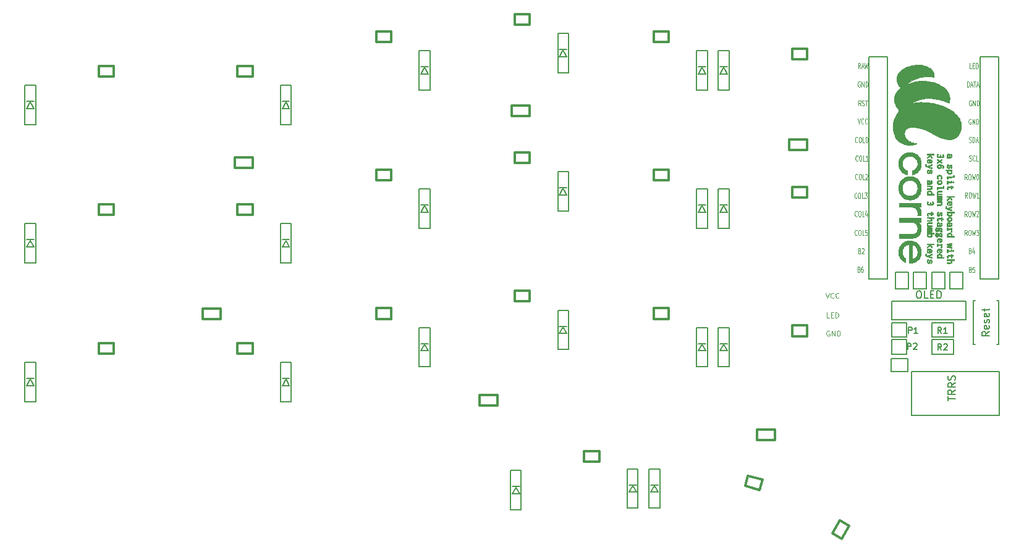
<source format=gbr>
G04 #@! TF.GenerationSoftware,KiCad,Pcbnew,5.1.5+dfsg1-2~bpo10+1*
G04 #@! TF.CreationDate,2020-09-05T13:32:18+00:00*
G04 #@! TF.ProjectId,corne-classic,636f726e-652d-4636-9c61-737369632e6b,1.1*
G04 #@! TF.SameCoordinates,Original*
G04 #@! TF.FileFunction,Legend,Top*
G04 #@! TF.FilePolarity,Positive*
%FSLAX46Y46*%
G04 Gerber Fmt 4.6, Leading zero omitted, Abs format (unit mm)*
G04 Created by KiCad (PCBNEW 5.1.5+dfsg1-2~bpo10+1) date 2020-09-05 13:32:18*
%MOMM*%
%LPD*%
G04 APERTURE LIST*
%ADD10C,0.125000*%
%ADD11C,0.150000*%
%ADD12C,0.300000*%
%ADD13C,0.010000*%
G04 APERTURE END LIST*
D10*
X171450000Y-106316666D02*
X171116666Y-106316666D01*
X171116666Y-105616666D01*
X171683333Y-105950000D02*
X171916666Y-105950000D01*
X172016666Y-106316666D02*
X171683333Y-106316666D01*
X171683333Y-105616666D01*
X172016666Y-105616666D01*
X172316666Y-106316666D02*
X172316666Y-105616666D01*
X172483333Y-105616666D01*
X172583333Y-105650000D01*
X172650000Y-105716666D01*
X172683333Y-105783333D01*
X172716666Y-105916666D01*
X172716666Y-106016666D01*
X172683333Y-106150000D01*
X172650000Y-106216666D01*
X172583333Y-106283333D01*
X172483333Y-106316666D01*
X172316666Y-106316666D01*
X171466666Y-108150000D02*
X171400000Y-108116666D01*
X171300000Y-108116666D01*
X171200000Y-108150000D01*
X171133333Y-108216666D01*
X171100000Y-108283333D01*
X171066666Y-108416666D01*
X171066666Y-108516666D01*
X171100000Y-108650000D01*
X171133333Y-108716666D01*
X171200000Y-108783333D01*
X171300000Y-108816666D01*
X171366666Y-108816666D01*
X171466666Y-108783333D01*
X171500000Y-108750000D01*
X171500000Y-108516666D01*
X171366666Y-108516666D01*
X171800000Y-108816666D02*
X171800000Y-108116666D01*
X172200000Y-108816666D01*
X172200000Y-108116666D01*
X172533333Y-108816666D02*
X172533333Y-108116666D01*
X172700000Y-108116666D01*
X172800000Y-108150000D01*
X172866666Y-108216666D01*
X172900000Y-108283333D01*
X172933333Y-108416666D01*
X172933333Y-108516666D01*
X172900000Y-108650000D01*
X172866666Y-108716666D01*
X172800000Y-108783333D01*
X172700000Y-108816666D01*
X172533333Y-108816666D01*
X170966666Y-102916666D02*
X171200000Y-103616666D01*
X171433333Y-102916666D01*
X172066666Y-103550000D02*
X172033333Y-103583333D01*
X171933333Y-103616666D01*
X171866666Y-103616666D01*
X171766666Y-103583333D01*
X171700000Y-103516666D01*
X171666666Y-103450000D01*
X171633333Y-103316666D01*
X171633333Y-103216666D01*
X171666666Y-103083333D01*
X171700000Y-103016666D01*
X171766666Y-102950000D01*
X171866666Y-102916666D01*
X171933333Y-102916666D01*
X172033333Y-102950000D01*
X172066666Y-102983333D01*
X172766666Y-103550000D02*
X172733333Y-103583333D01*
X172633333Y-103616666D01*
X172566666Y-103616666D01*
X172466666Y-103583333D01*
X172400000Y-103516666D01*
X172366666Y-103450000D01*
X172333333Y-103316666D01*
X172333333Y-103216666D01*
X172366666Y-103083333D01*
X172400000Y-103016666D01*
X172466666Y-102950000D01*
X172566666Y-102916666D01*
X172633333Y-102916666D01*
X172733333Y-102950000D01*
X172766666Y-102983333D01*
D11*
X180030000Y-106570000D02*
X180030000Y-104030000D01*
X190190000Y-104030000D02*
X190190000Y-106570000D01*
X180030000Y-104030000D02*
X190190000Y-104030000D01*
X180030000Y-106570000D02*
X190190000Y-106570000D01*
X182700000Y-113700000D02*
X194700000Y-113700000D01*
X182700000Y-119700000D02*
X182700000Y-113700000D01*
X194700000Y-119700000D02*
X182700000Y-119700000D01*
X194700000Y-113700000D02*
X194700000Y-119700000D01*
X179957000Y-111911000D02*
X182243000Y-111911000D01*
X182243000Y-111911000D02*
X182243000Y-113689000D01*
X182243000Y-113689000D02*
X179957000Y-113689000D01*
X179957000Y-113689000D02*
X179957000Y-111911000D01*
D12*
X161570000Y-121650000D02*
X164020000Y-121650000D01*
X164020000Y-121650000D02*
X164020000Y-123100000D01*
X164020000Y-123100000D02*
X161600000Y-123100000D01*
X161570000Y-123100000D02*
X161570000Y-121650000D01*
X168430000Y-83350000D02*
X165980000Y-83350000D01*
X165980000Y-83350000D02*
X165980000Y-81900000D01*
X165980000Y-81900000D02*
X168400000Y-81900000D01*
X168430000Y-81900000D02*
X168430000Y-83350000D01*
X130430000Y-78650000D02*
X127980000Y-78650000D01*
X127980000Y-78650000D02*
X127980000Y-77200000D01*
X127980000Y-77200000D02*
X130400000Y-77200000D01*
X130430000Y-77200000D02*
X130430000Y-78650000D01*
X92430000Y-85750000D02*
X89980000Y-85750000D01*
X89980000Y-85750000D02*
X89980000Y-84300000D01*
X89980000Y-84300000D02*
X92400000Y-84300000D01*
X92430000Y-84300000D02*
X92430000Y-85750000D01*
X85570000Y-105050000D02*
X88020000Y-105050000D01*
X88020000Y-105050000D02*
X88020000Y-106500000D01*
X88020000Y-106500000D02*
X85600000Y-106500000D01*
X85570000Y-106500000D02*
X85570000Y-105050000D01*
X123570000Y-116950000D02*
X126020000Y-116950000D01*
X126020000Y-116950000D02*
X126020000Y-118400000D01*
X126020000Y-118400000D02*
X123600000Y-118400000D01*
X123570000Y-118400000D02*
X123570000Y-116950000D01*
D11*
X176916400Y-70502000D02*
X179456400Y-70502000D01*
X179456400Y-70502000D02*
X179456400Y-100982000D01*
X179456400Y-100982000D02*
X176916400Y-100982000D01*
X176916400Y-100982000D02*
X176916400Y-70502000D01*
X192136400Y-70502000D02*
X194676400Y-70502000D01*
X194676400Y-70502000D02*
X194676400Y-100982000D01*
X194676400Y-100982000D02*
X192136400Y-100982000D01*
X192136400Y-100982000D02*
X192136400Y-70502000D01*
D12*
X71380000Y-71775000D02*
X73430000Y-71775000D01*
X71380000Y-73225000D02*
X71380000Y-71775000D01*
X73430000Y-73225000D02*
X71380000Y-73225000D01*
X73430000Y-71775000D02*
X73430000Y-73225000D01*
X90380000Y-71775000D02*
X92430000Y-71775000D01*
X90380000Y-73225000D02*
X90380000Y-71775000D01*
X92430000Y-73225000D02*
X90380000Y-73225000D01*
X92430000Y-71775000D02*
X92430000Y-73225000D01*
X109380000Y-67025000D02*
X111430000Y-67025000D01*
X109380000Y-68475000D02*
X109380000Y-67025000D01*
X111430000Y-68475000D02*
X109380000Y-68475000D01*
X111430000Y-67025000D02*
X111430000Y-68475000D01*
X128380000Y-64650000D02*
X130430000Y-64650000D01*
X128380000Y-66100000D02*
X128380000Y-64650000D01*
X130430000Y-66100000D02*
X128380000Y-66100000D01*
X130430000Y-64650000D02*
X130430000Y-66100000D01*
X147380000Y-67025000D02*
X149430000Y-67025000D01*
X147380000Y-68475000D02*
X147380000Y-67025000D01*
X149430000Y-68475000D02*
X147380000Y-68475000D01*
X149430000Y-67025000D02*
X149430000Y-68475000D01*
X166380000Y-69400000D02*
X168430000Y-69400000D01*
X166380000Y-70850000D02*
X166380000Y-69400000D01*
X168430000Y-70850000D02*
X166380000Y-70850000D01*
X168430000Y-69400000D02*
X168430000Y-70850000D01*
X71380000Y-90775000D02*
X73430000Y-90775000D01*
X71380000Y-92225000D02*
X71380000Y-90775000D01*
X73430000Y-92225000D02*
X71380000Y-92225000D01*
X73430000Y-90775000D02*
X73430000Y-92225000D01*
X90380000Y-90775000D02*
X92430000Y-90775000D01*
X90380000Y-92225000D02*
X90380000Y-90775000D01*
X92430000Y-92225000D02*
X90380000Y-92225000D01*
X92430000Y-90775000D02*
X92430000Y-92225000D01*
X109380000Y-86025000D02*
X111430000Y-86025000D01*
X109380000Y-87475000D02*
X109380000Y-86025000D01*
X111430000Y-87475000D02*
X109380000Y-87475000D01*
X111430000Y-86025000D02*
X111430000Y-87475000D01*
X128380000Y-83650000D02*
X130430000Y-83650000D01*
X128380000Y-85100000D02*
X128380000Y-83650000D01*
X130430000Y-85100000D02*
X128380000Y-85100000D01*
X130430000Y-83650000D02*
X130430000Y-85100000D01*
X147380000Y-86025000D02*
X149430000Y-86025000D01*
X147380000Y-87475000D02*
X147380000Y-86025000D01*
X149430000Y-87475000D02*
X147380000Y-87475000D01*
X149430000Y-86025000D02*
X149430000Y-87475000D01*
X166380000Y-88400000D02*
X168430000Y-88400000D01*
X166380000Y-89850000D02*
X166380000Y-88400000D01*
X168430000Y-89850000D02*
X166380000Y-89850000D01*
X168430000Y-88400000D02*
X168430000Y-89850000D01*
X71380000Y-109775000D02*
X73430000Y-109775000D01*
X71380000Y-111225000D02*
X71380000Y-109775000D01*
X73430000Y-111225000D02*
X71380000Y-111225000D01*
X73430000Y-109775000D02*
X73430000Y-111225000D01*
X90380000Y-109775000D02*
X92430000Y-109775000D01*
X90380000Y-111225000D02*
X90380000Y-109775000D01*
X92430000Y-111225000D02*
X90380000Y-111225000D01*
X92430000Y-109775000D02*
X92430000Y-111225000D01*
X109380000Y-105025000D02*
X111430000Y-105025000D01*
X109380000Y-106475000D02*
X109380000Y-105025000D01*
X111430000Y-106475000D02*
X109380000Y-106475000D01*
X111430000Y-105025000D02*
X111430000Y-106475000D01*
X128380000Y-102650000D02*
X130430000Y-102650000D01*
X128380000Y-104100000D02*
X128380000Y-102650000D01*
X130430000Y-104100000D02*
X128380000Y-104100000D01*
X130430000Y-102650000D02*
X130430000Y-104100000D01*
X147380000Y-105025000D02*
X149430000Y-105025000D01*
X147380000Y-106475000D02*
X147380000Y-105025000D01*
X149430000Y-106475000D02*
X147380000Y-106475000D01*
X149430000Y-105025000D02*
X149430000Y-106475000D01*
X166380000Y-107400000D02*
X168430000Y-107400000D01*
X166380000Y-108850000D02*
X166380000Y-107400000D01*
X168430000Y-108850000D02*
X166380000Y-108850000D01*
X168430000Y-107400000D02*
X168430000Y-108850000D01*
X137880000Y-124650000D02*
X139930000Y-124650000D01*
X137880000Y-126100000D02*
X137880000Y-124650000D01*
X139930000Y-126100000D02*
X137880000Y-126100000D01*
X139930000Y-124650000D02*
X139930000Y-126100000D01*
X160294155Y-128002059D02*
X162274303Y-128532638D01*
X159918867Y-129402652D02*
X160294155Y-128002059D01*
X161899015Y-129933231D02*
X159918867Y-129402652D01*
X162274303Y-128532638D02*
X161899015Y-129933231D01*
X174180096Y-134870115D02*
X173155096Y-136645467D01*
X172924359Y-134145115D02*
X174180096Y-134870115D01*
X171899359Y-135920467D02*
X172924359Y-134145115D01*
X173155096Y-136645467D02*
X171899359Y-135920467D01*
D11*
X61250000Y-79825000D02*
X62750000Y-79825000D01*
X61250000Y-74425000D02*
X61250000Y-79825000D01*
X62750000Y-74425000D02*
X61250000Y-74425000D01*
X62750000Y-79825000D02*
X62750000Y-74425000D01*
X62500000Y-76625000D02*
X61500000Y-76625000D01*
X61500000Y-77625000D02*
X62000000Y-76725000D01*
X62500000Y-77625000D02*
X61500000Y-77625000D01*
X62000000Y-76725000D02*
X62500000Y-77625000D01*
X96250000Y-79825000D02*
X97750000Y-79825000D01*
X96250000Y-74425000D02*
X96250000Y-79825000D01*
X97750000Y-74425000D02*
X96250000Y-74425000D01*
X97750000Y-79825000D02*
X97750000Y-74425000D01*
X97500000Y-76625000D02*
X96500000Y-76625000D01*
X96500000Y-77625000D02*
X97000000Y-76725000D01*
X97500000Y-77625000D02*
X96500000Y-77625000D01*
X97000000Y-76725000D02*
X97500000Y-77625000D01*
X115250000Y-75075000D02*
X116750000Y-75075000D01*
X115250000Y-69675000D02*
X115250000Y-75075000D01*
X116750000Y-69675000D02*
X115250000Y-69675000D01*
X116750000Y-75075000D02*
X116750000Y-69675000D01*
X116500000Y-71875000D02*
X115500000Y-71875000D01*
X115500000Y-72875000D02*
X116000000Y-71975000D01*
X116500000Y-72875000D02*
X115500000Y-72875000D01*
X116000000Y-71975000D02*
X116500000Y-72875000D01*
X134250000Y-72700000D02*
X135750000Y-72700000D01*
X134250000Y-67300000D02*
X134250000Y-72700000D01*
X135750000Y-67300000D02*
X134250000Y-67300000D01*
X135750000Y-72700000D02*
X135750000Y-67300000D01*
X135500000Y-69500000D02*
X134500000Y-69500000D01*
X134500000Y-70500000D02*
X135000000Y-69600000D01*
X135500000Y-70500000D02*
X134500000Y-70500000D01*
X135000000Y-69600000D02*
X135500000Y-70500000D01*
X153250000Y-75075000D02*
X154750000Y-75075000D01*
X153250000Y-69675000D02*
X153250000Y-75075000D01*
X154750000Y-69675000D02*
X153250000Y-69675000D01*
X154750000Y-75075000D02*
X154750000Y-69675000D01*
X154500000Y-71875000D02*
X153500000Y-71875000D01*
X153500000Y-72875000D02*
X154000000Y-71975000D01*
X154500000Y-72875000D02*
X153500000Y-72875000D01*
X154000000Y-71975000D02*
X154500000Y-72875000D01*
X156250000Y-75075000D02*
X157750000Y-75075000D01*
X156250000Y-69675000D02*
X156250000Y-75075000D01*
X157750000Y-69675000D02*
X156250000Y-69675000D01*
X157750000Y-75075000D02*
X157750000Y-69675000D01*
X157500000Y-71875000D02*
X156500000Y-71875000D01*
X156500000Y-72875000D02*
X157000000Y-71975000D01*
X157500000Y-72875000D02*
X156500000Y-72875000D01*
X157000000Y-71975000D02*
X157500000Y-72875000D01*
X61250000Y-98825000D02*
X62750000Y-98825000D01*
X61250000Y-93425000D02*
X61250000Y-98825000D01*
X62750000Y-93425000D02*
X61250000Y-93425000D01*
X62750000Y-98825000D02*
X62750000Y-93425000D01*
X62500000Y-95625000D02*
X61500000Y-95625000D01*
X61500000Y-96625000D02*
X62000000Y-95725000D01*
X62500000Y-96625000D02*
X61500000Y-96625000D01*
X62000000Y-95725000D02*
X62500000Y-96625000D01*
X96250000Y-98825000D02*
X97750000Y-98825000D01*
X96250000Y-93425000D02*
X96250000Y-98825000D01*
X97750000Y-93425000D02*
X96250000Y-93425000D01*
X97750000Y-98825000D02*
X97750000Y-93425000D01*
X97500000Y-95625000D02*
X96500000Y-95625000D01*
X96500000Y-96625000D02*
X97000000Y-95725000D01*
X97500000Y-96625000D02*
X96500000Y-96625000D01*
X97000000Y-95725000D02*
X97500000Y-96625000D01*
X115250000Y-94075000D02*
X116750000Y-94075000D01*
X115250000Y-88675000D02*
X115250000Y-94075000D01*
X116750000Y-88675000D02*
X115250000Y-88675000D01*
X116750000Y-94075000D02*
X116750000Y-88675000D01*
X116500000Y-90875000D02*
X115500000Y-90875000D01*
X115500000Y-91875000D02*
X116000000Y-90975000D01*
X116500000Y-91875000D02*
X115500000Y-91875000D01*
X116000000Y-90975000D02*
X116500000Y-91875000D01*
X134250000Y-91700000D02*
X135750000Y-91700000D01*
X134250000Y-86300000D02*
X134250000Y-91700000D01*
X135750000Y-86300000D02*
X134250000Y-86300000D01*
X135750000Y-91700000D02*
X135750000Y-86300000D01*
X135500000Y-88500000D02*
X134500000Y-88500000D01*
X134500000Y-89500000D02*
X135000000Y-88600000D01*
X135500000Y-89500000D02*
X134500000Y-89500000D01*
X135000000Y-88600000D02*
X135500000Y-89500000D01*
X153250000Y-94075000D02*
X154750000Y-94075000D01*
X153250000Y-88675000D02*
X153250000Y-94075000D01*
X154750000Y-88675000D02*
X153250000Y-88675000D01*
X154750000Y-94075000D02*
X154750000Y-88675000D01*
X154500000Y-90875000D02*
X153500000Y-90875000D01*
X153500000Y-91875000D02*
X154000000Y-90975000D01*
X154500000Y-91875000D02*
X153500000Y-91875000D01*
X154000000Y-90975000D02*
X154500000Y-91875000D01*
X156250000Y-94075000D02*
X157750000Y-94075000D01*
X156250000Y-88675000D02*
X156250000Y-94075000D01*
X157750000Y-88675000D02*
X156250000Y-88675000D01*
X157750000Y-94075000D02*
X157750000Y-88675000D01*
X157500000Y-90875000D02*
X156500000Y-90875000D01*
X156500000Y-91875000D02*
X157000000Y-90975000D01*
X157500000Y-91875000D02*
X156500000Y-91875000D01*
X157000000Y-90975000D02*
X157500000Y-91875000D01*
X61250000Y-117825000D02*
X62750000Y-117825000D01*
X61250000Y-112425000D02*
X61250000Y-117825000D01*
X62750000Y-112425000D02*
X61250000Y-112425000D01*
X62750000Y-117825000D02*
X62750000Y-112425000D01*
X62500000Y-114625000D02*
X61500000Y-114625000D01*
X61500000Y-115625000D02*
X62000000Y-114725000D01*
X62500000Y-115625000D02*
X61500000Y-115625000D01*
X62000000Y-114725000D02*
X62500000Y-115625000D01*
X96250000Y-117825000D02*
X97750000Y-117825000D01*
X96250000Y-112425000D02*
X96250000Y-117825000D01*
X97750000Y-112425000D02*
X96250000Y-112425000D01*
X97750000Y-117825000D02*
X97750000Y-112425000D01*
X97500000Y-114625000D02*
X96500000Y-114625000D01*
X96500000Y-115625000D02*
X97000000Y-114725000D01*
X97500000Y-115625000D02*
X96500000Y-115625000D01*
X97000000Y-114725000D02*
X97500000Y-115625000D01*
X115250000Y-113075000D02*
X116750000Y-113075000D01*
X115250000Y-107675000D02*
X115250000Y-113075000D01*
X116750000Y-107675000D02*
X115250000Y-107675000D01*
X116750000Y-113075000D02*
X116750000Y-107675000D01*
X116500000Y-109875000D02*
X115500000Y-109875000D01*
X115500000Y-110875000D02*
X116000000Y-109975000D01*
X116500000Y-110875000D02*
X115500000Y-110875000D01*
X116000000Y-109975000D02*
X116500000Y-110875000D01*
X134250000Y-110700000D02*
X135750000Y-110700000D01*
X134250000Y-105300000D02*
X134250000Y-110700000D01*
X135750000Y-105300000D02*
X134250000Y-105300000D01*
X135750000Y-110700000D02*
X135750000Y-105300000D01*
X135500000Y-107500000D02*
X134500000Y-107500000D01*
X134500000Y-108500000D02*
X135000000Y-107600000D01*
X135500000Y-108500000D02*
X134500000Y-108500000D01*
X135000000Y-107600000D02*
X135500000Y-108500000D01*
X156250000Y-113075000D02*
X157750000Y-113075000D01*
X156250000Y-107675000D02*
X156250000Y-113075000D01*
X157750000Y-107675000D02*
X156250000Y-107675000D01*
X157750000Y-113075000D02*
X157750000Y-107675000D01*
X157500000Y-109875000D02*
X156500000Y-109875000D01*
X156500000Y-110875000D02*
X157000000Y-109975000D01*
X157500000Y-110875000D02*
X156500000Y-110875000D01*
X157000000Y-109975000D02*
X157500000Y-110875000D01*
X127750000Y-132700000D02*
X129250000Y-132700000D01*
X127750000Y-127300000D02*
X127750000Y-132700000D01*
X129250000Y-127300000D02*
X127750000Y-127300000D01*
X129250000Y-132700000D02*
X129250000Y-127300000D01*
X129000000Y-129500000D02*
X128000000Y-129500000D01*
X128000000Y-130500000D02*
X128500000Y-129600000D01*
X129000000Y-130500000D02*
X128000000Y-130500000D01*
X128500000Y-129600000D02*
X129000000Y-130500000D01*
X143750000Y-132450000D02*
X145250000Y-132450000D01*
X143750000Y-127050000D02*
X143750000Y-132450000D01*
X145250000Y-127050000D02*
X143750000Y-127050000D01*
X145250000Y-132450000D02*
X145250000Y-127050000D01*
X145000000Y-129250000D02*
X144000000Y-129250000D01*
X144000000Y-130250000D02*
X144500000Y-129350000D01*
X145000000Y-130250000D02*
X144000000Y-130250000D01*
X144500000Y-129350000D02*
X145000000Y-130250000D01*
X146750000Y-132450000D02*
X148250000Y-132450000D01*
X146750000Y-127050000D02*
X146750000Y-132450000D01*
X148250000Y-127050000D02*
X146750000Y-127050000D01*
X148250000Y-132450000D02*
X148250000Y-127050000D01*
X148000000Y-129250000D02*
X147000000Y-129250000D01*
X147000000Y-130250000D02*
X147500000Y-129350000D01*
X148000000Y-130250000D02*
X147000000Y-130250000D01*
X147500000Y-129350000D02*
X148000000Y-130250000D01*
X153250000Y-113075000D02*
X154750000Y-113075000D01*
X153250000Y-107675000D02*
X153250000Y-113075000D01*
X154750000Y-107675000D02*
X153250000Y-107675000D01*
X154750000Y-113075000D02*
X154750000Y-107675000D01*
X154500000Y-109875000D02*
X153500000Y-109875000D01*
X153500000Y-110875000D02*
X154000000Y-109975000D01*
X154500000Y-110875000D02*
X153500000Y-110875000D01*
X154000000Y-109975000D02*
X154500000Y-110875000D01*
X188501140Y-109000760D02*
X188501140Y-106999240D01*
X188501140Y-106999240D02*
X185498860Y-106999240D01*
X185498860Y-106999240D02*
X185498860Y-109000760D01*
X185498860Y-109000760D02*
X188501140Y-109000760D01*
X188501140Y-111300760D02*
X188501140Y-109299240D01*
X188501140Y-109299240D02*
X185498860Y-109299240D01*
X185498860Y-109299240D02*
X185498860Y-111300760D01*
X185498860Y-111300760D02*
X188501140Y-111300760D01*
X189764000Y-100107000D02*
X189764000Y-102393000D01*
X189764000Y-102393000D02*
X187986000Y-102393000D01*
X187986000Y-102393000D02*
X187986000Y-100107000D01*
X187986000Y-100107000D02*
X189764000Y-100107000D01*
X187264000Y-100107000D02*
X187264000Y-102393000D01*
X187264000Y-102393000D02*
X185486000Y-102393000D01*
X185486000Y-102393000D02*
X185486000Y-100107000D01*
X185486000Y-100107000D02*
X187264000Y-100107000D01*
X184764000Y-100107000D02*
X184764000Y-102393000D01*
X184764000Y-102393000D02*
X182986000Y-102393000D01*
X182986000Y-102393000D02*
X182986000Y-100107000D01*
X182986000Y-100107000D02*
X184764000Y-100107000D01*
X182264000Y-100107000D02*
X182264000Y-102393000D01*
X182264000Y-102393000D02*
X180486000Y-102393000D01*
X180486000Y-102393000D02*
X180486000Y-100107000D01*
X180486000Y-100107000D02*
X182264000Y-100107000D01*
X180000000Y-107000000D02*
X180000000Y-109000000D01*
X180000000Y-109000000D02*
X182000000Y-109000000D01*
X182000000Y-109000000D02*
X182000000Y-107000000D01*
X182000000Y-107000000D02*
X180000000Y-107000000D01*
X180000000Y-109300000D02*
X180000000Y-111300000D01*
X180000000Y-111300000D02*
X182000000Y-111300000D01*
X182000000Y-111300000D02*
X182000000Y-109300000D01*
X182000000Y-109300000D02*
X180000000Y-109300000D01*
X194650000Y-110000000D02*
X194650000Y-104000000D01*
X194650000Y-104000000D02*
X194400000Y-104000000D01*
X194650000Y-110000000D02*
X194400000Y-110000000D01*
X191150000Y-110000000D02*
X191400000Y-110000000D01*
X191150000Y-110000000D02*
X191150000Y-104000000D01*
X191150000Y-104000000D02*
X191400000Y-104000000D01*
D13*
G36*
X188512269Y-97154685D02*
G01*
X188502580Y-97180769D01*
X188485872Y-97202997D01*
X188463639Y-97219425D01*
X188437374Y-97228111D01*
X188408570Y-97227109D01*
X188378721Y-97214477D01*
X188376508Y-97213024D01*
X188352593Y-97191537D01*
X188339679Y-97165227D01*
X188336021Y-97133476D01*
X188337473Y-97113820D01*
X188343766Y-97098533D01*
X188357561Y-97081938D01*
X188362571Y-97076841D01*
X188379814Y-97061030D01*
X188394371Y-97053097D01*
X188412377Y-97050400D01*
X188424456Y-97050190D01*
X188448068Y-97051617D01*
X188465018Y-97057638D01*
X188482229Y-97070862D01*
X188484291Y-97072736D01*
X188504618Y-97098725D01*
X188513446Y-97126689D01*
X188512269Y-97154685D01*
G37*
X188512269Y-97154685D02*
X188502580Y-97180769D01*
X188485872Y-97202997D01*
X188463639Y-97219425D01*
X188437374Y-97228111D01*
X188408570Y-97227109D01*
X188378721Y-97214477D01*
X188376508Y-97213024D01*
X188352593Y-97191537D01*
X188339679Y-97165227D01*
X188336021Y-97133476D01*
X188337473Y-97113820D01*
X188343766Y-97098533D01*
X188357561Y-97081938D01*
X188362571Y-97076841D01*
X188379814Y-97061030D01*
X188394371Y-97053097D01*
X188412377Y-97050400D01*
X188424456Y-97050190D01*
X188448068Y-97051617D01*
X188465018Y-97057638D01*
X188482229Y-97070862D01*
X188484291Y-97072736D01*
X188504618Y-97098725D01*
X188513446Y-97126689D01*
X188512269Y-97154685D01*
G36*
X188512269Y-87749820D02*
G01*
X188502580Y-87775904D01*
X188485872Y-87798132D01*
X188463639Y-87814560D01*
X188437374Y-87823246D01*
X188408570Y-87822244D01*
X188378721Y-87809612D01*
X188376508Y-87808159D01*
X188352593Y-87786672D01*
X188339679Y-87760362D01*
X188336021Y-87728612D01*
X188337473Y-87708955D01*
X188343766Y-87693668D01*
X188357561Y-87677073D01*
X188362571Y-87671976D01*
X188379814Y-87656165D01*
X188394371Y-87648233D01*
X188412377Y-87645536D01*
X188424456Y-87645325D01*
X188448068Y-87646752D01*
X188465018Y-87652773D01*
X188482229Y-87665997D01*
X188484291Y-87667871D01*
X188504618Y-87693860D01*
X188513446Y-87721824D01*
X188512269Y-87749820D01*
G37*
X188512269Y-87749820D02*
X188502580Y-87775904D01*
X188485872Y-87798132D01*
X188463639Y-87814560D01*
X188437374Y-87823246D01*
X188408570Y-87822244D01*
X188378721Y-87809612D01*
X188376508Y-87808159D01*
X188352593Y-87786672D01*
X188339679Y-87760362D01*
X188336021Y-87728612D01*
X188337473Y-87708955D01*
X188343766Y-87693668D01*
X188357561Y-87677073D01*
X188362571Y-87671976D01*
X188379814Y-87656165D01*
X188394371Y-87648233D01*
X188412377Y-87645536D01*
X188424456Y-87645325D01*
X188448068Y-87646752D01*
X188465018Y-87652773D01*
X188482229Y-87665997D01*
X188484291Y-87667871D01*
X188504618Y-87693860D01*
X188513446Y-87721824D01*
X188512269Y-87749820D01*
G36*
X188527307Y-98432792D02*
G01*
X188523751Y-98454136D01*
X188515865Y-98465604D01*
X188502047Y-98469099D01*
X188480692Y-98466526D01*
X188473139Y-98464976D01*
X188455177Y-98462606D01*
X188426359Y-98460544D01*
X188389556Y-98458919D01*
X188347640Y-98457857D01*
X188304467Y-98457487D01*
X188170718Y-98457487D01*
X188197601Y-98493527D01*
X188220478Y-98525831D01*
X188235693Y-98552593D01*
X188244962Y-98578301D01*
X188249998Y-98607443D01*
X188252135Y-98636332D01*
X188253087Y-98668124D01*
X188251698Y-98691301D01*
X188247307Y-98710875D01*
X188239629Y-98730983D01*
X188216062Y-98769498D01*
X188181616Y-98803256D01*
X188138945Y-98829837D01*
X188124118Y-98836379D01*
X188113396Y-98840470D01*
X188102732Y-98843791D01*
X188090581Y-98846440D01*
X188075398Y-98848513D01*
X188055638Y-98850107D01*
X188029758Y-98851320D01*
X187996212Y-98852247D01*
X187953456Y-98852987D01*
X187899945Y-98853635D01*
X187839484Y-98854238D01*
X187769634Y-98854777D01*
X187712537Y-98854916D01*
X187667224Y-98854633D01*
X187632725Y-98853907D01*
X187608069Y-98852715D01*
X187592285Y-98851035D01*
X187584403Y-98848845D01*
X187583768Y-98848412D01*
X187578408Y-98837160D01*
X187575008Y-98816862D01*
X187573617Y-98791962D01*
X187574283Y-98766906D01*
X187577057Y-98746138D01*
X187581986Y-98734102D01*
X187582500Y-98733629D01*
X187591802Y-98731551D01*
X187613841Y-98729589D01*
X187647626Y-98727786D01*
X187692164Y-98726184D01*
X187746463Y-98724826D01*
X187809532Y-98723755D01*
X187814190Y-98723693D01*
X187881414Y-98722696D01*
X187936389Y-98721490D01*
X187980595Y-98719839D01*
X188015511Y-98717506D01*
X188042617Y-98714255D01*
X188063394Y-98709847D01*
X188079321Y-98704046D01*
X188091879Y-98696615D01*
X188102547Y-98687318D01*
X188112806Y-98675917D01*
X188112837Y-98675880D01*
X188127021Y-98649095D01*
X188130280Y-98617719D01*
X188123580Y-98584022D01*
X188107886Y-98550277D01*
X188084165Y-98518756D01*
X188053381Y-98491729D01*
X188028157Y-98476707D01*
X188018430Y-98472166D01*
X188008635Y-98468564D01*
X187997069Y-98465771D01*
X187982030Y-98463653D01*
X187961814Y-98462080D01*
X187934720Y-98460920D01*
X187899045Y-98460042D01*
X187853087Y-98459314D01*
X187795142Y-98458605D01*
X187793595Y-98458587D01*
X187731996Y-98457640D01*
X187679695Y-98456343D01*
X187637632Y-98454740D01*
X187606746Y-98452871D01*
X187587977Y-98450780D01*
X187582500Y-98449166D01*
X187577815Y-98438484D01*
X187574933Y-98418616D01*
X187573868Y-98393987D01*
X187574634Y-98369023D01*
X187577243Y-98348149D01*
X187581710Y-98335790D01*
X187582157Y-98335292D01*
X187587251Y-98333568D01*
X187599333Y-98332078D01*
X187619139Y-98330811D01*
X187647407Y-98329751D01*
X187684874Y-98328888D01*
X187732276Y-98328208D01*
X187790352Y-98327697D01*
X187859836Y-98327344D01*
X187941468Y-98327134D01*
X188035983Y-98327056D01*
X188051027Y-98327054D01*
X188147501Y-98327115D01*
X188230983Y-98327304D01*
X188302210Y-98327636D01*
X188361918Y-98328122D01*
X188410845Y-98328777D01*
X188449728Y-98329612D01*
X188479304Y-98330642D01*
X188500309Y-98331878D01*
X188513482Y-98333334D01*
X188519558Y-98335023D01*
X188519898Y-98335292D01*
X188524354Y-98346894D01*
X188527199Y-98369803D01*
X188528136Y-98399668D01*
X188527307Y-98432792D01*
G37*
X188527307Y-98432792D02*
X188523751Y-98454136D01*
X188515865Y-98465604D01*
X188502047Y-98469099D01*
X188480692Y-98466526D01*
X188473139Y-98464976D01*
X188455177Y-98462606D01*
X188426359Y-98460544D01*
X188389556Y-98458919D01*
X188347640Y-98457857D01*
X188304467Y-98457487D01*
X188170718Y-98457487D01*
X188197601Y-98493527D01*
X188220478Y-98525831D01*
X188235693Y-98552593D01*
X188244962Y-98578301D01*
X188249998Y-98607443D01*
X188252135Y-98636332D01*
X188253087Y-98668124D01*
X188251698Y-98691301D01*
X188247307Y-98710875D01*
X188239629Y-98730983D01*
X188216062Y-98769498D01*
X188181616Y-98803256D01*
X188138945Y-98829837D01*
X188124118Y-98836379D01*
X188113396Y-98840470D01*
X188102732Y-98843791D01*
X188090581Y-98846440D01*
X188075398Y-98848513D01*
X188055638Y-98850107D01*
X188029758Y-98851320D01*
X187996212Y-98852247D01*
X187953456Y-98852987D01*
X187899945Y-98853635D01*
X187839484Y-98854238D01*
X187769634Y-98854777D01*
X187712537Y-98854916D01*
X187667224Y-98854633D01*
X187632725Y-98853907D01*
X187608069Y-98852715D01*
X187592285Y-98851035D01*
X187584403Y-98848845D01*
X187583768Y-98848412D01*
X187578408Y-98837160D01*
X187575008Y-98816862D01*
X187573617Y-98791962D01*
X187574283Y-98766906D01*
X187577057Y-98746138D01*
X187581986Y-98734102D01*
X187582500Y-98733629D01*
X187591802Y-98731551D01*
X187613841Y-98729589D01*
X187647626Y-98727786D01*
X187692164Y-98726184D01*
X187746463Y-98724826D01*
X187809532Y-98723755D01*
X187814190Y-98723693D01*
X187881414Y-98722696D01*
X187936389Y-98721490D01*
X187980595Y-98719839D01*
X188015511Y-98717506D01*
X188042617Y-98714255D01*
X188063394Y-98709847D01*
X188079321Y-98704046D01*
X188091879Y-98696615D01*
X188102547Y-98687318D01*
X188112806Y-98675917D01*
X188112837Y-98675880D01*
X188127021Y-98649095D01*
X188130280Y-98617719D01*
X188123580Y-98584022D01*
X188107886Y-98550277D01*
X188084165Y-98518756D01*
X188053381Y-98491729D01*
X188028157Y-98476707D01*
X188018430Y-98472166D01*
X188008635Y-98468564D01*
X187997069Y-98465771D01*
X187982030Y-98463653D01*
X187961814Y-98462080D01*
X187934720Y-98460920D01*
X187899045Y-98460042D01*
X187853087Y-98459314D01*
X187795142Y-98458605D01*
X187793595Y-98458587D01*
X187731996Y-98457640D01*
X187679695Y-98456343D01*
X187637632Y-98454740D01*
X187606746Y-98452871D01*
X187587977Y-98450780D01*
X187582500Y-98449166D01*
X187577815Y-98438484D01*
X187574933Y-98418616D01*
X187573868Y-98393987D01*
X187574634Y-98369023D01*
X187577243Y-98348149D01*
X187581710Y-98335790D01*
X187582157Y-98335292D01*
X187587251Y-98333568D01*
X187599333Y-98332078D01*
X187619139Y-98330811D01*
X187647407Y-98329751D01*
X187684874Y-98328888D01*
X187732276Y-98328208D01*
X187790352Y-98327697D01*
X187859836Y-98327344D01*
X187941468Y-98327134D01*
X188035983Y-98327056D01*
X188051027Y-98327054D01*
X188147501Y-98327115D01*
X188230983Y-98327304D01*
X188302210Y-98327636D01*
X188361918Y-98328122D01*
X188410845Y-98328777D01*
X188449728Y-98329612D01*
X188479304Y-98330642D01*
X188500309Y-98331878D01*
X188513482Y-98333334D01*
X188519558Y-98335023D01*
X188519898Y-98335292D01*
X188524354Y-98346894D01*
X188527199Y-98369803D01*
X188528136Y-98399668D01*
X188527307Y-98432792D01*
G36*
X188239485Y-97118967D02*
G01*
X188238470Y-97157818D01*
X188236710Y-97184857D01*
X188234148Y-97201034D01*
X188231573Y-97206708D01*
X188225499Y-97208958D01*
X188211590Y-97210803D01*
X188188934Y-97212271D01*
X188156621Y-97213390D01*
X188113740Y-97214186D01*
X188059378Y-97214687D01*
X187992625Y-97214921D01*
X187956979Y-97214946D01*
X187690622Y-97214946D01*
X187690622Y-97278790D01*
X187689677Y-97313851D01*
X187686954Y-97338286D01*
X187682623Y-97350615D01*
X187682384Y-97350871D01*
X187671297Y-97355359D01*
X187651082Y-97358329D01*
X187632271Y-97359108D01*
X187608159Y-97357810D01*
X187589667Y-97354418D01*
X187582157Y-97350871D01*
X187579588Y-97344112D01*
X187577550Y-97328879D01*
X187576004Y-97304192D01*
X187574912Y-97269070D01*
X187574238Y-97222535D01*
X187573941Y-97163606D01*
X187573919Y-97139124D01*
X187573971Y-97080628D01*
X187574187Y-97034330D01*
X187574655Y-96998698D01*
X187575466Y-96972201D01*
X187576709Y-96953306D01*
X187578473Y-96940481D01*
X187580848Y-96932196D01*
X187583924Y-96926918D01*
X187586473Y-96924253D01*
X187600905Y-96917430D01*
X187622628Y-96913558D01*
X187646659Y-96912760D01*
X187668014Y-96915161D01*
X187681710Y-96920883D01*
X187682662Y-96921870D01*
X187685949Y-96932179D01*
X187688908Y-96952880D01*
X187691149Y-96980633D01*
X187692084Y-97002532D01*
X187694054Y-97074217D01*
X187908582Y-97076031D01*
X188123109Y-97077845D01*
X188123109Y-97010162D01*
X188123871Y-96973355D01*
X188127147Y-96948099D01*
X188134419Y-96932256D01*
X188147170Y-96923687D01*
X188166883Y-96920252D01*
X188185776Y-96919757D01*
X188208261Y-96921183D01*
X188225550Y-96924844D01*
X188231573Y-96927995D01*
X188234796Y-96936403D01*
X188237173Y-96954935D01*
X188238761Y-96984542D01*
X188239617Y-97026175D01*
X188239811Y-97067352D01*
X188239485Y-97118967D01*
G37*
X188239485Y-97118967D02*
X188238470Y-97157818D01*
X188236710Y-97184857D01*
X188234148Y-97201034D01*
X188231573Y-97206708D01*
X188225499Y-97208958D01*
X188211590Y-97210803D01*
X188188934Y-97212271D01*
X188156621Y-97213390D01*
X188113740Y-97214186D01*
X188059378Y-97214687D01*
X187992625Y-97214921D01*
X187956979Y-97214946D01*
X187690622Y-97214946D01*
X187690622Y-97278790D01*
X187689677Y-97313851D01*
X187686954Y-97338286D01*
X187682623Y-97350615D01*
X187682384Y-97350871D01*
X187671297Y-97355359D01*
X187651082Y-97358329D01*
X187632271Y-97359108D01*
X187608159Y-97357810D01*
X187589667Y-97354418D01*
X187582157Y-97350871D01*
X187579588Y-97344112D01*
X187577550Y-97328879D01*
X187576004Y-97304192D01*
X187574912Y-97269070D01*
X187574238Y-97222535D01*
X187573941Y-97163606D01*
X187573919Y-97139124D01*
X187573971Y-97080628D01*
X187574187Y-97034330D01*
X187574655Y-96998698D01*
X187575466Y-96972201D01*
X187576709Y-96953306D01*
X187578473Y-96940481D01*
X187580848Y-96932196D01*
X187583924Y-96926918D01*
X187586473Y-96924253D01*
X187600905Y-96917430D01*
X187622628Y-96913558D01*
X187646659Y-96912760D01*
X187668014Y-96915161D01*
X187681710Y-96920883D01*
X187682662Y-96921870D01*
X187685949Y-96932179D01*
X187688908Y-96952880D01*
X187691149Y-96980633D01*
X187692084Y-97002532D01*
X187694054Y-97074217D01*
X187908582Y-97076031D01*
X188123109Y-97077845D01*
X188123109Y-97010162D01*
X188123871Y-96973355D01*
X188127147Y-96948099D01*
X188134419Y-96932256D01*
X188147170Y-96923687D01*
X188166883Y-96920252D01*
X188185776Y-96919757D01*
X188208261Y-96921183D01*
X188225550Y-96924844D01*
X188231573Y-96927995D01*
X188234796Y-96936403D01*
X188237173Y-96954935D01*
X188238761Y-96984542D01*
X188239617Y-97026175D01*
X188239811Y-97067352D01*
X188239485Y-97118967D01*
G36*
X188238897Y-96714225D02*
G01*
X188235586Y-96735126D01*
X188230300Y-96747423D01*
X188229732Y-96747955D01*
X188223595Y-96750452D01*
X188211994Y-96751334D01*
X188193348Y-96750472D01*
X188166078Y-96747738D01*
X188128604Y-96743005D01*
X188079347Y-96736143D01*
X188072997Y-96735232D01*
X188031671Y-96729069D01*
X187984446Y-96721656D01*
X187933103Y-96713307D01*
X187879427Y-96704338D01*
X187825198Y-96695064D01*
X187772202Y-96685799D01*
X187722219Y-96676858D01*
X187677034Y-96668556D01*
X187638429Y-96661209D01*
X187608186Y-96655130D01*
X187588090Y-96650634D01*
X187580116Y-96648182D01*
X187577352Y-96640039D01*
X187575224Y-96621517D01*
X187574050Y-96595965D01*
X187573919Y-96583436D01*
X187574282Y-96553709D01*
X187575706Y-96534998D01*
X187578696Y-96524598D01*
X187583756Y-96519808D01*
X187585933Y-96519007D01*
X187595803Y-96516200D01*
X187616841Y-96510269D01*
X187646994Y-96501791D01*
X187684210Y-96491343D01*
X187726434Y-96479502D01*
X187748973Y-96473186D01*
X187792728Y-96460829D01*
X187832287Y-96449468D01*
X187865648Y-96439693D01*
X187890810Y-96432095D01*
X187905772Y-96427263D01*
X187908843Y-96426047D01*
X187905022Y-96423026D01*
X187889591Y-96417100D01*
X187864234Y-96408799D01*
X187830633Y-96398657D01*
X187790470Y-96387206D01*
X187757816Y-96378282D01*
X187712514Y-96366107D01*
X187671188Y-96354984D01*
X187635834Y-96345451D01*
X187608442Y-96338045D01*
X187591008Y-96333305D01*
X187585933Y-96331901D01*
X187580089Y-96328388D01*
X187576481Y-96320141D01*
X187574603Y-96304458D01*
X187573952Y-96278635D01*
X187573919Y-96267619D01*
X187573919Y-96206785D01*
X187609960Y-96199388D01*
X187723767Y-96176130D01*
X187824642Y-96155732D01*
X187913061Y-96138106D01*
X187989502Y-96123165D01*
X188054441Y-96110822D01*
X188108357Y-96100989D01*
X188151725Y-96093580D01*
X188185024Y-96088506D01*
X188208730Y-96085680D01*
X188223320Y-96085016D01*
X188228945Y-96086109D01*
X188234862Y-96093037D01*
X188238038Y-96105006D01*
X188238946Y-96125125D01*
X188238397Y-96148160D01*
X188236379Y-96201823D01*
X188027000Y-96244052D01*
X187976012Y-96254526D01*
X187930155Y-96264315D01*
X187890944Y-96273067D01*
X187859891Y-96280429D01*
X187838511Y-96286047D01*
X187828317Y-96289569D01*
X187827919Y-96290447D01*
X187837393Y-96293193D01*
X187858150Y-96298548D01*
X187888105Y-96305996D01*
X187925172Y-96315021D01*
X187967265Y-96325107D01*
X187985811Y-96329505D01*
X188030596Y-96340123D01*
X188072367Y-96350086D01*
X188108745Y-96358822D01*
X188137353Y-96365758D01*
X188155813Y-96370324D01*
X188159455Y-96371261D01*
X188185504Y-96378127D01*
X188181460Y-96468463D01*
X187996153Y-96524028D01*
X187810847Y-96579594D01*
X187941235Y-96598287D01*
X187988589Y-96604730D01*
X188037479Y-96610780D01*
X188083882Y-96615981D01*
X188123776Y-96619876D01*
X188147136Y-96621673D01*
X188178572Y-96624171D01*
X188205278Y-96627305D01*
X188224051Y-96630638D01*
X188231230Y-96633172D01*
X188236399Y-96644195D01*
X188239361Y-96664331D01*
X188240174Y-96689151D01*
X188238897Y-96714225D01*
G37*
X188238897Y-96714225D02*
X188235586Y-96735126D01*
X188230300Y-96747423D01*
X188229732Y-96747955D01*
X188223595Y-96750452D01*
X188211994Y-96751334D01*
X188193348Y-96750472D01*
X188166078Y-96747738D01*
X188128604Y-96743005D01*
X188079347Y-96736143D01*
X188072997Y-96735232D01*
X188031671Y-96729069D01*
X187984446Y-96721656D01*
X187933103Y-96713307D01*
X187879427Y-96704338D01*
X187825198Y-96695064D01*
X187772202Y-96685799D01*
X187722219Y-96676858D01*
X187677034Y-96668556D01*
X187638429Y-96661209D01*
X187608186Y-96655130D01*
X187588090Y-96650634D01*
X187580116Y-96648182D01*
X187577352Y-96640039D01*
X187575224Y-96621517D01*
X187574050Y-96595965D01*
X187573919Y-96583436D01*
X187574282Y-96553709D01*
X187575706Y-96534998D01*
X187578696Y-96524598D01*
X187583756Y-96519808D01*
X187585933Y-96519007D01*
X187595803Y-96516200D01*
X187616841Y-96510269D01*
X187646994Y-96501791D01*
X187684210Y-96491343D01*
X187726434Y-96479502D01*
X187748973Y-96473186D01*
X187792728Y-96460829D01*
X187832287Y-96449468D01*
X187865648Y-96439693D01*
X187890810Y-96432095D01*
X187905772Y-96427263D01*
X187908843Y-96426047D01*
X187905022Y-96423026D01*
X187889591Y-96417100D01*
X187864234Y-96408799D01*
X187830633Y-96398657D01*
X187790470Y-96387206D01*
X187757816Y-96378282D01*
X187712514Y-96366107D01*
X187671188Y-96354984D01*
X187635834Y-96345451D01*
X187608442Y-96338045D01*
X187591008Y-96333305D01*
X187585933Y-96331901D01*
X187580089Y-96328388D01*
X187576481Y-96320141D01*
X187574603Y-96304458D01*
X187573952Y-96278635D01*
X187573919Y-96267619D01*
X187573919Y-96206785D01*
X187609960Y-96199388D01*
X187723767Y-96176130D01*
X187824642Y-96155732D01*
X187913061Y-96138106D01*
X187989502Y-96123165D01*
X188054441Y-96110822D01*
X188108357Y-96100989D01*
X188151725Y-96093580D01*
X188185024Y-96088506D01*
X188208730Y-96085680D01*
X188223320Y-96085016D01*
X188228945Y-96086109D01*
X188234862Y-96093037D01*
X188238038Y-96105006D01*
X188238946Y-96125125D01*
X188238397Y-96148160D01*
X188236379Y-96201823D01*
X188027000Y-96244052D01*
X187976012Y-96254526D01*
X187930155Y-96264315D01*
X187890944Y-96273067D01*
X187859891Y-96280429D01*
X187838511Y-96286047D01*
X187828317Y-96289569D01*
X187827919Y-96290447D01*
X187837393Y-96293193D01*
X187858150Y-96298548D01*
X187888105Y-96305996D01*
X187925172Y-96315021D01*
X187967265Y-96325107D01*
X187985811Y-96329505D01*
X188030596Y-96340123D01*
X188072367Y-96350086D01*
X188108745Y-96358822D01*
X188137353Y-96365758D01*
X188155813Y-96370324D01*
X188159455Y-96371261D01*
X188185504Y-96378127D01*
X188181460Y-96468463D01*
X187996153Y-96524028D01*
X187810847Y-96579594D01*
X187941235Y-96598287D01*
X187988589Y-96604730D01*
X188037479Y-96610780D01*
X188083882Y-96615981D01*
X188123776Y-96619876D01*
X188147136Y-96621673D01*
X188178572Y-96624171D01*
X188205278Y-96627305D01*
X188224051Y-96630638D01*
X188231230Y-96633172D01*
X188236399Y-96644195D01*
X188239361Y-96664331D01*
X188240174Y-96689151D01*
X188238897Y-96714225D01*
G36*
X188248057Y-94435488D02*
G01*
X188241425Y-94471779D01*
X188228624Y-94503110D01*
X188208225Y-94533664D01*
X188195674Y-94548867D01*
X188173089Y-94574994D01*
X188118923Y-94547740D01*
X188088045Y-94530935D01*
X188069415Y-94516610D01*
X188062327Y-94502694D01*
X188066075Y-94487113D01*
X188079952Y-94467798D01*
X188088447Y-94458273D01*
X188104987Y-94438632D01*
X188118055Y-94420075D01*
X188123298Y-94410149D01*
X188129605Y-94375312D01*
X188123896Y-94339200D01*
X188107511Y-94303722D01*
X188081790Y-94270787D01*
X188048074Y-94242304D01*
X188007702Y-94220180D01*
X187983926Y-94211644D01*
X187965157Y-94207468D01*
X187939916Y-94204466D01*
X187906288Y-94202516D01*
X187862356Y-94201497D01*
X187819809Y-94201271D01*
X187690622Y-94201271D01*
X187690622Y-94255126D01*
X187689383Y-94288641D01*
X187684437Y-94310805D01*
X187673942Y-94323869D01*
X187656056Y-94330084D01*
X187628937Y-94331702D01*
X187627954Y-94331703D01*
X187605470Y-94330277D01*
X187588180Y-94326616D01*
X187582157Y-94323465D01*
X187579383Y-94313964D01*
X187577134Y-94293117D01*
X187575411Y-94263299D01*
X187574213Y-94226885D01*
X187573541Y-94186248D01*
X187573395Y-94143762D01*
X187573774Y-94101804D01*
X187574679Y-94062745D01*
X187576110Y-94028962D01*
X187578066Y-94002828D01*
X187580548Y-93986717D01*
X187582157Y-93982968D01*
X187593244Y-93978480D01*
X187613460Y-93975510D01*
X187632271Y-93974730D01*
X187656383Y-93976028D01*
X187674875Y-93979421D01*
X187682384Y-93982968D01*
X187687069Y-93994154D01*
X187690053Y-94013771D01*
X187690622Y-94027590D01*
X187690622Y-94063973D01*
X188123109Y-94063973D01*
X188123109Y-94027590D01*
X188124580Y-94005425D01*
X188128347Y-93988479D01*
X188131346Y-93982968D01*
X188142433Y-93978480D01*
X188162649Y-93975510D01*
X188181460Y-93974730D01*
X188205572Y-93976028D01*
X188224064Y-93979421D01*
X188231573Y-93982968D01*
X188235401Y-93993269D01*
X188238016Y-94015658D01*
X188239464Y-94050705D01*
X188239811Y-94088000D01*
X188239260Y-94133525D01*
X188237577Y-94165936D01*
X188234718Y-94185804D01*
X188231573Y-94193033D01*
X188219708Y-94198408D01*
X188200924Y-94201172D01*
X188196714Y-94201271D01*
X188170093Y-94201271D01*
X188194266Y-94229512D01*
X188219186Y-94261710D01*
X188235690Y-94291958D01*
X188245273Y-94324568D01*
X188249433Y-94363852D01*
X188249950Y-94390054D01*
X188248057Y-94435488D01*
G37*
X188248057Y-94435488D02*
X188241425Y-94471779D01*
X188228624Y-94503110D01*
X188208225Y-94533664D01*
X188195674Y-94548867D01*
X188173089Y-94574994D01*
X188118923Y-94547740D01*
X188088045Y-94530935D01*
X188069415Y-94516610D01*
X188062327Y-94502694D01*
X188066075Y-94487113D01*
X188079952Y-94467798D01*
X188088447Y-94458273D01*
X188104987Y-94438632D01*
X188118055Y-94420075D01*
X188123298Y-94410149D01*
X188129605Y-94375312D01*
X188123896Y-94339200D01*
X188107511Y-94303722D01*
X188081790Y-94270787D01*
X188048074Y-94242304D01*
X188007702Y-94220180D01*
X187983926Y-94211644D01*
X187965157Y-94207468D01*
X187939916Y-94204466D01*
X187906288Y-94202516D01*
X187862356Y-94201497D01*
X187819809Y-94201271D01*
X187690622Y-94201271D01*
X187690622Y-94255126D01*
X187689383Y-94288641D01*
X187684437Y-94310805D01*
X187673942Y-94323869D01*
X187656056Y-94330084D01*
X187628937Y-94331702D01*
X187627954Y-94331703D01*
X187605470Y-94330277D01*
X187588180Y-94326616D01*
X187582157Y-94323465D01*
X187579383Y-94313964D01*
X187577134Y-94293117D01*
X187575411Y-94263299D01*
X187574213Y-94226885D01*
X187573541Y-94186248D01*
X187573395Y-94143762D01*
X187573774Y-94101804D01*
X187574679Y-94062745D01*
X187576110Y-94028962D01*
X187578066Y-94002828D01*
X187580548Y-93986717D01*
X187582157Y-93982968D01*
X187593244Y-93978480D01*
X187613460Y-93975510D01*
X187632271Y-93974730D01*
X187656383Y-93976028D01*
X187674875Y-93979421D01*
X187682384Y-93982968D01*
X187687069Y-93994154D01*
X187690053Y-94013771D01*
X187690622Y-94027590D01*
X187690622Y-94063973D01*
X188123109Y-94063973D01*
X188123109Y-94027590D01*
X188124580Y-94005425D01*
X188128347Y-93988479D01*
X188131346Y-93982968D01*
X188142433Y-93978480D01*
X188162649Y-93975510D01*
X188181460Y-93974730D01*
X188205572Y-93976028D01*
X188224064Y-93979421D01*
X188231573Y-93982968D01*
X188235401Y-93993269D01*
X188238016Y-94015658D01*
X188239464Y-94050705D01*
X188239811Y-94088000D01*
X188239260Y-94133525D01*
X188237577Y-94165936D01*
X188234718Y-94185804D01*
X188231573Y-94193033D01*
X188219708Y-94198408D01*
X188200924Y-94201172D01*
X188196714Y-94201271D01*
X188170093Y-94201271D01*
X188194266Y-94229512D01*
X188219186Y-94261710D01*
X188235690Y-94291958D01*
X188245273Y-94324568D01*
X188249433Y-94363852D01*
X188249950Y-94390054D01*
X188248057Y-94435488D01*
G36*
X188239485Y-87714102D02*
G01*
X188238470Y-87752953D01*
X188236710Y-87779992D01*
X188234148Y-87796169D01*
X188231573Y-87801844D01*
X188225499Y-87804093D01*
X188211590Y-87805938D01*
X188188934Y-87807406D01*
X188156621Y-87808525D01*
X188113740Y-87809321D01*
X188059378Y-87809822D01*
X187992625Y-87810056D01*
X187956979Y-87810081D01*
X187690622Y-87810081D01*
X187690622Y-87873925D01*
X187689677Y-87908986D01*
X187686954Y-87933421D01*
X187682623Y-87945750D01*
X187682384Y-87946006D01*
X187671297Y-87950494D01*
X187651082Y-87953464D01*
X187632271Y-87954244D01*
X187608159Y-87952945D01*
X187589667Y-87949553D01*
X187582157Y-87946006D01*
X187579588Y-87939248D01*
X187577550Y-87924014D01*
X187576004Y-87899327D01*
X187574912Y-87864205D01*
X187574238Y-87817670D01*
X187573941Y-87758741D01*
X187573919Y-87734259D01*
X187573971Y-87675763D01*
X187574187Y-87629465D01*
X187574655Y-87593834D01*
X187575466Y-87567336D01*
X187576709Y-87548441D01*
X187578473Y-87535616D01*
X187580848Y-87527331D01*
X187583924Y-87522053D01*
X187586473Y-87519389D01*
X187600905Y-87512565D01*
X187622628Y-87508693D01*
X187646659Y-87507895D01*
X187668014Y-87510296D01*
X187681710Y-87516018D01*
X187682662Y-87517005D01*
X187685949Y-87527315D01*
X187688908Y-87548015D01*
X187691149Y-87575768D01*
X187692084Y-87597667D01*
X187694054Y-87669352D01*
X187908582Y-87671166D01*
X188123109Y-87672980D01*
X188123109Y-87605297D01*
X188123871Y-87568490D01*
X188127147Y-87543234D01*
X188134419Y-87527391D01*
X188147170Y-87518822D01*
X188166883Y-87515387D01*
X188185776Y-87514892D01*
X188208261Y-87516318D01*
X188225550Y-87519979D01*
X188231573Y-87523130D01*
X188234796Y-87531538D01*
X188237173Y-87550070D01*
X188238761Y-87579677D01*
X188239617Y-87621310D01*
X188239811Y-87662487D01*
X188239485Y-87714102D01*
G37*
X188239485Y-87714102D02*
X188238470Y-87752953D01*
X188236710Y-87779992D01*
X188234148Y-87796169D01*
X188231573Y-87801844D01*
X188225499Y-87804093D01*
X188211590Y-87805938D01*
X188188934Y-87807406D01*
X188156621Y-87808525D01*
X188113740Y-87809321D01*
X188059378Y-87809822D01*
X187992625Y-87810056D01*
X187956979Y-87810081D01*
X187690622Y-87810081D01*
X187690622Y-87873925D01*
X187689677Y-87908986D01*
X187686954Y-87933421D01*
X187682623Y-87945750D01*
X187682384Y-87946006D01*
X187671297Y-87950494D01*
X187651082Y-87953464D01*
X187632271Y-87954244D01*
X187608159Y-87952945D01*
X187589667Y-87949553D01*
X187582157Y-87946006D01*
X187579588Y-87939248D01*
X187577550Y-87924014D01*
X187576004Y-87899327D01*
X187574912Y-87864205D01*
X187574238Y-87817670D01*
X187573941Y-87758741D01*
X187573919Y-87734259D01*
X187573971Y-87675763D01*
X187574187Y-87629465D01*
X187574655Y-87593834D01*
X187575466Y-87567336D01*
X187576709Y-87548441D01*
X187578473Y-87535616D01*
X187580848Y-87527331D01*
X187583924Y-87522053D01*
X187586473Y-87519389D01*
X187600905Y-87512565D01*
X187622628Y-87508693D01*
X187646659Y-87507895D01*
X187668014Y-87510296D01*
X187681710Y-87516018D01*
X187682662Y-87517005D01*
X187685949Y-87527315D01*
X187688908Y-87548015D01*
X187691149Y-87575768D01*
X187692084Y-87597667D01*
X187694054Y-87669352D01*
X187908582Y-87671166D01*
X188123109Y-87672980D01*
X188123109Y-87605297D01*
X188123871Y-87568490D01*
X188127147Y-87543234D01*
X188134419Y-87527391D01*
X188147170Y-87518822D01*
X188166883Y-87515387D01*
X188185776Y-87514892D01*
X188208261Y-87516318D01*
X188225550Y-87519979D01*
X188231573Y-87523130D01*
X188234796Y-87531538D01*
X188237173Y-87550070D01*
X188238761Y-87579677D01*
X188239617Y-87621310D01*
X188239811Y-87662487D01*
X188239485Y-87714102D01*
G36*
X188527928Y-86978991D02*
G01*
X188527242Y-87016441D01*
X188525977Y-87043259D01*
X188524037Y-87060989D01*
X188521323Y-87071178D01*
X188518917Y-87074645D01*
X188511654Y-87076448D01*
X188494155Y-87078042D01*
X188465952Y-87079440D01*
X188426577Y-87080652D01*
X188375563Y-87081688D01*
X188312442Y-87082558D01*
X188236746Y-87083274D01*
X188148007Y-87083846D01*
X188101877Y-87084067D01*
X187694054Y-87085838D01*
X187692101Y-87164366D01*
X187690688Y-87196740D01*
X187688349Y-87224254D01*
X187685420Y-87243806D01*
X187682680Y-87251893D01*
X187671535Y-87257050D01*
X187651638Y-87260051D01*
X187627803Y-87260858D01*
X187604843Y-87259435D01*
X187587573Y-87255746D01*
X187582157Y-87252654D01*
X187579209Y-87242970D01*
X187576865Y-87222121D01*
X187575125Y-87192658D01*
X187573991Y-87157131D01*
X187573460Y-87118092D01*
X187573535Y-87078093D01*
X187574214Y-87039683D01*
X187575498Y-87005415D01*
X187577387Y-86977839D01*
X187579880Y-86959506D01*
X187582157Y-86953346D01*
X187587423Y-86951523D01*
X187599819Y-86949963D01*
X187620118Y-86948651D01*
X187649094Y-86947571D01*
X187687520Y-86946709D01*
X187736172Y-86946049D01*
X187795822Y-86945575D01*
X187867245Y-86945273D01*
X187951214Y-86945127D01*
X188000914Y-86945108D01*
X188411433Y-86945108D01*
X188411433Y-86864103D01*
X188412202Y-86821517D01*
X188414506Y-86792381D01*
X188418336Y-86776781D01*
X188419671Y-86774860D01*
X188430729Y-86770306D01*
X188450466Y-86767314D01*
X188466661Y-86766622D01*
X188486039Y-86766893D01*
X188500846Y-86768790D01*
X188511696Y-86773943D01*
X188519205Y-86783978D01*
X188523988Y-86800524D01*
X188526659Y-86825209D01*
X188527834Y-86859662D01*
X188528127Y-86905509D01*
X188528136Y-86929362D01*
X188527928Y-86978991D01*
G37*
X188527928Y-86978991D02*
X188527242Y-87016441D01*
X188525977Y-87043259D01*
X188524037Y-87060989D01*
X188521323Y-87071178D01*
X188518917Y-87074645D01*
X188511654Y-87076448D01*
X188494155Y-87078042D01*
X188465952Y-87079440D01*
X188426577Y-87080652D01*
X188375563Y-87081688D01*
X188312442Y-87082558D01*
X188236746Y-87083274D01*
X188148007Y-87083846D01*
X188101877Y-87084067D01*
X187694054Y-87085838D01*
X187692101Y-87164366D01*
X187690688Y-87196740D01*
X187688349Y-87224254D01*
X187685420Y-87243806D01*
X187682680Y-87251893D01*
X187671535Y-87257050D01*
X187651638Y-87260051D01*
X187627803Y-87260858D01*
X187604843Y-87259435D01*
X187587573Y-87255746D01*
X187582157Y-87252654D01*
X187579209Y-87242970D01*
X187576865Y-87222121D01*
X187575125Y-87192658D01*
X187573991Y-87157131D01*
X187573460Y-87118092D01*
X187573535Y-87078093D01*
X187574214Y-87039683D01*
X187575498Y-87005415D01*
X187577387Y-86977839D01*
X187579880Y-86959506D01*
X187582157Y-86953346D01*
X187587423Y-86951523D01*
X187599819Y-86949963D01*
X187620118Y-86948651D01*
X187649094Y-86947571D01*
X187687520Y-86946709D01*
X187736172Y-86946049D01*
X187795822Y-86945575D01*
X187867245Y-86945273D01*
X187951214Y-86945127D01*
X188000914Y-86945108D01*
X188411433Y-86945108D01*
X188411433Y-86864103D01*
X188412202Y-86821517D01*
X188414506Y-86792381D01*
X188418336Y-86776781D01*
X188419671Y-86774860D01*
X188430729Y-86770306D01*
X188450466Y-86767314D01*
X188466661Y-86766622D01*
X188486039Y-86766893D01*
X188500846Y-86768790D01*
X188511696Y-86773943D01*
X188519205Y-86783978D01*
X188523988Y-86800524D01*
X188526659Y-86825209D01*
X188527834Y-86859662D01*
X188528127Y-86905509D01*
X188528136Y-86929362D01*
X188527928Y-86978991D01*
G36*
X188421113Y-97915408D02*
G01*
X188415352Y-97916750D01*
X188397071Y-97916042D01*
X188385450Y-97911305D01*
X188372822Y-97906171D01*
X188350918Y-97900634D01*
X188324111Y-97895772D01*
X188319605Y-97895120D01*
X188288124Y-97890485D01*
X188266161Y-97888055D01*
X188252022Y-97889685D01*
X188244011Y-97897230D01*
X188240433Y-97912545D01*
X188239593Y-97937486D01*
X188239795Y-97973907D01*
X188239811Y-97982438D01*
X188239237Y-98027608D01*
X188237488Y-98059614D01*
X188234523Y-98078974D01*
X188231573Y-98085411D01*
X188220487Y-98089899D01*
X188200271Y-98092870D01*
X188181460Y-98093649D01*
X188157348Y-98092351D01*
X188138856Y-98088958D01*
X188131346Y-98085411D01*
X188127612Y-98075427D01*
X188125028Y-98053686D01*
X188123545Y-98019526D01*
X188123109Y-97976296D01*
X188123109Y-97875419D01*
X188014987Y-97869750D01*
X187943265Y-97866376D01*
X187883841Y-97864548D01*
X187835358Y-97864388D01*
X187796458Y-97866020D01*
X187765783Y-97869566D01*
X187741977Y-97875148D01*
X187723681Y-97882889D01*
X187709539Y-97892912D01*
X187704563Y-97897776D01*
X187696272Y-97908311D01*
X187691963Y-97920241D01*
X187690789Y-97937791D01*
X187691712Y-97961873D01*
X187694427Y-97990462D01*
X187700147Y-98012877D01*
X187710975Y-98035649D01*
X187720783Y-98052174D01*
X187736349Y-98080200D01*
X187742010Y-98100452D01*
X187736870Y-98115481D01*
X187720035Y-98127834D01*
X187690610Y-98140062D01*
X187689828Y-98140344D01*
X187646000Y-98156115D01*
X187633266Y-98140393D01*
X187615734Y-98113872D01*
X187598161Y-98078927D01*
X187582987Y-98040641D01*
X187578117Y-98025471D01*
X187571563Y-97993153D01*
X187568257Y-97954588D01*
X187568207Y-97914676D01*
X187571421Y-97878323D01*
X187577855Y-97850569D01*
X187597106Y-97812470D01*
X187624870Y-97782678D01*
X187663536Y-97758654D01*
X187664913Y-97757984D01*
X187691910Y-97746451D01*
X187720815Y-97737452D01*
X187753186Y-97730894D01*
X187790584Y-97726685D01*
X187834567Y-97724733D01*
X187886695Y-97724944D01*
X187948527Y-97727226D01*
X188021624Y-97731487D01*
X188063041Y-97734342D01*
X188123109Y-97738646D01*
X188123109Y-97677250D01*
X188124085Y-97643327D01*
X188126875Y-97619560D01*
X188131275Y-97607689D01*
X188131346Y-97607617D01*
X188142433Y-97603129D01*
X188162649Y-97600158D01*
X188181460Y-97599379D01*
X188205572Y-97600677D01*
X188224064Y-97604069D01*
X188231573Y-97607617D01*
X188235982Y-97619333D01*
X188238788Y-97643136D01*
X188239810Y-97677459D01*
X188239811Y-97678840D01*
X188239811Y-97741825D01*
X188261264Y-97746115D01*
X188278754Y-97748231D01*
X188304596Y-97749764D01*
X188333417Y-97750403D01*
X188335465Y-97750406D01*
X188365940Y-97751583D01*
X188388392Y-97754842D01*
X188398959Y-97758987D01*
X188405841Y-97770804D01*
X188412490Y-97793768D01*
X188417742Y-97822487D01*
X188422013Y-97850961D01*
X188425984Y-97876224D01*
X188428902Y-97893515D01*
X188429259Y-97895416D01*
X188429619Y-97909179D01*
X188421113Y-97915408D01*
G37*
X188421113Y-97915408D02*
X188415352Y-97916750D01*
X188397071Y-97916042D01*
X188385450Y-97911305D01*
X188372822Y-97906171D01*
X188350918Y-97900634D01*
X188324111Y-97895772D01*
X188319605Y-97895120D01*
X188288124Y-97890485D01*
X188266161Y-97888055D01*
X188252022Y-97889685D01*
X188244011Y-97897230D01*
X188240433Y-97912545D01*
X188239593Y-97937486D01*
X188239795Y-97973907D01*
X188239811Y-97982438D01*
X188239237Y-98027608D01*
X188237488Y-98059614D01*
X188234523Y-98078974D01*
X188231573Y-98085411D01*
X188220487Y-98089899D01*
X188200271Y-98092870D01*
X188181460Y-98093649D01*
X188157348Y-98092351D01*
X188138856Y-98088958D01*
X188131346Y-98085411D01*
X188127612Y-98075427D01*
X188125028Y-98053686D01*
X188123545Y-98019526D01*
X188123109Y-97976296D01*
X188123109Y-97875419D01*
X188014987Y-97869750D01*
X187943265Y-97866376D01*
X187883841Y-97864548D01*
X187835358Y-97864388D01*
X187796458Y-97866020D01*
X187765783Y-97869566D01*
X187741977Y-97875148D01*
X187723681Y-97882889D01*
X187709539Y-97892912D01*
X187704563Y-97897776D01*
X187696272Y-97908311D01*
X187691963Y-97920241D01*
X187690789Y-97937791D01*
X187691712Y-97961873D01*
X187694427Y-97990462D01*
X187700147Y-98012877D01*
X187710975Y-98035649D01*
X187720783Y-98052174D01*
X187736349Y-98080200D01*
X187742010Y-98100452D01*
X187736870Y-98115481D01*
X187720035Y-98127834D01*
X187690610Y-98140062D01*
X187689828Y-98140344D01*
X187646000Y-98156115D01*
X187633266Y-98140393D01*
X187615734Y-98113872D01*
X187598161Y-98078927D01*
X187582987Y-98040641D01*
X187578117Y-98025471D01*
X187571563Y-97993153D01*
X187568257Y-97954588D01*
X187568207Y-97914676D01*
X187571421Y-97878323D01*
X187577855Y-97850569D01*
X187597106Y-97812470D01*
X187624870Y-97782678D01*
X187663536Y-97758654D01*
X187664913Y-97757984D01*
X187691910Y-97746451D01*
X187720815Y-97737452D01*
X187753186Y-97730894D01*
X187790584Y-97726685D01*
X187834567Y-97724733D01*
X187886695Y-97724944D01*
X187948527Y-97727226D01*
X188021624Y-97731487D01*
X188063041Y-97734342D01*
X188123109Y-97738646D01*
X188123109Y-97677250D01*
X188124085Y-97643327D01*
X188126875Y-97619560D01*
X188131275Y-97607689D01*
X188131346Y-97607617D01*
X188142433Y-97603129D01*
X188162649Y-97600158D01*
X188181460Y-97599379D01*
X188205572Y-97600677D01*
X188224064Y-97604069D01*
X188231573Y-97607617D01*
X188235982Y-97619333D01*
X188238788Y-97643136D01*
X188239810Y-97677459D01*
X188239811Y-97678840D01*
X188239811Y-97741825D01*
X188261264Y-97746115D01*
X188278754Y-97748231D01*
X188304596Y-97749764D01*
X188333417Y-97750403D01*
X188335465Y-97750406D01*
X188365940Y-97751583D01*
X188388392Y-97754842D01*
X188398959Y-97758987D01*
X188405841Y-97770804D01*
X188412490Y-97793768D01*
X188417742Y-97822487D01*
X188422013Y-97850961D01*
X188425984Y-97876224D01*
X188428902Y-97893515D01*
X188429259Y-97895416D01*
X188429619Y-97909179D01*
X188421113Y-97915408D01*
G36*
X188249872Y-92835764D02*
G01*
X188248706Y-92860866D01*
X188245924Y-92880048D01*
X188240841Y-92897212D01*
X188232772Y-92916263D01*
X188228082Y-92926286D01*
X188194952Y-92980843D01*
X188152009Y-93026422D01*
X188100267Y-93062483D01*
X188040741Y-93088488D01*
X187974445Y-93103899D01*
X187902394Y-93108177D01*
X187886271Y-93107593D01*
X187818193Y-93099735D01*
X187759368Y-93083293D01*
X187707657Y-93057350D01*
X187660923Y-93020987D01*
X187643050Y-93003219D01*
X187613150Y-92967822D01*
X187592188Y-92932854D01*
X187578746Y-92894636D01*
X187571410Y-92849487D01*
X187569128Y-92811135D01*
X187568505Y-92773953D01*
X187569542Y-92746517D01*
X187572628Y-92724906D01*
X187578154Y-92705195D01*
X187580221Y-92699400D01*
X187597104Y-92660059D01*
X187617124Y-92627950D01*
X187644203Y-92597133D01*
X187654177Y-92587359D01*
X187698983Y-92550339D01*
X187746369Y-92523527D01*
X187799171Y-92505786D01*
X187860225Y-92495975D01*
X187886271Y-92494084D01*
X187892074Y-92494228D01*
X187892074Y-92636116D01*
X187840475Y-92643124D01*
X187791878Y-92658957D01*
X187765895Y-92672418D01*
X187743926Y-92687295D01*
X187725262Y-92702684D01*
X187716569Y-92711992D01*
X187695306Y-92751709D01*
X187687076Y-92794257D01*
X187692031Y-92837717D01*
X187704160Y-92869111D01*
X187725250Y-92898701D01*
X187757045Y-92924616D01*
X187797405Y-92946463D01*
X187814613Y-92953490D01*
X187832025Y-92958073D01*
X187853227Y-92960708D01*
X187881806Y-92961887D01*
X187910990Y-92962115D01*
X187945615Y-92961956D01*
X187970313Y-92960950D01*
X187988886Y-92958378D01*
X188005135Y-92953520D01*
X188022863Y-92945657D01*
X188037990Y-92938080D01*
X188067830Y-92921102D01*
X188089044Y-92903928D01*
X188106253Y-92882751D01*
X188107663Y-92880669D01*
X188120105Y-92860324D01*
X188126847Y-92842648D01*
X188129567Y-92821645D01*
X188129973Y-92800838D01*
X188129130Y-92773645D01*
X188125481Y-92754141D01*
X188117354Y-92736332D01*
X188107663Y-92721008D01*
X188078527Y-92689222D01*
X188039902Y-92664484D01*
X187994286Y-92647151D01*
X187944177Y-92637576D01*
X187892074Y-92636116D01*
X187892074Y-92494228D01*
X187959425Y-92495902D01*
X188027042Y-92508968D01*
X188088107Y-92532744D01*
X188141606Y-92566691D01*
X188186524Y-92610271D01*
X188221847Y-92662946D01*
X188228082Y-92675391D01*
X188237687Y-92696517D01*
X188244004Y-92714033D01*
X188247717Y-92731842D01*
X188249512Y-92753849D01*
X188250075Y-92783956D01*
X188250109Y-92800838D01*
X188249872Y-92835764D01*
G37*
X188249872Y-92835764D02*
X188248706Y-92860866D01*
X188245924Y-92880048D01*
X188240841Y-92897212D01*
X188232772Y-92916263D01*
X188228082Y-92926286D01*
X188194952Y-92980843D01*
X188152009Y-93026422D01*
X188100267Y-93062483D01*
X188040741Y-93088488D01*
X187974445Y-93103899D01*
X187902394Y-93108177D01*
X187886271Y-93107593D01*
X187818193Y-93099735D01*
X187759368Y-93083293D01*
X187707657Y-93057350D01*
X187660923Y-93020987D01*
X187643050Y-93003219D01*
X187613150Y-92967822D01*
X187592188Y-92932854D01*
X187578746Y-92894636D01*
X187571410Y-92849487D01*
X187569128Y-92811135D01*
X187568505Y-92773953D01*
X187569542Y-92746517D01*
X187572628Y-92724906D01*
X187578154Y-92705195D01*
X187580221Y-92699400D01*
X187597104Y-92660059D01*
X187617124Y-92627950D01*
X187644203Y-92597133D01*
X187654177Y-92587359D01*
X187698983Y-92550339D01*
X187746369Y-92523527D01*
X187799171Y-92505786D01*
X187860225Y-92495975D01*
X187886271Y-92494084D01*
X187892074Y-92494228D01*
X187892074Y-92636116D01*
X187840475Y-92643124D01*
X187791878Y-92658957D01*
X187765895Y-92672418D01*
X187743926Y-92687295D01*
X187725262Y-92702684D01*
X187716569Y-92711992D01*
X187695306Y-92751709D01*
X187687076Y-92794257D01*
X187692031Y-92837717D01*
X187704160Y-92869111D01*
X187725250Y-92898701D01*
X187757045Y-92924616D01*
X187797405Y-92946463D01*
X187814613Y-92953490D01*
X187832025Y-92958073D01*
X187853227Y-92960708D01*
X187881806Y-92961887D01*
X187910990Y-92962115D01*
X187945615Y-92961956D01*
X187970313Y-92960950D01*
X187988886Y-92958378D01*
X188005135Y-92953520D01*
X188022863Y-92945657D01*
X188037990Y-92938080D01*
X188067830Y-92921102D01*
X188089044Y-92903928D01*
X188106253Y-92882751D01*
X188107663Y-92880669D01*
X188120105Y-92860324D01*
X188126847Y-92842648D01*
X188129567Y-92821645D01*
X188129973Y-92800838D01*
X188129130Y-92773645D01*
X188125481Y-92754141D01*
X188117354Y-92736332D01*
X188107663Y-92721008D01*
X188078527Y-92689222D01*
X188039902Y-92664484D01*
X187994286Y-92647151D01*
X187944177Y-92637576D01*
X187892074Y-92636116D01*
X187892074Y-92494228D01*
X187959425Y-92495902D01*
X188027042Y-92508968D01*
X188088107Y-92532744D01*
X188141606Y-92566691D01*
X188186524Y-92610271D01*
X188221847Y-92662946D01*
X188228082Y-92675391D01*
X188237687Y-92696517D01*
X188244004Y-92714033D01*
X188247717Y-92731842D01*
X188249512Y-92753849D01*
X188250075Y-92783956D01*
X188250109Y-92800838D01*
X188249872Y-92835764D01*
G36*
X188529271Y-89681913D02*
G01*
X188528522Y-89695685D01*
X188528136Y-89710068D01*
X188527202Y-89739672D01*
X188524607Y-89760587D01*
X188520662Y-89770364D01*
X188520471Y-89770495D01*
X188512105Y-89771516D01*
X188491547Y-89772393D01*
X188460333Y-89773109D01*
X188420001Y-89773642D01*
X188372087Y-89773975D01*
X188318128Y-89774087D01*
X188259662Y-89773960D01*
X188247859Y-89773905D01*
X187982911Y-89772579D01*
X187996375Y-89788269D01*
X188004671Y-89797555D01*
X188020850Y-89815334D01*
X188043462Y-89840027D01*
X188071060Y-89870056D01*
X188102196Y-89903841D01*
X188126541Y-89930200D01*
X188158523Y-89965186D01*
X188187113Y-89997211D01*
X188211055Y-90024804D01*
X188229092Y-90046498D01*
X188239969Y-90060824D01*
X188242672Y-90065965D01*
X188242229Y-90077306D01*
X188241615Y-90097932D01*
X188240962Y-90123402D01*
X188240955Y-90123688D01*
X188239950Y-90149240D01*
X188237651Y-90164599D01*
X188232867Y-90173299D01*
X188224406Y-90178876D01*
X188221973Y-90180017D01*
X188217148Y-90182493D01*
X188213063Y-90184245D01*
X188208678Y-90184334D01*
X188202952Y-90181821D01*
X188194845Y-90175767D01*
X188183315Y-90165231D01*
X188167322Y-90149276D01*
X188145826Y-90126963D01*
X188117786Y-90097351D01*
X188082160Y-90059502D01*
X188046894Y-90022018D01*
X187967472Y-89937658D01*
X187787371Y-90085518D01*
X187744634Y-90120487D01*
X187705225Y-90152505D01*
X187670405Y-90180567D01*
X187641433Y-90203666D01*
X187619572Y-90220795D01*
X187606080Y-90230948D01*
X187602204Y-90233379D01*
X187590643Y-90229897D01*
X187582251Y-90218339D01*
X187576418Y-90197038D01*
X187572535Y-90164326D01*
X187571489Y-90149292D01*
X187567423Y-90082367D01*
X187721698Y-89958636D01*
X187761175Y-89926798D01*
X187796919Y-89897629D01*
X187827587Y-89872253D01*
X187851836Y-89851794D01*
X187868323Y-89837374D01*
X187875705Y-89830119D01*
X187875973Y-89829589D01*
X187871442Y-89822176D01*
X187859817Y-89808896D01*
X187849941Y-89798853D01*
X187823908Y-89773433D01*
X187710275Y-89773433D01*
X187663850Y-89773294D01*
X187629377Y-89772240D01*
X187605076Y-89769316D01*
X187589169Y-89763565D01*
X187579878Y-89754032D01*
X187575424Y-89739761D01*
X187574029Y-89719797D01*
X187573919Y-89700159D01*
X187574761Y-89672270D01*
X187577778Y-89654538D01*
X187583707Y-89643462D01*
X187586473Y-89640632D01*
X187589905Y-89638363D01*
X187595472Y-89636415D01*
X187604164Y-89634763D01*
X187616971Y-89633385D01*
X187634883Y-89632255D01*
X187658890Y-89631350D01*
X187689982Y-89630645D01*
X187729149Y-89630117D01*
X187777380Y-89629740D01*
X187835666Y-89629492D01*
X187904997Y-89629347D01*
X187986362Y-89629282D01*
X188052220Y-89629271D01*
X188144984Y-89629193D01*
X188224960Y-89629068D01*
X188293087Y-89629055D01*
X188350306Y-89629313D01*
X188397556Y-89630002D01*
X188435776Y-89631281D01*
X188465908Y-89633310D01*
X188488889Y-89636248D01*
X188505662Y-89640256D01*
X188517164Y-89645492D01*
X188524336Y-89652116D01*
X188528118Y-89660288D01*
X188529450Y-89670167D01*
X188529271Y-89681913D01*
G37*
X188529271Y-89681913D02*
X188528522Y-89695685D01*
X188528136Y-89710068D01*
X188527202Y-89739672D01*
X188524607Y-89760587D01*
X188520662Y-89770364D01*
X188520471Y-89770495D01*
X188512105Y-89771516D01*
X188491547Y-89772393D01*
X188460333Y-89773109D01*
X188420001Y-89773642D01*
X188372087Y-89773975D01*
X188318128Y-89774087D01*
X188259662Y-89773960D01*
X188247859Y-89773905D01*
X187982911Y-89772579D01*
X187996375Y-89788269D01*
X188004671Y-89797555D01*
X188020850Y-89815334D01*
X188043462Y-89840027D01*
X188071060Y-89870056D01*
X188102196Y-89903841D01*
X188126541Y-89930200D01*
X188158523Y-89965186D01*
X188187113Y-89997211D01*
X188211055Y-90024804D01*
X188229092Y-90046498D01*
X188239969Y-90060824D01*
X188242672Y-90065965D01*
X188242229Y-90077306D01*
X188241615Y-90097932D01*
X188240962Y-90123402D01*
X188240955Y-90123688D01*
X188239950Y-90149240D01*
X188237651Y-90164599D01*
X188232867Y-90173299D01*
X188224406Y-90178876D01*
X188221973Y-90180017D01*
X188217148Y-90182493D01*
X188213063Y-90184245D01*
X188208678Y-90184334D01*
X188202952Y-90181821D01*
X188194845Y-90175767D01*
X188183315Y-90165231D01*
X188167322Y-90149276D01*
X188145826Y-90126963D01*
X188117786Y-90097351D01*
X188082160Y-90059502D01*
X188046894Y-90022018D01*
X187967472Y-89937658D01*
X187787371Y-90085518D01*
X187744634Y-90120487D01*
X187705225Y-90152505D01*
X187670405Y-90180567D01*
X187641433Y-90203666D01*
X187619572Y-90220795D01*
X187606080Y-90230948D01*
X187602204Y-90233379D01*
X187590643Y-90229897D01*
X187582251Y-90218339D01*
X187576418Y-90197038D01*
X187572535Y-90164326D01*
X187571489Y-90149292D01*
X187567423Y-90082367D01*
X187721698Y-89958636D01*
X187761175Y-89926798D01*
X187796919Y-89897629D01*
X187827587Y-89872253D01*
X187851836Y-89851794D01*
X187868323Y-89837374D01*
X187875705Y-89830119D01*
X187875973Y-89829589D01*
X187871442Y-89822176D01*
X187859817Y-89808896D01*
X187849941Y-89798853D01*
X187823908Y-89773433D01*
X187710275Y-89773433D01*
X187663850Y-89773294D01*
X187629377Y-89772240D01*
X187605076Y-89769316D01*
X187589169Y-89763565D01*
X187579878Y-89754032D01*
X187575424Y-89739761D01*
X187574029Y-89719797D01*
X187573919Y-89700159D01*
X187574761Y-89672270D01*
X187577778Y-89654538D01*
X187583707Y-89643462D01*
X187586473Y-89640632D01*
X187589905Y-89638363D01*
X187595472Y-89636415D01*
X187604164Y-89634763D01*
X187616971Y-89633385D01*
X187634883Y-89632255D01*
X187658890Y-89631350D01*
X187689982Y-89630645D01*
X187729149Y-89630117D01*
X187777380Y-89629740D01*
X187835666Y-89629492D01*
X187904997Y-89629347D01*
X187986362Y-89629282D01*
X188052220Y-89629271D01*
X188144984Y-89629193D01*
X188224960Y-89629068D01*
X188293087Y-89629055D01*
X188350306Y-89629313D01*
X188397556Y-89630002D01*
X188435776Y-89631281D01*
X188465908Y-89633310D01*
X188488889Y-89636248D01*
X188505662Y-89640256D01*
X188517164Y-89645492D01*
X188524336Y-89652116D01*
X188528118Y-89660288D01*
X188529450Y-89670167D01*
X188529271Y-89681913D01*
G36*
X188421113Y-88510543D02*
G01*
X188415352Y-88511885D01*
X188397071Y-88511177D01*
X188385450Y-88506440D01*
X188372822Y-88501306D01*
X188350918Y-88495770D01*
X188324111Y-88490907D01*
X188319605Y-88490255D01*
X188288124Y-88485620D01*
X188266161Y-88483190D01*
X188252022Y-88484820D01*
X188244011Y-88492365D01*
X188240433Y-88507680D01*
X188239593Y-88532621D01*
X188239795Y-88569042D01*
X188239811Y-88577573D01*
X188239237Y-88622744D01*
X188237488Y-88654749D01*
X188234523Y-88674109D01*
X188231573Y-88680546D01*
X188220487Y-88685034D01*
X188200271Y-88688005D01*
X188181460Y-88688784D01*
X188157348Y-88687486D01*
X188138856Y-88684093D01*
X188131346Y-88680546D01*
X188127612Y-88670562D01*
X188125028Y-88648821D01*
X188123545Y-88614662D01*
X188123109Y-88571431D01*
X188123109Y-88470554D01*
X188014987Y-88464885D01*
X187943265Y-88461511D01*
X187883841Y-88459683D01*
X187835358Y-88459524D01*
X187796458Y-88461155D01*
X187765783Y-88464701D01*
X187741977Y-88470283D01*
X187723681Y-88478024D01*
X187709539Y-88488047D01*
X187704563Y-88492911D01*
X187696272Y-88503446D01*
X187691963Y-88515376D01*
X187690789Y-88532926D01*
X187691712Y-88557008D01*
X187694427Y-88585597D01*
X187700147Y-88608012D01*
X187710975Y-88630784D01*
X187720783Y-88647310D01*
X187736349Y-88675335D01*
X187742010Y-88695587D01*
X187736870Y-88710616D01*
X187720035Y-88722970D01*
X187690610Y-88735197D01*
X187689828Y-88735479D01*
X187646000Y-88751250D01*
X187633266Y-88735529D01*
X187615734Y-88709007D01*
X187598161Y-88674062D01*
X187582987Y-88635776D01*
X187578117Y-88620606D01*
X187571563Y-88588289D01*
X187568257Y-88549723D01*
X187568207Y-88509812D01*
X187571421Y-88473458D01*
X187577855Y-88445704D01*
X187597106Y-88407605D01*
X187624870Y-88377813D01*
X187663536Y-88353789D01*
X187664913Y-88353119D01*
X187691910Y-88341586D01*
X187720815Y-88332587D01*
X187753186Y-88326029D01*
X187790584Y-88321821D01*
X187834567Y-88319868D01*
X187886695Y-88320079D01*
X187948527Y-88322362D01*
X188021624Y-88326622D01*
X188063041Y-88329477D01*
X188123109Y-88333781D01*
X188123109Y-88272385D01*
X188124085Y-88238462D01*
X188126875Y-88214695D01*
X188131275Y-88202824D01*
X188131346Y-88202752D01*
X188142433Y-88198264D01*
X188162649Y-88195293D01*
X188181460Y-88194514D01*
X188205572Y-88195812D01*
X188224064Y-88199204D01*
X188231573Y-88202752D01*
X188235982Y-88214468D01*
X188238788Y-88238271D01*
X188239810Y-88272594D01*
X188239811Y-88273975D01*
X188239811Y-88336960D01*
X188261264Y-88341250D01*
X188278754Y-88343367D01*
X188304596Y-88344899D01*
X188333417Y-88345538D01*
X188335465Y-88345541D01*
X188365940Y-88346718D01*
X188388392Y-88349977D01*
X188398959Y-88354122D01*
X188405841Y-88365939D01*
X188412490Y-88388904D01*
X188417742Y-88417622D01*
X188422013Y-88446096D01*
X188425984Y-88471359D01*
X188428902Y-88488650D01*
X188429259Y-88490551D01*
X188429619Y-88504314D01*
X188421113Y-88510543D01*
G37*
X188421113Y-88510543D02*
X188415352Y-88511885D01*
X188397071Y-88511177D01*
X188385450Y-88506440D01*
X188372822Y-88501306D01*
X188350918Y-88495770D01*
X188324111Y-88490907D01*
X188319605Y-88490255D01*
X188288124Y-88485620D01*
X188266161Y-88483190D01*
X188252022Y-88484820D01*
X188244011Y-88492365D01*
X188240433Y-88507680D01*
X188239593Y-88532621D01*
X188239795Y-88569042D01*
X188239811Y-88577573D01*
X188239237Y-88622744D01*
X188237488Y-88654749D01*
X188234523Y-88674109D01*
X188231573Y-88680546D01*
X188220487Y-88685034D01*
X188200271Y-88688005D01*
X188181460Y-88688784D01*
X188157348Y-88687486D01*
X188138856Y-88684093D01*
X188131346Y-88680546D01*
X188127612Y-88670562D01*
X188125028Y-88648821D01*
X188123545Y-88614662D01*
X188123109Y-88571431D01*
X188123109Y-88470554D01*
X188014987Y-88464885D01*
X187943265Y-88461511D01*
X187883841Y-88459683D01*
X187835358Y-88459524D01*
X187796458Y-88461155D01*
X187765783Y-88464701D01*
X187741977Y-88470283D01*
X187723681Y-88478024D01*
X187709539Y-88488047D01*
X187704563Y-88492911D01*
X187696272Y-88503446D01*
X187691963Y-88515376D01*
X187690789Y-88532926D01*
X187691712Y-88557008D01*
X187694427Y-88585597D01*
X187700147Y-88608012D01*
X187710975Y-88630784D01*
X187720783Y-88647310D01*
X187736349Y-88675335D01*
X187742010Y-88695587D01*
X187736870Y-88710616D01*
X187720035Y-88722970D01*
X187690610Y-88735197D01*
X187689828Y-88735479D01*
X187646000Y-88751250D01*
X187633266Y-88735529D01*
X187615734Y-88709007D01*
X187598161Y-88674062D01*
X187582987Y-88635776D01*
X187578117Y-88620606D01*
X187571563Y-88588289D01*
X187568257Y-88549723D01*
X187568207Y-88509812D01*
X187571421Y-88473458D01*
X187577855Y-88445704D01*
X187597106Y-88407605D01*
X187624870Y-88377813D01*
X187663536Y-88353789D01*
X187664913Y-88353119D01*
X187691910Y-88341586D01*
X187720815Y-88332587D01*
X187753186Y-88326029D01*
X187790584Y-88321821D01*
X187834567Y-88319868D01*
X187886695Y-88320079D01*
X187948527Y-88322362D01*
X188021624Y-88326622D01*
X188063041Y-88329477D01*
X188123109Y-88333781D01*
X188123109Y-88272385D01*
X188124085Y-88238462D01*
X188126875Y-88214695D01*
X188131275Y-88202824D01*
X188131346Y-88202752D01*
X188142433Y-88198264D01*
X188162649Y-88195293D01*
X188181460Y-88194514D01*
X188205572Y-88195812D01*
X188224064Y-88199204D01*
X188231573Y-88202752D01*
X188235982Y-88214468D01*
X188238788Y-88238271D01*
X188239810Y-88272594D01*
X188239811Y-88273975D01*
X188239811Y-88336960D01*
X188261264Y-88341250D01*
X188278754Y-88343367D01*
X188304596Y-88344899D01*
X188333417Y-88345538D01*
X188335465Y-88345541D01*
X188365940Y-88346718D01*
X188388392Y-88349977D01*
X188398959Y-88354122D01*
X188405841Y-88365939D01*
X188412490Y-88388904D01*
X188417742Y-88417622D01*
X188422013Y-88446096D01*
X188425984Y-88471359D01*
X188428902Y-88488650D01*
X188429259Y-88490551D01*
X188429619Y-88504314D01*
X188421113Y-88510543D01*
G36*
X188528136Y-95191227D02*
G01*
X188527194Y-95222891D01*
X188523140Y-95242931D01*
X188514127Y-95253392D01*
X188498309Y-95256323D01*
X188473839Y-95253768D01*
X188471986Y-95253474D01*
X188458635Y-95252482D01*
X188432872Y-95251665D01*
X188396016Y-95251027D01*
X188349383Y-95250575D01*
X188294290Y-95250316D01*
X188232056Y-95250256D01*
X188163998Y-95250400D01*
X188091432Y-95250756D01*
X188016703Y-95251320D01*
X187941862Y-95251894D01*
X187870918Y-95252269D01*
X187805091Y-95252447D01*
X187745605Y-95252436D01*
X187693681Y-95252238D01*
X187650541Y-95251859D01*
X187617408Y-95251303D01*
X187595503Y-95250576D01*
X187586048Y-95249682D01*
X187585933Y-95249637D01*
X187579767Y-95244640D01*
X187576099Y-95234526D01*
X187574345Y-95216373D01*
X187573919Y-95189422D01*
X187574145Y-95161429D01*
X187576181Y-95143802D01*
X187582070Y-95133182D01*
X187593852Y-95126206D01*
X187613568Y-95119516D01*
X187617032Y-95118424D01*
X187622895Y-95115080D01*
X187622911Y-95108569D01*
X187616233Y-95096125D01*
X187605084Y-95079434D01*
X187577481Y-95028400D01*
X187563346Y-94975355D01*
X187562774Y-94920770D01*
X187567643Y-94892878D01*
X187587000Y-94839373D01*
X187617645Y-94791997D01*
X187658284Y-94751378D01*
X187707625Y-94718145D01*
X187764376Y-94692925D01*
X187827243Y-94676348D01*
X187894934Y-94669042D01*
X187948637Y-94670997D01*
X187948637Y-94805758D01*
X187897995Y-94806069D01*
X187848215Y-94812358D01*
X187801701Y-94824312D01*
X187760859Y-94841623D01*
X187728091Y-94863978D01*
X187705803Y-94891066D01*
X187705013Y-94892527D01*
X187695784Y-94919315D01*
X187691244Y-94952354D01*
X187691566Y-94986145D01*
X187696918Y-95015184D01*
X187700912Y-95025040D01*
X187721079Y-95050763D01*
X187752544Y-95073685D01*
X187790163Y-95091053D01*
X187809332Y-95096738D01*
X187831729Y-95100458D01*
X187860504Y-95102523D01*
X187898809Y-95103245D01*
X187913730Y-95103242D01*
X187962197Y-95102140D01*
X188000024Y-95098725D01*
X188030208Y-95092282D01*
X188055746Y-95082094D01*
X188079634Y-95067446D01*
X188087344Y-95061757D01*
X188113367Y-95033980D01*
X188129649Y-94999783D01*
X188136269Y-94962121D01*
X188133301Y-94923949D01*
X188120824Y-94888222D01*
X188098912Y-94857896D01*
X188081693Y-94843801D01*
X188042891Y-94824313D01*
X187997737Y-94811736D01*
X187948637Y-94805758D01*
X187948637Y-94670997D01*
X187966157Y-94671635D01*
X188009445Y-94678088D01*
X188069931Y-94695392D01*
X188123363Y-94721968D01*
X188168986Y-94756413D01*
X188206048Y-94797323D01*
X188233794Y-94843294D01*
X188251473Y-94892923D01*
X188258331Y-94944805D01*
X188253615Y-94997537D01*
X188236571Y-95049715D01*
X188222823Y-95075772D01*
X188199624Y-95114298D01*
X188352518Y-95114298D01*
X188406096Y-95114299D01*
X188447510Y-95114760D01*
X188478322Y-95116365D01*
X188500098Y-95119800D01*
X188514399Y-95125749D01*
X188522790Y-95134897D01*
X188526835Y-95147929D01*
X188528097Y-95165530D01*
X188528138Y-95188384D01*
X188528136Y-95191227D01*
G37*
X188528136Y-95191227D02*
X188527194Y-95222891D01*
X188523140Y-95242931D01*
X188514127Y-95253392D01*
X188498309Y-95256323D01*
X188473839Y-95253768D01*
X188471986Y-95253474D01*
X188458635Y-95252482D01*
X188432872Y-95251665D01*
X188396016Y-95251027D01*
X188349383Y-95250575D01*
X188294290Y-95250316D01*
X188232056Y-95250256D01*
X188163998Y-95250400D01*
X188091432Y-95250756D01*
X188016703Y-95251320D01*
X187941862Y-95251894D01*
X187870918Y-95252269D01*
X187805091Y-95252447D01*
X187745605Y-95252436D01*
X187693681Y-95252238D01*
X187650541Y-95251859D01*
X187617408Y-95251303D01*
X187595503Y-95250576D01*
X187586048Y-95249682D01*
X187585933Y-95249637D01*
X187579767Y-95244640D01*
X187576099Y-95234526D01*
X187574345Y-95216373D01*
X187573919Y-95189422D01*
X187574145Y-95161429D01*
X187576181Y-95143802D01*
X187582070Y-95133182D01*
X187593852Y-95126206D01*
X187613568Y-95119516D01*
X187617032Y-95118424D01*
X187622895Y-95115080D01*
X187622911Y-95108569D01*
X187616233Y-95096125D01*
X187605084Y-95079434D01*
X187577481Y-95028400D01*
X187563346Y-94975355D01*
X187562774Y-94920770D01*
X187567643Y-94892878D01*
X187587000Y-94839373D01*
X187617645Y-94791997D01*
X187658284Y-94751378D01*
X187707625Y-94718145D01*
X187764376Y-94692925D01*
X187827243Y-94676348D01*
X187894934Y-94669042D01*
X187948637Y-94670997D01*
X187948637Y-94805758D01*
X187897995Y-94806069D01*
X187848215Y-94812358D01*
X187801701Y-94824312D01*
X187760859Y-94841623D01*
X187728091Y-94863978D01*
X187705803Y-94891066D01*
X187705013Y-94892527D01*
X187695784Y-94919315D01*
X187691244Y-94952354D01*
X187691566Y-94986145D01*
X187696918Y-95015184D01*
X187700912Y-95025040D01*
X187721079Y-95050763D01*
X187752544Y-95073685D01*
X187790163Y-95091053D01*
X187809332Y-95096738D01*
X187831729Y-95100458D01*
X187860504Y-95102523D01*
X187898809Y-95103245D01*
X187913730Y-95103242D01*
X187962197Y-95102140D01*
X188000024Y-95098725D01*
X188030208Y-95092282D01*
X188055746Y-95082094D01*
X188079634Y-95067446D01*
X188087344Y-95061757D01*
X188113367Y-95033980D01*
X188129649Y-94999783D01*
X188136269Y-94962121D01*
X188133301Y-94923949D01*
X188120824Y-94888222D01*
X188098912Y-94857896D01*
X188081693Y-94843801D01*
X188042891Y-94824313D01*
X187997737Y-94811736D01*
X187948637Y-94805758D01*
X187948637Y-94670997D01*
X187966157Y-94671635D01*
X188009445Y-94678088D01*
X188069931Y-94695392D01*
X188123363Y-94721968D01*
X188168986Y-94756413D01*
X188206048Y-94797323D01*
X188233794Y-94843294D01*
X188251473Y-94892923D01*
X188258331Y-94944805D01*
X188253615Y-94997537D01*
X188236571Y-95049715D01*
X188222823Y-95075772D01*
X188199624Y-95114298D01*
X188352518Y-95114298D01*
X188406096Y-95114299D01*
X188447510Y-95114760D01*
X188478322Y-95116365D01*
X188500098Y-95119800D01*
X188514399Y-95125749D01*
X188522790Y-95134897D01*
X188526835Y-95147929D01*
X188528097Y-95165530D01*
X188528138Y-95188384D01*
X188528136Y-95191227D01*
G36*
X188248817Y-93584091D02*
G01*
X188234532Y-93643467D01*
X188210379Y-93693522D01*
X188176130Y-93734593D01*
X188131558Y-93767017D01*
X188076437Y-93791129D01*
X188064757Y-93794797D01*
X188050501Y-93797975D01*
X188030186Y-93800625D01*
X188002457Y-93802820D01*
X187965961Y-93804631D01*
X187919346Y-93806132D01*
X187861258Y-93807394D01*
X187815460Y-93808140D01*
X187751455Y-93809128D01*
X187699849Y-93809750D01*
X187659313Y-93809602D01*
X187628516Y-93808281D01*
X187606129Y-93805381D01*
X187590821Y-93800499D01*
X187581262Y-93793231D01*
X187576122Y-93783173D01*
X187574071Y-93769920D01*
X187573778Y-93753069D01*
X187573919Y-93734769D01*
X187575033Y-93702677D01*
X187579057Y-93681996D01*
X187587016Y-93670536D01*
X187599933Y-93666106D01*
X187606184Y-93665811D01*
X187618430Y-93664708D01*
X187621973Y-93662835D01*
X187618641Y-93655868D01*
X187610020Y-93640918D01*
X187601056Y-93626209D01*
X187578832Y-93578935D01*
X187565080Y-93524244D01*
X187560247Y-93465861D01*
X187564782Y-93407512D01*
X187571179Y-93377713D01*
X187590811Y-93326556D01*
X187619070Y-93285251D01*
X187655024Y-93254501D01*
X187697743Y-93235010D01*
X187746299Y-93227481D01*
X187768375Y-93228101D01*
X187768375Y-93365933D01*
X187736464Y-93367478D01*
X187709048Y-93379901D01*
X187689361Y-93401576D01*
X187686531Y-93407107D01*
X187679853Y-93432597D01*
X187677592Y-93466381D01*
X187679448Y-93503862D01*
X187685125Y-93540437D01*
X187694322Y-93571509D01*
X187697687Y-93578998D01*
X187724722Y-93618143D01*
X187761647Y-93648459D01*
X187807131Y-93669031D01*
X187839236Y-93676519D01*
X187857286Y-93678543D01*
X187866364Y-93675874D01*
X187870874Y-93666910D01*
X187871458Y-93664814D01*
X187873326Y-93651155D01*
X187874809Y-93627648D01*
X187875707Y-93598171D01*
X187875880Y-93579726D01*
X187872762Y-93514879D01*
X187863138Y-93461955D01*
X187846894Y-93420725D01*
X187823914Y-93390961D01*
X187794084Y-93372433D01*
X187768375Y-93365933D01*
X187768375Y-93228101D01*
X187769047Y-93228120D01*
X187811467Y-93235596D01*
X187848224Y-93251812D01*
X187882975Y-93278641D01*
X187898933Y-93294678D01*
X187932424Y-93337185D01*
X187957593Y-93384963D01*
X187974966Y-93439717D01*
X187985067Y-93503153D01*
X187988423Y-93576977D01*
X187988407Y-93585149D01*
X187988460Y-93624506D01*
X187989263Y-93651880D01*
X187990971Y-93669006D01*
X187993739Y-93677617D01*
X187996872Y-93679541D01*
X188013880Y-93676244D01*
X188037368Y-93667861D01*
X188062220Y-93656658D01*
X188083319Y-93644899D01*
X188094191Y-93636472D01*
X188113934Y-93606785D01*
X188127502Y-93568339D01*
X188134086Y-93525016D01*
X188132874Y-93480694D01*
X188130163Y-93464212D01*
X188120911Y-93434947D01*
X188105712Y-93402396D01*
X188094997Y-93384175D01*
X188080733Y-93359710D01*
X188072638Y-93340621D01*
X188071617Y-93330514D01*
X188078876Y-93320675D01*
X188093500Y-93306620D01*
X188111758Y-93291360D01*
X188129923Y-93277905D01*
X188144263Y-93269267D01*
X188149473Y-93267649D01*
X188158426Y-93273054D01*
X188172037Y-93287272D01*
X188187959Y-93307308D01*
X188203842Y-93330169D01*
X188217340Y-93352858D01*
X188219436Y-93356892D01*
X188238961Y-93404954D01*
X188250000Y-93456648D01*
X188253460Y-93515058D01*
X188248817Y-93584091D01*
G37*
X188248817Y-93584091D02*
X188234532Y-93643467D01*
X188210379Y-93693522D01*
X188176130Y-93734593D01*
X188131558Y-93767017D01*
X188076437Y-93791129D01*
X188064757Y-93794797D01*
X188050501Y-93797975D01*
X188030186Y-93800625D01*
X188002457Y-93802820D01*
X187965961Y-93804631D01*
X187919346Y-93806132D01*
X187861258Y-93807394D01*
X187815460Y-93808140D01*
X187751455Y-93809128D01*
X187699849Y-93809750D01*
X187659313Y-93809602D01*
X187628516Y-93808281D01*
X187606129Y-93805381D01*
X187590821Y-93800499D01*
X187581262Y-93793231D01*
X187576122Y-93783173D01*
X187574071Y-93769920D01*
X187573778Y-93753069D01*
X187573919Y-93734769D01*
X187575033Y-93702677D01*
X187579057Y-93681996D01*
X187587016Y-93670536D01*
X187599933Y-93666106D01*
X187606184Y-93665811D01*
X187618430Y-93664708D01*
X187621973Y-93662835D01*
X187618641Y-93655868D01*
X187610020Y-93640918D01*
X187601056Y-93626209D01*
X187578832Y-93578935D01*
X187565080Y-93524244D01*
X187560247Y-93465861D01*
X187564782Y-93407512D01*
X187571179Y-93377713D01*
X187590811Y-93326556D01*
X187619070Y-93285251D01*
X187655024Y-93254501D01*
X187697743Y-93235010D01*
X187746299Y-93227481D01*
X187768375Y-93228101D01*
X187768375Y-93365933D01*
X187736464Y-93367478D01*
X187709048Y-93379901D01*
X187689361Y-93401576D01*
X187686531Y-93407107D01*
X187679853Y-93432597D01*
X187677592Y-93466381D01*
X187679448Y-93503862D01*
X187685125Y-93540437D01*
X187694322Y-93571509D01*
X187697687Y-93578998D01*
X187724722Y-93618143D01*
X187761647Y-93648459D01*
X187807131Y-93669031D01*
X187839236Y-93676519D01*
X187857286Y-93678543D01*
X187866364Y-93675874D01*
X187870874Y-93666910D01*
X187871458Y-93664814D01*
X187873326Y-93651155D01*
X187874809Y-93627648D01*
X187875707Y-93598171D01*
X187875880Y-93579726D01*
X187872762Y-93514879D01*
X187863138Y-93461955D01*
X187846894Y-93420725D01*
X187823914Y-93390961D01*
X187794084Y-93372433D01*
X187768375Y-93365933D01*
X187768375Y-93228101D01*
X187769047Y-93228120D01*
X187811467Y-93235596D01*
X187848224Y-93251812D01*
X187882975Y-93278641D01*
X187898933Y-93294678D01*
X187932424Y-93337185D01*
X187957593Y-93384963D01*
X187974966Y-93439717D01*
X187985067Y-93503153D01*
X187988423Y-93576977D01*
X187988407Y-93585149D01*
X187988460Y-93624506D01*
X187989263Y-93651880D01*
X187990971Y-93669006D01*
X187993739Y-93677617D01*
X187996872Y-93679541D01*
X188013880Y-93676244D01*
X188037368Y-93667861D01*
X188062220Y-93656658D01*
X188083319Y-93644899D01*
X188094191Y-93636472D01*
X188113934Y-93606785D01*
X188127502Y-93568339D01*
X188134086Y-93525016D01*
X188132874Y-93480694D01*
X188130163Y-93464212D01*
X188120911Y-93434947D01*
X188105712Y-93402396D01*
X188094997Y-93384175D01*
X188080733Y-93359710D01*
X188072638Y-93340621D01*
X188071617Y-93330514D01*
X188078876Y-93320675D01*
X188093500Y-93306620D01*
X188111758Y-93291360D01*
X188129923Y-93277905D01*
X188144263Y-93269267D01*
X188149473Y-93267649D01*
X188158426Y-93273054D01*
X188172037Y-93287272D01*
X188187959Y-93307308D01*
X188203842Y-93330169D01*
X188217340Y-93352858D01*
X188219436Y-93356892D01*
X188238961Y-93404954D01*
X188250000Y-93456648D01*
X188253460Y-93515058D01*
X188248817Y-93584091D01*
G36*
X188529262Y-91850987D02*
G01*
X188528517Y-91864694D01*
X188528136Y-91878930D01*
X188527280Y-91911820D01*
X188523628Y-91932936D01*
X188515554Y-91944184D01*
X188501430Y-91947468D01*
X188479630Y-91944696D01*
X188473139Y-91943355D01*
X188454849Y-91940916D01*
X188425836Y-91938810D01*
X188389103Y-91937175D01*
X188347657Y-91936151D01*
X188311768Y-91935865D01*
X188185319Y-91935865D01*
X188211610Y-91973396D01*
X188233212Y-92009027D01*
X188246418Y-92044129D01*
X188252381Y-92083152D01*
X188252256Y-92130447D01*
X188243128Y-92189892D01*
X188222650Y-92241967D01*
X188191261Y-92286344D01*
X188149399Y-92322692D01*
X188097501Y-92350683D01*
X188036005Y-92369986D01*
X187965351Y-92380273D01*
X187917781Y-92381980D01*
X187853027Y-92379044D01*
X187797237Y-92369928D01*
X187746760Y-92353876D01*
X187717143Y-92340418D01*
X187663613Y-92306746D01*
X187620684Y-92265551D01*
X187589033Y-92217824D01*
X187569342Y-92164551D01*
X187562514Y-92115624D01*
X187562679Y-92080732D01*
X187565843Y-92050409D01*
X187569386Y-92035406D01*
X187591111Y-91984336D01*
X187618891Y-91943566D01*
X187636902Y-91922161D01*
X187605411Y-91908663D01*
X187573919Y-91895164D01*
X187573919Y-91858227D01*
X187573593Y-91846649D01*
X187573244Y-91836666D01*
X187573813Y-91828160D01*
X187576242Y-91821014D01*
X187581475Y-91815110D01*
X187590452Y-91810331D01*
X187604117Y-91806560D01*
X187623411Y-91803679D01*
X187649277Y-91801569D01*
X187682657Y-91800115D01*
X187724492Y-91799197D01*
X187775726Y-91798700D01*
X187837301Y-91798505D01*
X187910157Y-91798494D01*
X187930989Y-91798507D01*
X187930989Y-91942676D01*
X187865843Y-91942755D01*
X187853062Y-91943662D01*
X187813246Y-91949009D01*
X187780320Y-91958805D01*
X187760518Y-91967848D01*
X187727811Y-91988923D01*
X187706289Y-92014192D01*
X187694435Y-92046264D01*
X187690735Y-92087745D01*
X187690735Y-92087833D01*
X187691549Y-92114772D01*
X187695301Y-92134142D01*
X187703718Y-92152049D01*
X187712933Y-92166428D01*
X187737656Y-92194825D01*
X187769361Y-92215767D01*
X187810183Y-92230358D01*
X187852453Y-92238424D01*
X187910026Y-92242591D01*
X187965370Y-92239357D01*
X188015744Y-92229225D01*
X188058408Y-92212699D01*
X188084488Y-92195763D01*
X188109928Y-92168715D01*
X188124590Y-92137271D01*
X188129896Y-92098185D01*
X188129973Y-92091889D01*
X188123761Y-92051399D01*
X188105673Y-92016571D01*
X188076530Y-91987845D01*
X188037154Y-91965661D01*
X187988367Y-91950458D01*
X187930989Y-91942676D01*
X187930989Y-91798507D01*
X187995239Y-91798551D01*
X188052220Y-91798568D01*
X188144982Y-91798491D01*
X188224955Y-91798368D01*
X188293079Y-91798356D01*
X188350296Y-91798615D01*
X188397543Y-91799302D01*
X188435762Y-91800578D01*
X188465892Y-91802600D01*
X188488872Y-91805527D01*
X188505644Y-91809518D01*
X188517147Y-91814732D01*
X188524320Y-91821327D01*
X188528104Y-91829462D01*
X188529438Y-91839295D01*
X188529262Y-91850987D01*
G37*
X188529262Y-91850987D02*
X188528517Y-91864694D01*
X188528136Y-91878930D01*
X188527280Y-91911820D01*
X188523628Y-91932936D01*
X188515554Y-91944184D01*
X188501430Y-91947468D01*
X188479630Y-91944696D01*
X188473139Y-91943355D01*
X188454849Y-91940916D01*
X188425836Y-91938810D01*
X188389103Y-91937175D01*
X188347657Y-91936151D01*
X188311768Y-91935865D01*
X188185319Y-91935865D01*
X188211610Y-91973396D01*
X188233212Y-92009027D01*
X188246418Y-92044129D01*
X188252381Y-92083152D01*
X188252256Y-92130447D01*
X188243128Y-92189892D01*
X188222650Y-92241967D01*
X188191261Y-92286344D01*
X188149399Y-92322692D01*
X188097501Y-92350683D01*
X188036005Y-92369986D01*
X187965351Y-92380273D01*
X187917781Y-92381980D01*
X187853027Y-92379044D01*
X187797237Y-92369928D01*
X187746760Y-92353876D01*
X187717143Y-92340418D01*
X187663613Y-92306746D01*
X187620684Y-92265551D01*
X187589033Y-92217824D01*
X187569342Y-92164551D01*
X187562514Y-92115624D01*
X187562679Y-92080732D01*
X187565843Y-92050409D01*
X187569386Y-92035406D01*
X187591111Y-91984336D01*
X187618891Y-91943566D01*
X187636902Y-91922161D01*
X187605411Y-91908663D01*
X187573919Y-91895164D01*
X187573919Y-91858227D01*
X187573593Y-91846649D01*
X187573244Y-91836666D01*
X187573813Y-91828160D01*
X187576242Y-91821014D01*
X187581475Y-91815110D01*
X187590452Y-91810331D01*
X187604117Y-91806560D01*
X187623411Y-91803679D01*
X187649277Y-91801569D01*
X187682657Y-91800115D01*
X187724492Y-91799197D01*
X187775726Y-91798700D01*
X187837301Y-91798505D01*
X187910157Y-91798494D01*
X187930989Y-91798507D01*
X187930989Y-91942676D01*
X187865843Y-91942755D01*
X187853062Y-91943662D01*
X187813246Y-91949009D01*
X187780320Y-91958805D01*
X187760518Y-91967848D01*
X187727811Y-91988923D01*
X187706289Y-92014192D01*
X187694435Y-92046264D01*
X187690735Y-92087745D01*
X187690735Y-92087833D01*
X187691549Y-92114772D01*
X187695301Y-92134142D01*
X187703718Y-92152049D01*
X187712933Y-92166428D01*
X187737656Y-92194825D01*
X187769361Y-92215767D01*
X187810183Y-92230358D01*
X187852453Y-92238424D01*
X187910026Y-92242591D01*
X187965370Y-92239357D01*
X188015744Y-92229225D01*
X188058408Y-92212699D01*
X188084488Y-92195763D01*
X188109928Y-92168715D01*
X188124590Y-92137271D01*
X188129896Y-92098185D01*
X188129973Y-92091889D01*
X188123761Y-92051399D01*
X188105673Y-92016571D01*
X188076530Y-91987845D01*
X188037154Y-91965661D01*
X187988367Y-91950458D01*
X187930989Y-91942676D01*
X187930989Y-91798507D01*
X187995239Y-91798551D01*
X188052220Y-91798568D01*
X188144982Y-91798491D01*
X188224955Y-91798368D01*
X188293079Y-91798356D01*
X188350296Y-91798615D01*
X188397543Y-91799302D01*
X188435762Y-91800578D01*
X188465892Y-91802600D01*
X188488872Y-91805527D01*
X188505644Y-91809518D01*
X188517147Y-91814732D01*
X188524320Y-91821327D01*
X188528104Y-91829462D01*
X188529438Y-91839295D01*
X188529262Y-91850987D01*
G36*
X188249920Y-90677442D02*
G01*
X188248927Y-90702874D01*
X188246488Y-90721910D01*
X188241962Y-90738219D01*
X188234709Y-90755467D01*
X188227731Y-90769927D01*
X188198782Y-90816301D01*
X188161497Y-90853220D01*
X188113841Y-90882638D01*
X188106793Y-90886006D01*
X188069146Y-90900038D01*
X188025632Y-90910807D01*
X187980452Y-90917736D01*
X187937808Y-90920248D01*
X187901902Y-90917768D01*
X187891419Y-90915538D01*
X187875973Y-90911399D01*
X187875973Y-90471894D01*
X187847089Y-90476513D01*
X187795364Y-90490694D01*
X187752306Y-90515085D01*
X187718529Y-90549254D01*
X187700118Y-90580054D01*
X187687699Y-90618601D01*
X187683422Y-90661415D01*
X187686792Y-90704961D01*
X187697314Y-90745701D01*
X187714490Y-90780099D01*
X187730838Y-90799078D01*
X187742629Y-90814130D01*
X187743854Y-90830388D01*
X187734050Y-90849652D01*
X187712754Y-90873722D01*
X187711231Y-90875229D01*
X187676922Y-90909023D01*
X187645647Y-90878404D01*
X187610488Y-90834790D01*
X187584124Y-90782673D01*
X187567249Y-90724632D01*
X187560556Y-90663249D01*
X187564739Y-90601103D01*
X187567323Y-90586919D01*
X187586782Y-90523493D01*
X187617097Y-90468108D01*
X187657507Y-90421492D01*
X187707249Y-90384370D01*
X187765562Y-90357469D01*
X187823412Y-90342819D01*
X187867262Y-90338241D01*
X187916249Y-90337700D01*
X187965577Y-90340910D01*
X187998318Y-90345777D01*
X187998318Y-90480514D01*
X187996661Y-90487048D01*
X187995197Y-90505330D01*
X187994000Y-90533376D01*
X187993148Y-90569206D01*
X187992715Y-90610837D01*
X187992676Y-90628108D01*
X187992676Y-90775703D01*
X188011923Y-90775703D01*
X188039826Y-90770370D01*
X188070060Y-90756336D01*
X188097691Y-90736553D01*
X188117784Y-90713968D01*
X188119264Y-90711539D01*
X188136176Y-90674141D01*
X188141296Y-90638164D01*
X188135205Y-90599074D01*
X188134122Y-90595231D01*
X188116197Y-90556317D01*
X188088081Y-90523009D01*
X188052816Y-90498521D01*
X188035829Y-90491373D01*
X188016141Y-90485029D01*
X188001941Y-90481118D01*
X187998318Y-90480514D01*
X187998318Y-90345777D01*
X188010453Y-90347581D01*
X188042114Y-90355966D01*
X188104721Y-90384201D01*
X188157547Y-90421298D01*
X188199954Y-90466714D01*
X188228952Y-90514819D01*
X188238005Y-90534763D01*
X188244027Y-90551595D01*
X188247634Y-90569005D01*
X188249438Y-90590680D01*
X188250054Y-90620311D01*
X188250109Y-90641949D01*
X188249920Y-90677442D01*
G37*
X188249920Y-90677442D02*
X188248927Y-90702874D01*
X188246488Y-90721910D01*
X188241962Y-90738219D01*
X188234709Y-90755467D01*
X188227731Y-90769927D01*
X188198782Y-90816301D01*
X188161497Y-90853220D01*
X188113841Y-90882638D01*
X188106793Y-90886006D01*
X188069146Y-90900038D01*
X188025632Y-90910807D01*
X187980452Y-90917736D01*
X187937808Y-90920248D01*
X187901902Y-90917768D01*
X187891419Y-90915538D01*
X187875973Y-90911399D01*
X187875973Y-90471894D01*
X187847089Y-90476513D01*
X187795364Y-90490694D01*
X187752306Y-90515085D01*
X187718529Y-90549254D01*
X187700118Y-90580054D01*
X187687699Y-90618601D01*
X187683422Y-90661415D01*
X187686792Y-90704961D01*
X187697314Y-90745701D01*
X187714490Y-90780099D01*
X187730838Y-90799078D01*
X187742629Y-90814130D01*
X187743854Y-90830388D01*
X187734050Y-90849652D01*
X187712754Y-90873722D01*
X187711231Y-90875229D01*
X187676922Y-90909023D01*
X187645647Y-90878404D01*
X187610488Y-90834790D01*
X187584124Y-90782673D01*
X187567249Y-90724632D01*
X187560556Y-90663249D01*
X187564739Y-90601103D01*
X187567323Y-90586919D01*
X187586782Y-90523493D01*
X187617097Y-90468108D01*
X187657507Y-90421492D01*
X187707249Y-90384370D01*
X187765562Y-90357469D01*
X187823412Y-90342819D01*
X187867262Y-90338241D01*
X187916249Y-90337700D01*
X187965577Y-90340910D01*
X187998318Y-90345777D01*
X187998318Y-90480514D01*
X187996661Y-90487048D01*
X187995197Y-90505330D01*
X187994000Y-90533376D01*
X187993148Y-90569206D01*
X187992715Y-90610837D01*
X187992676Y-90628108D01*
X187992676Y-90775703D01*
X188011923Y-90775703D01*
X188039826Y-90770370D01*
X188070060Y-90756336D01*
X188097691Y-90736553D01*
X188117784Y-90713968D01*
X188119264Y-90711539D01*
X188136176Y-90674141D01*
X188141296Y-90638164D01*
X188135205Y-90599074D01*
X188134122Y-90595231D01*
X188116197Y-90556317D01*
X188088081Y-90523009D01*
X188052816Y-90498521D01*
X188035829Y-90491373D01*
X188016141Y-90485029D01*
X188001941Y-90481118D01*
X187998318Y-90480514D01*
X187998318Y-90345777D01*
X188010453Y-90347581D01*
X188042114Y-90355966D01*
X188104721Y-90384201D01*
X188157547Y-90421298D01*
X188199954Y-90466714D01*
X188228952Y-90514819D01*
X188238005Y-90534763D01*
X188244027Y-90551595D01*
X188247634Y-90569005D01*
X188249438Y-90590680D01*
X188250054Y-90620311D01*
X188250109Y-90641949D01*
X188249920Y-90677442D01*
G36*
X188252393Y-85585557D02*
G01*
X188251122Y-85622043D01*
X188249440Y-85648494D01*
X188246557Y-85668599D01*
X188241680Y-85686050D01*
X188234015Y-85704535D01*
X188222771Y-85727745D01*
X188221150Y-85731009D01*
X188204946Y-85760407D01*
X188186783Y-85788399D01*
X188169866Y-85810167D01*
X188165216Y-85815055D01*
X188137780Y-85841732D01*
X188101269Y-85810996D01*
X188081084Y-85794812D01*
X188063573Y-85782185D01*
X188052744Y-85775954D01*
X188043380Y-85766735D01*
X188041933Y-85752128D01*
X188047091Y-85736910D01*
X188057543Y-85725860D01*
X188067235Y-85723163D01*
X188083474Y-85716765D01*
X188100824Y-85698856D01*
X188117574Y-85671363D01*
X188122575Y-85660751D01*
X188135274Y-85623100D01*
X188141434Y-85584501D01*
X188141490Y-85547201D01*
X188135877Y-85513450D01*
X188125031Y-85485496D01*
X188109387Y-85465588D01*
X188089379Y-85455974D01*
X188082849Y-85455433D01*
X188062082Y-85461892D01*
X188041679Y-85481387D01*
X188021530Y-85514093D01*
X188001525Y-85560187D01*
X187982540Y-85616587D01*
X187971020Y-85650980D01*
X187957249Y-85686928D01*
X187943801Y-85717802D01*
X187940943Y-85723652D01*
X187915290Y-85768914D01*
X187889184Y-85801985D01*
X187860584Y-85824313D01*
X187827449Y-85837345D01*
X187787740Y-85842527D01*
X187773000Y-85842762D01*
X187721179Y-85836882D01*
X187676420Y-85819553D01*
X187637482Y-85790259D01*
X187631154Y-85783843D01*
X187602133Y-85743910D01*
X187580471Y-85694296D01*
X187566633Y-85637194D01*
X187561087Y-85574797D01*
X187564297Y-85509300D01*
X187567705Y-85485272D01*
X187584415Y-85422150D01*
X187612457Y-85360421D01*
X187629309Y-85332793D01*
X187647581Y-85305900D01*
X187661183Y-85289350D01*
X187673192Y-85282152D01*
X187686683Y-85283313D01*
X187704735Y-85291841D01*
X187723189Y-85302518D01*
X187746972Y-85316115D01*
X187767380Y-85327169D01*
X187780533Y-85333591D01*
X187781737Y-85334061D01*
X187795794Y-85345433D01*
X187799455Y-85365199D01*
X187797457Y-85377221D01*
X187791393Y-85390149D01*
X187780862Y-85391894D01*
X187779601Y-85391591D01*
X187768499Y-85393045D01*
X187753821Y-85403517D01*
X187735255Y-85422546D01*
X187708341Y-85459440D01*
X187691827Y-85499904D01*
X187684859Y-85546716D01*
X187685236Y-85585282D01*
X187691467Y-85630580D01*
X187703694Y-85666305D01*
X187721152Y-85691639D01*
X187743072Y-85705760D01*
X187768689Y-85707847D01*
X187792294Y-85699808D01*
X187806585Y-85689216D01*
X187820199Y-85671774D01*
X187834012Y-85645837D01*
X187848901Y-85609759D01*
X187865743Y-85561894D01*
X187865761Y-85561838D01*
X187891795Y-85491360D01*
X187918796Y-85433925D01*
X187947364Y-85388851D01*
X187978098Y-85355458D01*
X188011597Y-85333063D01*
X188048460Y-85320984D01*
X188079930Y-85318286D01*
X188126724Y-85324604D01*
X188167120Y-85342915D01*
X188200635Y-85372824D01*
X188226790Y-85413938D01*
X188240885Y-85450553D01*
X188247071Y-85473221D01*
X188250972Y-85494803D01*
X188252914Y-85519106D01*
X188253220Y-85549937D01*
X188252393Y-85585557D01*
G37*
X188252393Y-85585557D02*
X188251122Y-85622043D01*
X188249440Y-85648494D01*
X188246557Y-85668599D01*
X188241680Y-85686050D01*
X188234015Y-85704535D01*
X188222771Y-85727745D01*
X188221150Y-85731009D01*
X188204946Y-85760407D01*
X188186783Y-85788399D01*
X188169866Y-85810167D01*
X188165216Y-85815055D01*
X188137780Y-85841732D01*
X188101269Y-85810996D01*
X188081084Y-85794812D01*
X188063573Y-85782185D01*
X188052744Y-85775954D01*
X188043380Y-85766735D01*
X188041933Y-85752128D01*
X188047091Y-85736910D01*
X188057543Y-85725860D01*
X188067235Y-85723163D01*
X188083474Y-85716765D01*
X188100824Y-85698856D01*
X188117574Y-85671363D01*
X188122575Y-85660751D01*
X188135274Y-85623100D01*
X188141434Y-85584501D01*
X188141490Y-85547201D01*
X188135877Y-85513450D01*
X188125031Y-85485496D01*
X188109387Y-85465588D01*
X188089379Y-85455974D01*
X188082849Y-85455433D01*
X188062082Y-85461892D01*
X188041679Y-85481387D01*
X188021530Y-85514093D01*
X188001525Y-85560187D01*
X187982540Y-85616587D01*
X187971020Y-85650980D01*
X187957249Y-85686928D01*
X187943801Y-85717802D01*
X187940943Y-85723652D01*
X187915290Y-85768914D01*
X187889184Y-85801985D01*
X187860584Y-85824313D01*
X187827449Y-85837345D01*
X187787740Y-85842527D01*
X187773000Y-85842762D01*
X187721179Y-85836882D01*
X187676420Y-85819553D01*
X187637482Y-85790259D01*
X187631154Y-85783843D01*
X187602133Y-85743910D01*
X187580471Y-85694296D01*
X187566633Y-85637194D01*
X187561087Y-85574797D01*
X187564297Y-85509300D01*
X187567705Y-85485272D01*
X187584415Y-85422150D01*
X187612457Y-85360421D01*
X187629309Y-85332793D01*
X187647581Y-85305900D01*
X187661183Y-85289350D01*
X187673192Y-85282152D01*
X187686683Y-85283313D01*
X187704735Y-85291841D01*
X187723189Y-85302518D01*
X187746972Y-85316115D01*
X187767380Y-85327169D01*
X187780533Y-85333591D01*
X187781737Y-85334061D01*
X187795794Y-85345433D01*
X187799455Y-85365199D01*
X187797457Y-85377221D01*
X187791393Y-85390149D01*
X187780862Y-85391894D01*
X187779601Y-85391591D01*
X187768499Y-85393045D01*
X187753821Y-85403517D01*
X187735255Y-85422546D01*
X187708341Y-85459440D01*
X187691827Y-85499904D01*
X187684859Y-85546716D01*
X187685236Y-85585282D01*
X187691467Y-85630580D01*
X187703694Y-85666305D01*
X187721152Y-85691639D01*
X187743072Y-85705760D01*
X187768689Y-85707847D01*
X187792294Y-85699808D01*
X187806585Y-85689216D01*
X187820199Y-85671774D01*
X187834012Y-85645837D01*
X187848901Y-85609759D01*
X187865743Y-85561894D01*
X187865761Y-85561838D01*
X187891795Y-85491360D01*
X187918796Y-85433925D01*
X187947364Y-85388851D01*
X187978098Y-85355458D01*
X188011597Y-85333063D01*
X188048460Y-85320984D01*
X188079930Y-85318286D01*
X188126724Y-85324604D01*
X188167120Y-85342915D01*
X188200635Y-85372824D01*
X188226790Y-85413938D01*
X188240885Y-85450553D01*
X188247071Y-85473221D01*
X188250972Y-85494803D01*
X188252914Y-85519106D01*
X188253220Y-85549937D01*
X188252393Y-85585557D01*
G36*
X188248817Y-84179226D02*
G01*
X188234532Y-84238602D01*
X188210379Y-84288657D01*
X188176130Y-84329729D01*
X188131558Y-84362152D01*
X188076437Y-84386264D01*
X188064757Y-84389932D01*
X188050501Y-84393110D01*
X188030186Y-84395760D01*
X188002457Y-84397955D01*
X187965961Y-84399766D01*
X187919346Y-84401267D01*
X187861258Y-84402529D01*
X187815460Y-84403275D01*
X187751455Y-84404263D01*
X187699849Y-84404885D01*
X187659313Y-84404737D01*
X187628516Y-84403416D01*
X187606129Y-84400516D01*
X187590821Y-84395634D01*
X187581262Y-84388366D01*
X187576122Y-84378308D01*
X187574071Y-84365055D01*
X187573778Y-84348205D01*
X187573919Y-84329904D01*
X187575033Y-84297813D01*
X187579057Y-84277131D01*
X187587016Y-84265671D01*
X187599933Y-84261242D01*
X187606184Y-84260946D01*
X187618430Y-84259844D01*
X187621973Y-84257970D01*
X187618641Y-84251003D01*
X187610020Y-84236053D01*
X187601056Y-84221344D01*
X187578832Y-84174070D01*
X187565080Y-84119379D01*
X187560247Y-84060996D01*
X187564782Y-84002647D01*
X187571179Y-83972848D01*
X187590811Y-83921691D01*
X187619070Y-83880386D01*
X187655024Y-83849637D01*
X187697743Y-83830145D01*
X187746299Y-83822616D01*
X187768375Y-83823236D01*
X187768375Y-83961068D01*
X187736464Y-83962613D01*
X187709048Y-83975036D01*
X187689361Y-83996711D01*
X187686531Y-84002242D01*
X187679853Y-84027732D01*
X187677592Y-84061517D01*
X187679448Y-84098997D01*
X187685125Y-84135572D01*
X187694322Y-84166644D01*
X187697687Y-84174133D01*
X187724722Y-84213278D01*
X187761647Y-84243594D01*
X187807131Y-84264166D01*
X187839236Y-84271654D01*
X187857286Y-84273679D01*
X187866364Y-84271009D01*
X187870874Y-84262046D01*
X187871458Y-84259949D01*
X187873326Y-84246291D01*
X187874809Y-84222783D01*
X187875707Y-84193307D01*
X187875880Y-84174862D01*
X187872762Y-84110014D01*
X187863138Y-84057090D01*
X187846894Y-84015861D01*
X187823914Y-83986096D01*
X187794084Y-83967568D01*
X187768375Y-83961068D01*
X187768375Y-83823236D01*
X187769047Y-83823255D01*
X187811467Y-83830731D01*
X187848224Y-83846947D01*
X187882975Y-83873776D01*
X187898933Y-83889813D01*
X187932424Y-83932320D01*
X187957593Y-83980098D01*
X187974966Y-84034852D01*
X187985067Y-84098288D01*
X187988423Y-84172112D01*
X187988407Y-84180284D01*
X187988460Y-84219641D01*
X187989263Y-84247016D01*
X187990971Y-84264141D01*
X187993739Y-84272752D01*
X187996872Y-84274676D01*
X188013880Y-84271379D01*
X188037368Y-84262996D01*
X188062220Y-84251793D01*
X188083319Y-84240034D01*
X188094191Y-84231607D01*
X188113934Y-84201920D01*
X188127502Y-84163474D01*
X188134086Y-84120151D01*
X188132874Y-84075829D01*
X188130163Y-84059348D01*
X188120911Y-84030082D01*
X188105712Y-83997532D01*
X188094997Y-83979310D01*
X188080733Y-83954846D01*
X188072638Y-83935756D01*
X188071617Y-83925649D01*
X188078876Y-83915810D01*
X188093500Y-83901755D01*
X188111758Y-83886495D01*
X188129923Y-83873040D01*
X188144263Y-83864402D01*
X188149473Y-83862784D01*
X188158426Y-83868189D01*
X188172037Y-83882407D01*
X188187959Y-83902444D01*
X188203842Y-83925304D01*
X188217340Y-83947993D01*
X188219436Y-83952027D01*
X188238961Y-84000089D01*
X188250000Y-84051783D01*
X188253460Y-84110193D01*
X188248817Y-84179226D01*
G37*
X188248817Y-84179226D02*
X188234532Y-84238602D01*
X188210379Y-84288657D01*
X188176130Y-84329729D01*
X188131558Y-84362152D01*
X188076437Y-84386264D01*
X188064757Y-84389932D01*
X188050501Y-84393110D01*
X188030186Y-84395760D01*
X188002457Y-84397955D01*
X187965961Y-84399766D01*
X187919346Y-84401267D01*
X187861258Y-84402529D01*
X187815460Y-84403275D01*
X187751455Y-84404263D01*
X187699849Y-84404885D01*
X187659313Y-84404737D01*
X187628516Y-84403416D01*
X187606129Y-84400516D01*
X187590821Y-84395634D01*
X187581262Y-84388366D01*
X187576122Y-84378308D01*
X187574071Y-84365055D01*
X187573778Y-84348205D01*
X187573919Y-84329904D01*
X187575033Y-84297813D01*
X187579057Y-84277131D01*
X187587016Y-84265671D01*
X187599933Y-84261242D01*
X187606184Y-84260946D01*
X187618430Y-84259844D01*
X187621973Y-84257970D01*
X187618641Y-84251003D01*
X187610020Y-84236053D01*
X187601056Y-84221344D01*
X187578832Y-84174070D01*
X187565080Y-84119379D01*
X187560247Y-84060996D01*
X187564782Y-84002647D01*
X187571179Y-83972848D01*
X187590811Y-83921691D01*
X187619070Y-83880386D01*
X187655024Y-83849637D01*
X187697743Y-83830145D01*
X187746299Y-83822616D01*
X187768375Y-83823236D01*
X187768375Y-83961068D01*
X187736464Y-83962613D01*
X187709048Y-83975036D01*
X187689361Y-83996711D01*
X187686531Y-84002242D01*
X187679853Y-84027732D01*
X187677592Y-84061517D01*
X187679448Y-84098997D01*
X187685125Y-84135572D01*
X187694322Y-84166644D01*
X187697687Y-84174133D01*
X187724722Y-84213278D01*
X187761647Y-84243594D01*
X187807131Y-84264166D01*
X187839236Y-84271654D01*
X187857286Y-84273679D01*
X187866364Y-84271009D01*
X187870874Y-84262046D01*
X187871458Y-84259949D01*
X187873326Y-84246291D01*
X187874809Y-84222783D01*
X187875707Y-84193307D01*
X187875880Y-84174862D01*
X187872762Y-84110014D01*
X187863138Y-84057090D01*
X187846894Y-84015861D01*
X187823914Y-83986096D01*
X187794084Y-83967568D01*
X187768375Y-83961068D01*
X187768375Y-83823236D01*
X187769047Y-83823255D01*
X187811467Y-83830731D01*
X187848224Y-83846947D01*
X187882975Y-83873776D01*
X187898933Y-83889813D01*
X187932424Y-83932320D01*
X187957593Y-83980098D01*
X187974966Y-84034852D01*
X187985067Y-84098288D01*
X187988423Y-84172112D01*
X187988407Y-84180284D01*
X187988460Y-84219641D01*
X187989263Y-84247016D01*
X187990971Y-84264141D01*
X187993739Y-84272752D01*
X187996872Y-84274676D01*
X188013880Y-84271379D01*
X188037368Y-84262996D01*
X188062220Y-84251793D01*
X188083319Y-84240034D01*
X188094191Y-84231607D01*
X188113934Y-84201920D01*
X188127502Y-84163474D01*
X188134086Y-84120151D01*
X188132874Y-84075829D01*
X188130163Y-84059348D01*
X188120911Y-84030082D01*
X188105712Y-83997532D01*
X188094997Y-83979310D01*
X188080733Y-83954846D01*
X188072638Y-83935756D01*
X188071617Y-83925649D01*
X188078876Y-83915810D01*
X188093500Y-83901755D01*
X188111758Y-83886495D01*
X188129923Y-83873040D01*
X188144263Y-83864402D01*
X188149473Y-83862784D01*
X188158426Y-83868189D01*
X188172037Y-83882407D01*
X188187959Y-83902444D01*
X188203842Y-83925304D01*
X188217340Y-83947993D01*
X188219436Y-83952027D01*
X188238961Y-84000089D01*
X188250000Y-84051783D01*
X188253460Y-84110193D01*
X188248817Y-84179226D01*
G36*
X188252104Y-86336605D02*
G01*
X188241863Y-86394713D01*
X188219483Y-86447470D01*
X188185838Y-86493904D01*
X188141802Y-86533043D01*
X188088249Y-86563913D01*
X188029106Y-86584760D01*
X187996081Y-86590575D01*
X187954186Y-86593932D01*
X187908058Y-86594836D01*
X187862333Y-86593291D01*
X187821650Y-86589299D01*
X187796754Y-86584580D01*
X187734409Y-86562685D01*
X187679104Y-86531108D01*
X187632445Y-86491093D01*
X187596039Y-86443888D01*
X187582308Y-86418248D01*
X187565840Y-86368046D01*
X187560291Y-86314533D01*
X187565432Y-86261117D01*
X187581033Y-86211204D01*
X187598404Y-86179655D01*
X187608612Y-86163956D01*
X187614521Y-86153599D01*
X187615109Y-86151912D01*
X187608602Y-86150920D01*
X187590514Y-86150058D01*
X187562994Y-86149379D01*
X187528189Y-86148937D01*
X187489482Y-86148784D01*
X187438840Y-86148435D01*
X187400984Y-86147349D01*
X187374987Y-86145470D01*
X187359922Y-86142740D01*
X187355617Y-86140546D01*
X187351265Y-86129282D01*
X187348511Y-86108612D01*
X187347354Y-86082765D01*
X187347796Y-86055972D01*
X187349835Y-86032462D01*
X187353472Y-86016467D01*
X187355617Y-86012860D01*
X187360813Y-86011077D01*
X187373080Y-86009545D01*
X187393177Y-86008250D01*
X187421864Y-86007178D01*
X187459900Y-86006315D01*
X187508043Y-86005646D01*
X187567054Y-86005156D01*
X187637690Y-86004833D01*
X187720711Y-86004660D01*
X187793595Y-86004622D01*
X187886676Y-86004687D01*
X187900656Y-86004722D01*
X187900656Y-86148356D01*
X187838092Y-86151868D01*
X187786769Y-86162850D01*
X187746262Y-86181531D01*
X187716149Y-86208139D01*
X187696004Y-86242903D01*
X187689877Y-86262054D01*
X187686868Y-86297292D01*
X187693260Y-86335667D01*
X187708023Y-86371390D01*
X187709921Y-86374596D01*
X187736126Y-86404768D01*
X187772836Y-86428492D01*
X187818145Y-86445193D01*
X187870144Y-86454293D01*
X187926929Y-86455216D01*
X187963848Y-86451407D01*
X188019299Y-86439433D01*
X188062752Y-86421510D01*
X188094813Y-86397129D01*
X188116090Y-86365782D01*
X188127190Y-86326960D01*
X188128662Y-86313302D01*
X188126110Y-86268673D01*
X188111746Y-86230696D01*
X188085896Y-86199607D01*
X188048886Y-86175641D01*
X188001042Y-86159036D01*
X187942691Y-86150026D01*
X187900656Y-86148356D01*
X187900656Y-86004722D01*
X187966786Y-86004893D01*
X188034686Y-86005254D01*
X188091134Y-86005783D01*
X188136890Y-86006496D01*
X188172712Y-86007406D01*
X188199359Y-86008527D01*
X188217592Y-86009875D01*
X188228168Y-86011463D01*
X188231573Y-86012860D01*
X188236029Y-86024251D01*
X188238777Y-86044883D01*
X188239818Y-86070376D01*
X188239151Y-86096348D01*
X188236776Y-86118418D01*
X188232693Y-86132203D01*
X188231573Y-86133681D01*
X188218896Y-86139868D01*
X188204327Y-86141919D01*
X188185319Y-86141919D01*
X188211939Y-86179920D01*
X188236083Y-86222830D01*
X188249421Y-86268615D01*
X188252811Y-86320620D01*
X188252104Y-86336605D01*
G37*
X188252104Y-86336605D02*
X188241863Y-86394713D01*
X188219483Y-86447470D01*
X188185838Y-86493904D01*
X188141802Y-86533043D01*
X188088249Y-86563913D01*
X188029106Y-86584760D01*
X187996081Y-86590575D01*
X187954186Y-86593932D01*
X187908058Y-86594836D01*
X187862333Y-86593291D01*
X187821650Y-86589299D01*
X187796754Y-86584580D01*
X187734409Y-86562685D01*
X187679104Y-86531108D01*
X187632445Y-86491093D01*
X187596039Y-86443888D01*
X187582308Y-86418248D01*
X187565840Y-86368046D01*
X187560291Y-86314533D01*
X187565432Y-86261117D01*
X187581033Y-86211204D01*
X187598404Y-86179655D01*
X187608612Y-86163956D01*
X187614521Y-86153599D01*
X187615109Y-86151912D01*
X187608602Y-86150920D01*
X187590514Y-86150058D01*
X187562994Y-86149379D01*
X187528189Y-86148937D01*
X187489482Y-86148784D01*
X187438840Y-86148435D01*
X187400984Y-86147349D01*
X187374987Y-86145470D01*
X187359922Y-86142740D01*
X187355617Y-86140546D01*
X187351265Y-86129282D01*
X187348511Y-86108612D01*
X187347354Y-86082765D01*
X187347796Y-86055972D01*
X187349835Y-86032462D01*
X187353472Y-86016467D01*
X187355617Y-86012860D01*
X187360813Y-86011077D01*
X187373080Y-86009545D01*
X187393177Y-86008250D01*
X187421864Y-86007178D01*
X187459900Y-86006315D01*
X187508043Y-86005646D01*
X187567054Y-86005156D01*
X187637690Y-86004833D01*
X187720711Y-86004660D01*
X187793595Y-86004622D01*
X187886676Y-86004687D01*
X187900656Y-86004722D01*
X187900656Y-86148356D01*
X187838092Y-86151868D01*
X187786769Y-86162850D01*
X187746262Y-86181531D01*
X187716149Y-86208139D01*
X187696004Y-86242903D01*
X187689877Y-86262054D01*
X187686868Y-86297292D01*
X187693260Y-86335667D01*
X187708023Y-86371390D01*
X187709921Y-86374596D01*
X187736126Y-86404768D01*
X187772836Y-86428492D01*
X187818145Y-86445193D01*
X187870144Y-86454293D01*
X187926929Y-86455216D01*
X187963848Y-86451407D01*
X188019299Y-86439433D01*
X188062752Y-86421510D01*
X188094813Y-86397129D01*
X188116090Y-86365782D01*
X188127190Y-86326960D01*
X188128662Y-86313302D01*
X188126110Y-86268673D01*
X188111746Y-86230696D01*
X188085896Y-86199607D01*
X188048886Y-86175641D01*
X188001042Y-86159036D01*
X187942691Y-86150026D01*
X187900656Y-86148356D01*
X187900656Y-86004722D01*
X187966786Y-86004893D01*
X188034686Y-86005254D01*
X188091134Y-86005783D01*
X188136890Y-86006496D01*
X188172712Y-86007406D01*
X188199359Y-86008527D01*
X188217592Y-86009875D01*
X188228168Y-86011463D01*
X188231573Y-86012860D01*
X188236029Y-86024251D01*
X188238777Y-86044883D01*
X188239818Y-86070376D01*
X188239151Y-86096348D01*
X188236776Y-86118418D01*
X188232693Y-86132203D01*
X188231573Y-86133681D01*
X188218896Y-86139868D01*
X188204327Y-86141919D01*
X188185319Y-86141919D01*
X188211939Y-86179920D01*
X188236083Y-86222830D01*
X188249421Y-86268615D01*
X188252811Y-86320620D01*
X188252104Y-86336605D01*
G36*
X188236166Y-91614081D02*
G01*
X188229281Y-91626868D01*
X188216789Y-91632067D01*
X188197377Y-91631692D01*
X188190569Y-91630869D01*
X188170731Y-91626727D01*
X188139734Y-91618318D01*
X188099201Y-91606208D01*
X188050754Y-91590963D01*
X187996016Y-91573151D01*
X187936609Y-91553336D01*
X187874157Y-91532086D01*
X187810282Y-91509967D01*
X187746606Y-91487545D01*
X187684752Y-91465386D01*
X187626344Y-91444058D01*
X187573003Y-91424125D01*
X187526352Y-91406155D01*
X187488015Y-91390714D01*
X187459613Y-91378367D01*
X187443487Y-91370129D01*
X187400611Y-91336412D01*
X187367937Y-91294774D01*
X187346254Y-91247210D01*
X187336353Y-91195714D01*
X187339025Y-91142283D01*
X187344154Y-91119505D01*
X187360286Y-91075922D01*
X187381275Y-91041377D01*
X187394198Y-91027388D01*
X187401410Y-91021953D01*
X187409095Y-91020704D01*
X187420378Y-91024456D01*
X187438385Y-91034026D01*
X187453815Y-91042956D01*
X187476903Y-91056804D01*
X187495655Y-91068705D01*
X187506613Y-91076450D01*
X187507549Y-91077289D01*
X187510190Y-91088191D01*
X187505031Y-91102292D01*
X187495058Y-91114299D01*
X187484048Y-91118946D01*
X187471953Y-91125004D01*
X187463670Y-91140953D01*
X187459337Y-91163455D01*
X187459092Y-91189170D01*
X187463075Y-91214760D01*
X187471422Y-91236887D01*
X187478732Y-91247276D01*
X187493171Y-91259120D01*
X187514968Y-91272865D01*
X187539924Y-91286316D01*
X187563838Y-91297283D01*
X187582510Y-91303572D01*
X187587957Y-91304292D01*
X187596280Y-91301775D01*
X187616021Y-91294557D01*
X187645891Y-91283145D01*
X187684604Y-91268045D01*
X187730872Y-91249762D01*
X187783408Y-91228801D01*
X187840924Y-91205670D01*
X187902133Y-91180872D01*
X187902483Y-91180730D01*
X187963646Y-91155937D01*
X188021067Y-91132804D01*
X188073467Y-91111838D01*
X188119566Y-91093541D01*
X188158086Y-91078421D01*
X188187748Y-91066981D01*
X188207274Y-91059726D01*
X188215384Y-91057163D01*
X188215402Y-91057163D01*
X188227106Y-91060841D01*
X188234539Y-91072951D01*
X188238186Y-91095104D01*
X188238533Y-91128910D01*
X188238383Y-91133598D01*
X188236379Y-91190769D01*
X188020136Y-91274829D01*
X187968315Y-91294990D01*
X187920233Y-91313729D01*
X187877477Y-91330426D01*
X187841633Y-91344459D01*
X187814286Y-91355207D01*
X187797024Y-91362051D01*
X187791754Y-91364201D01*
X187794413Y-91367614D01*
X187808430Y-91374282D01*
X187831987Y-91383613D01*
X187863261Y-91395015D01*
X187900433Y-91407897D01*
X187941682Y-91421666D01*
X187985187Y-91435730D01*
X188029128Y-91449498D01*
X188071684Y-91462377D01*
X188111035Y-91473776D01*
X188145360Y-91483103D01*
X188172839Y-91489765D01*
X188185817Y-91492328D01*
X188236379Y-91500829D01*
X188238383Y-91557688D01*
X188238762Y-91591692D01*
X188236166Y-91614081D01*
G37*
X188236166Y-91614081D02*
X188229281Y-91626868D01*
X188216789Y-91632067D01*
X188197377Y-91631692D01*
X188190569Y-91630869D01*
X188170731Y-91626727D01*
X188139734Y-91618318D01*
X188099201Y-91606208D01*
X188050754Y-91590963D01*
X187996016Y-91573151D01*
X187936609Y-91553336D01*
X187874157Y-91532086D01*
X187810282Y-91509967D01*
X187746606Y-91487545D01*
X187684752Y-91465386D01*
X187626344Y-91444058D01*
X187573003Y-91424125D01*
X187526352Y-91406155D01*
X187488015Y-91390714D01*
X187459613Y-91378367D01*
X187443487Y-91370129D01*
X187400611Y-91336412D01*
X187367937Y-91294774D01*
X187346254Y-91247210D01*
X187336353Y-91195714D01*
X187339025Y-91142283D01*
X187344154Y-91119505D01*
X187360286Y-91075922D01*
X187381275Y-91041377D01*
X187394198Y-91027388D01*
X187401410Y-91021953D01*
X187409095Y-91020704D01*
X187420378Y-91024456D01*
X187438385Y-91034026D01*
X187453815Y-91042956D01*
X187476903Y-91056804D01*
X187495655Y-91068705D01*
X187506613Y-91076450D01*
X187507549Y-91077289D01*
X187510190Y-91088191D01*
X187505031Y-91102292D01*
X187495058Y-91114299D01*
X187484048Y-91118946D01*
X187471953Y-91125004D01*
X187463670Y-91140953D01*
X187459337Y-91163455D01*
X187459092Y-91189170D01*
X187463075Y-91214760D01*
X187471422Y-91236887D01*
X187478732Y-91247276D01*
X187493171Y-91259120D01*
X187514968Y-91272865D01*
X187539924Y-91286316D01*
X187563838Y-91297283D01*
X187582510Y-91303572D01*
X187587957Y-91304292D01*
X187596280Y-91301775D01*
X187616021Y-91294557D01*
X187645891Y-91283145D01*
X187684604Y-91268045D01*
X187730872Y-91249762D01*
X187783408Y-91228801D01*
X187840924Y-91205670D01*
X187902133Y-91180872D01*
X187902483Y-91180730D01*
X187963646Y-91155937D01*
X188021067Y-91132804D01*
X188073467Y-91111838D01*
X188119566Y-91093541D01*
X188158086Y-91078421D01*
X188187748Y-91066981D01*
X188207274Y-91059726D01*
X188215384Y-91057163D01*
X188215402Y-91057163D01*
X188227106Y-91060841D01*
X188234539Y-91072951D01*
X188238186Y-91095104D01*
X188238533Y-91128910D01*
X188238383Y-91133598D01*
X188236379Y-91190769D01*
X188020136Y-91274829D01*
X187968315Y-91294990D01*
X187920233Y-91313729D01*
X187877477Y-91330426D01*
X187841633Y-91344459D01*
X187814286Y-91355207D01*
X187797024Y-91362051D01*
X187791754Y-91364201D01*
X187794413Y-91367614D01*
X187808430Y-91374282D01*
X187831987Y-91383613D01*
X187863261Y-91395015D01*
X187900433Y-91407897D01*
X187941682Y-91421666D01*
X187985187Y-91435730D01*
X188029128Y-91449498D01*
X188071684Y-91462377D01*
X188111035Y-91473776D01*
X188145360Y-91483103D01*
X188172839Y-91489765D01*
X188185817Y-91492328D01*
X188236379Y-91500829D01*
X188238383Y-91557688D01*
X188238762Y-91591692D01*
X188236166Y-91614081D01*
G36*
X186875084Y-96604785D02*
G01*
X186868452Y-96641076D01*
X186855651Y-96672408D01*
X186835252Y-96702961D01*
X186822701Y-96718164D01*
X186800116Y-96744291D01*
X186745950Y-96717038D01*
X186715072Y-96700233D01*
X186696442Y-96685908D01*
X186689354Y-96671991D01*
X186693102Y-96656411D01*
X186706979Y-96637095D01*
X186715474Y-96627571D01*
X186732014Y-96607930D01*
X186745082Y-96589372D01*
X186750326Y-96579447D01*
X186756632Y-96544609D01*
X186750923Y-96508497D01*
X186734538Y-96473020D01*
X186708817Y-96440085D01*
X186675101Y-96411601D01*
X186634729Y-96389477D01*
X186610953Y-96380941D01*
X186592184Y-96376766D01*
X186566943Y-96373763D01*
X186533315Y-96371813D01*
X186489383Y-96370794D01*
X186446836Y-96370568D01*
X186317649Y-96370568D01*
X186317649Y-96424423D01*
X186316410Y-96457938D01*
X186311464Y-96480102D01*
X186300969Y-96493166D01*
X186283083Y-96499381D01*
X186255964Y-96500999D01*
X186254982Y-96501000D01*
X186232497Y-96499574D01*
X186215207Y-96495913D01*
X186209184Y-96492763D01*
X186206410Y-96483261D01*
X186204161Y-96462414D01*
X186202438Y-96432596D01*
X186201240Y-96396182D01*
X186200568Y-96355545D01*
X186200422Y-96313060D01*
X186200801Y-96271101D01*
X186201706Y-96232043D01*
X186203137Y-96198259D01*
X186205093Y-96172125D01*
X186207575Y-96156014D01*
X186209184Y-96152265D01*
X186220271Y-96147777D01*
X186240487Y-96144807D01*
X186259298Y-96144027D01*
X186283410Y-96145325D01*
X186301902Y-96148718D01*
X186309411Y-96152265D01*
X186314096Y-96163451D01*
X186317080Y-96183069D01*
X186317649Y-96196887D01*
X186317649Y-96233271D01*
X186750136Y-96233271D01*
X186750136Y-96196887D01*
X186751608Y-96174722D01*
X186755374Y-96157777D01*
X186758373Y-96152265D01*
X186769460Y-96147777D01*
X186789676Y-96144807D01*
X186808487Y-96144027D01*
X186832599Y-96145325D01*
X186851091Y-96148718D01*
X186858600Y-96152265D01*
X186862428Y-96162567D01*
X186865043Y-96184955D01*
X186866491Y-96220003D01*
X186866838Y-96257298D01*
X186866287Y-96302823D01*
X186864604Y-96335233D01*
X186861745Y-96355102D01*
X186858600Y-96362330D01*
X186846735Y-96367705D01*
X186827951Y-96370469D01*
X186823741Y-96370568D01*
X186797120Y-96370568D01*
X186821293Y-96398809D01*
X186846213Y-96431008D01*
X186862717Y-96461256D01*
X186872300Y-96493865D01*
X186876460Y-96533150D01*
X186876977Y-96559352D01*
X186875084Y-96604785D01*
G37*
X186875084Y-96604785D02*
X186868452Y-96641076D01*
X186855651Y-96672408D01*
X186835252Y-96702961D01*
X186822701Y-96718164D01*
X186800116Y-96744291D01*
X186745950Y-96717038D01*
X186715072Y-96700233D01*
X186696442Y-96685908D01*
X186689354Y-96671991D01*
X186693102Y-96656411D01*
X186706979Y-96637095D01*
X186715474Y-96627571D01*
X186732014Y-96607930D01*
X186745082Y-96589372D01*
X186750326Y-96579447D01*
X186756632Y-96544609D01*
X186750923Y-96508497D01*
X186734538Y-96473020D01*
X186708817Y-96440085D01*
X186675101Y-96411601D01*
X186634729Y-96389477D01*
X186610953Y-96380941D01*
X186592184Y-96376766D01*
X186566943Y-96373763D01*
X186533315Y-96371813D01*
X186489383Y-96370794D01*
X186446836Y-96370568D01*
X186317649Y-96370568D01*
X186317649Y-96424423D01*
X186316410Y-96457938D01*
X186311464Y-96480102D01*
X186300969Y-96493166D01*
X186283083Y-96499381D01*
X186255964Y-96500999D01*
X186254982Y-96501000D01*
X186232497Y-96499574D01*
X186215207Y-96495913D01*
X186209184Y-96492763D01*
X186206410Y-96483261D01*
X186204161Y-96462414D01*
X186202438Y-96432596D01*
X186201240Y-96396182D01*
X186200568Y-96355545D01*
X186200422Y-96313060D01*
X186200801Y-96271101D01*
X186201706Y-96232043D01*
X186203137Y-96198259D01*
X186205093Y-96172125D01*
X186207575Y-96156014D01*
X186209184Y-96152265D01*
X186220271Y-96147777D01*
X186240487Y-96144807D01*
X186259298Y-96144027D01*
X186283410Y-96145325D01*
X186301902Y-96148718D01*
X186309411Y-96152265D01*
X186314096Y-96163451D01*
X186317080Y-96183069D01*
X186317649Y-96196887D01*
X186317649Y-96233271D01*
X186750136Y-96233271D01*
X186750136Y-96196887D01*
X186751608Y-96174722D01*
X186755374Y-96157777D01*
X186758373Y-96152265D01*
X186769460Y-96147777D01*
X186789676Y-96144807D01*
X186808487Y-96144027D01*
X186832599Y-96145325D01*
X186851091Y-96148718D01*
X186858600Y-96152265D01*
X186862428Y-96162567D01*
X186865043Y-96184955D01*
X186866491Y-96220003D01*
X186866838Y-96257298D01*
X186866287Y-96302823D01*
X186864604Y-96335233D01*
X186861745Y-96355102D01*
X186858600Y-96362330D01*
X186846735Y-96367705D01*
X186827951Y-96370469D01*
X186823741Y-96370568D01*
X186797120Y-96370568D01*
X186821293Y-96398809D01*
X186846213Y-96431008D01*
X186862717Y-96461256D01*
X186872300Y-96493865D01*
X186876460Y-96533150D01*
X186876977Y-96559352D01*
X186875084Y-96604785D01*
G36*
X186875331Y-90746485D02*
G01*
X186859967Y-90789793D01*
X186833667Y-90825918D01*
X186795767Y-90855742D01*
X186745608Y-90880144D01*
X186739838Y-90882340D01*
X186729396Y-90885789D01*
X186717423Y-90888604D01*
X186702392Y-90890870D01*
X186682778Y-90892672D01*
X186657053Y-90894094D01*
X186623693Y-90895221D01*
X186581169Y-90896137D01*
X186527957Y-90896927D01*
X186463085Y-90897670D01*
X186393817Y-90898269D01*
X186337289Y-90898452D01*
X186292515Y-90898200D01*
X186258513Y-90897489D01*
X186234297Y-90896297D01*
X186218884Y-90894603D01*
X186211288Y-90892385D01*
X186210801Y-90892039D01*
X186204834Y-90881064D01*
X186201661Y-90859434D01*
X186200946Y-90834278D01*
X186200804Y-90815113D01*
X186201263Y-90799663D01*
X186203656Y-90787528D01*
X186209312Y-90778311D01*
X186219563Y-90771612D01*
X186235739Y-90767033D01*
X186259172Y-90764174D01*
X186291193Y-90762638D01*
X186333132Y-90762024D01*
X186386320Y-90761935D01*
X186442251Y-90761973D01*
X186509655Y-90761821D01*
X186564803Y-90761239D01*
X186609166Y-90760043D01*
X186644213Y-90758045D01*
X186671417Y-90755060D01*
X186692248Y-90750902D01*
X186708177Y-90745385D01*
X186720676Y-90738323D01*
X186731214Y-90729530D01*
X186735809Y-90724852D01*
X186750992Y-90699343D01*
X186755678Y-90668513D01*
X186750755Y-90634712D01*
X186737111Y-90600291D01*
X186715633Y-90567604D01*
X186687211Y-90539000D01*
X186658340Y-90519700D01*
X186649687Y-90515369D01*
X186640627Y-90511926D01*
X186629504Y-90509249D01*
X186614658Y-90507214D01*
X186594434Y-90505699D01*
X186567172Y-90504581D01*
X186531215Y-90503737D01*
X186484905Y-90503044D01*
X186426584Y-90502380D01*
X186424192Y-90502355D01*
X186359538Y-90501425D01*
X186305553Y-90500140D01*
X186262898Y-90498526D01*
X186232233Y-90496614D01*
X186214219Y-90494432D01*
X186209665Y-90492933D01*
X186204913Y-90482174D01*
X186201978Y-90462236D01*
X186200879Y-90437552D01*
X186201633Y-90412556D01*
X186204261Y-90391680D01*
X186208781Y-90379358D01*
X186209184Y-90378914D01*
X186214901Y-90376846D01*
X186228134Y-90375118D01*
X186249740Y-90373709D01*
X186280577Y-90372597D01*
X186321503Y-90371760D01*
X186373376Y-90371176D01*
X186437053Y-90370824D01*
X186513394Y-90370681D01*
X186533892Y-90370676D01*
X186613430Y-90370771D01*
X186680097Y-90371070D01*
X186734752Y-90371596D01*
X186778251Y-90372370D01*
X186811454Y-90373413D01*
X186835217Y-90374749D01*
X186850400Y-90376397D01*
X186857859Y-90378380D01*
X186858600Y-90378914D01*
X186863090Y-90390309D01*
X186865990Y-90411985D01*
X186866838Y-90435892D01*
X186865731Y-90466461D01*
X186861349Y-90485825D01*
X186852104Y-90496405D01*
X186836409Y-90500623D01*
X186824054Y-90501108D01*
X186797745Y-90501108D01*
X186825919Y-90538425D01*
X186855142Y-90583953D01*
X186872716Y-90629128D01*
X186880022Y-90677919D01*
X186880417Y-90695115D01*
X186875331Y-90746485D01*
G37*
X186875331Y-90746485D02*
X186859967Y-90789793D01*
X186833667Y-90825918D01*
X186795767Y-90855742D01*
X186745608Y-90880144D01*
X186739838Y-90882340D01*
X186729396Y-90885789D01*
X186717423Y-90888604D01*
X186702392Y-90890870D01*
X186682778Y-90892672D01*
X186657053Y-90894094D01*
X186623693Y-90895221D01*
X186581169Y-90896137D01*
X186527957Y-90896927D01*
X186463085Y-90897670D01*
X186393817Y-90898269D01*
X186337289Y-90898452D01*
X186292515Y-90898200D01*
X186258513Y-90897489D01*
X186234297Y-90896297D01*
X186218884Y-90894603D01*
X186211288Y-90892385D01*
X186210801Y-90892039D01*
X186204834Y-90881064D01*
X186201661Y-90859434D01*
X186200946Y-90834278D01*
X186200804Y-90815113D01*
X186201263Y-90799663D01*
X186203656Y-90787528D01*
X186209312Y-90778311D01*
X186219563Y-90771612D01*
X186235739Y-90767033D01*
X186259172Y-90764174D01*
X186291193Y-90762638D01*
X186333132Y-90762024D01*
X186386320Y-90761935D01*
X186442251Y-90761973D01*
X186509655Y-90761821D01*
X186564803Y-90761239D01*
X186609166Y-90760043D01*
X186644213Y-90758045D01*
X186671417Y-90755060D01*
X186692248Y-90750902D01*
X186708177Y-90745385D01*
X186720676Y-90738323D01*
X186731214Y-90729530D01*
X186735809Y-90724852D01*
X186750992Y-90699343D01*
X186755678Y-90668513D01*
X186750755Y-90634712D01*
X186737111Y-90600291D01*
X186715633Y-90567604D01*
X186687211Y-90539000D01*
X186658340Y-90519700D01*
X186649687Y-90515369D01*
X186640627Y-90511926D01*
X186629504Y-90509249D01*
X186614658Y-90507214D01*
X186594434Y-90505699D01*
X186567172Y-90504581D01*
X186531215Y-90503737D01*
X186484905Y-90503044D01*
X186426584Y-90502380D01*
X186424192Y-90502355D01*
X186359538Y-90501425D01*
X186305553Y-90500140D01*
X186262898Y-90498526D01*
X186232233Y-90496614D01*
X186214219Y-90494432D01*
X186209665Y-90492933D01*
X186204913Y-90482174D01*
X186201978Y-90462236D01*
X186200879Y-90437552D01*
X186201633Y-90412556D01*
X186204261Y-90391680D01*
X186208781Y-90379358D01*
X186209184Y-90378914D01*
X186214901Y-90376846D01*
X186228134Y-90375118D01*
X186249740Y-90373709D01*
X186280577Y-90372597D01*
X186321503Y-90371760D01*
X186373376Y-90371176D01*
X186437053Y-90370824D01*
X186513394Y-90370681D01*
X186533892Y-90370676D01*
X186613430Y-90370771D01*
X186680097Y-90371070D01*
X186734752Y-90371596D01*
X186778251Y-90372370D01*
X186811454Y-90373413D01*
X186835217Y-90374749D01*
X186850400Y-90376397D01*
X186857859Y-90378380D01*
X186858600Y-90378914D01*
X186863090Y-90390309D01*
X186865990Y-90411985D01*
X186866838Y-90435892D01*
X186865731Y-90466461D01*
X186861349Y-90485825D01*
X186852104Y-90496405D01*
X186836409Y-90500623D01*
X186824054Y-90501108D01*
X186797745Y-90501108D01*
X186825919Y-90538425D01*
X186855142Y-90583953D01*
X186872716Y-90629128D01*
X186880022Y-90677919D01*
X186880417Y-90695115D01*
X186875331Y-90746485D01*
G36*
X186877207Y-89868004D02*
G01*
X186865661Y-89896925D01*
X186843734Y-89923828D01*
X186839939Y-89927511D01*
X186818679Y-89947724D01*
X186838978Y-89968700D01*
X186863199Y-90001932D01*
X186876758Y-90041413D01*
X186880455Y-90083847D01*
X186876523Y-90124813D01*
X186863900Y-90156673D01*
X186840984Y-90182081D01*
X186808860Y-90202332D01*
X186768307Y-90223081D01*
X186497662Y-90225233D01*
X186425996Y-90225853D01*
X186366860Y-90226285D01*
X186319056Y-90226257D01*
X186281385Y-90225495D01*
X186252649Y-90223726D01*
X186231647Y-90220678D01*
X186217181Y-90216076D01*
X186208054Y-90209648D01*
X186203064Y-90201121D01*
X186201014Y-90190222D01*
X186200706Y-90176677D01*
X186200939Y-90160214D01*
X186200946Y-90157642D01*
X186202305Y-90128921D01*
X186206131Y-90110060D01*
X186209605Y-90104307D01*
X186219054Y-90102191D01*
X186241782Y-90100270D01*
X186277342Y-90098560D01*
X186325285Y-90097077D01*
X186385161Y-90095836D01*
X186456522Y-90094854D01*
X186479051Y-90094623D01*
X186537964Y-90093917D01*
X186592852Y-90092987D01*
X186642130Y-90091882D01*
X186684215Y-90090647D01*
X186717520Y-90089331D01*
X186740463Y-90087981D01*
X186751457Y-90086644D01*
X186751911Y-90086481D01*
X186764669Y-90073809D01*
X186768561Y-90054751D01*
X186762866Y-90033976D01*
X186760608Y-90030169D01*
X186748121Y-90017670D01*
X186727850Y-90003700D01*
X186710081Y-89994179D01*
X186671190Y-89975946D01*
X186444925Y-89973875D01*
X186373974Y-89972999D01*
X186315301Y-89971788D01*
X186269210Y-89970254D01*
X186236006Y-89968409D01*
X186215993Y-89966266D01*
X186209803Y-89964454D01*
X186204363Y-89952514D01*
X186201406Y-89928820D01*
X186200946Y-89910953D01*
X186200777Y-89893549D01*
X186201112Y-89879344D01*
X186203212Y-89868015D01*
X186208339Y-89859239D01*
X186217754Y-89852690D01*
X186232720Y-89848045D01*
X186254499Y-89844980D01*
X186284352Y-89843170D01*
X186323541Y-89842291D01*
X186373328Y-89842020D01*
X186434974Y-89842032D01*
X186469217Y-89842043D01*
X186532946Y-89841834D01*
X186590621Y-89841252D01*
X186640836Y-89840333D01*
X186682191Y-89839115D01*
X186713283Y-89837633D01*
X186732707Y-89835924D01*
X186737409Y-89835052D01*
X186758593Y-89824431D01*
X186768292Y-89808845D01*
X186766935Y-89790152D01*
X186754952Y-89770212D01*
X186732771Y-89750885D01*
X186715671Y-89740825D01*
X186707115Y-89736649D01*
X186698500Y-89733303D01*
X186688274Y-89730694D01*
X186674886Y-89728731D01*
X186656785Y-89727323D01*
X186632418Y-89726376D01*
X186600235Y-89725801D01*
X186558683Y-89725504D01*
X186506212Y-89725394D01*
X186454556Y-89725379D01*
X186388816Y-89725422D01*
X186335507Y-89725316D01*
X186293330Y-89724703D01*
X186260988Y-89723229D01*
X186237183Y-89720537D01*
X186220616Y-89716271D01*
X186209990Y-89710076D01*
X186204007Y-89701596D01*
X186201370Y-89690475D01*
X186200779Y-89676358D01*
X186200938Y-89658887D01*
X186200946Y-89655846D01*
X186202193Y-89630368D01*
X186205505Y-89611194D01*
X186209184Y-89603184D01*
X186214901Y-89601116D01*
X186228134Y-89599389D01*
X186249740Y-89597980D01*
X186280577Y-89596867D01*
X186321503Y-89596030D01*
X186373376Y-89595447D01*
X186437053Y-89595094D01*
X186513394Y-89594952D01*
X186533892Y-89594946D01*
X186613430Y-89595041D01*
X186680097Y-89595341D01*
X186734752Y-89595866D01*
X186778251Y-89596640D01*
X186811454Y-89597684D01*
X186835217Y-89599019D01*
X186850400Y-89600667D01*
X186857859Y-89602651D01*
X186858600Y-89603184D01*
X186863635Y-89615262D01*
X186866438Y-89636160D01*
X186867082Y-89661396D01*
X186865639Y-89686489D01*
X186862180Y-89706957D01*
X186856777Y-89718318D01*
X186856759Y-89718333D01*
X186851687Y-89724818D01*
X186852082Y-89734108D01*
X186858549Y-89749888D01*
X186863624Y-89760134D01*
X186877182Y-89797312D01*
X186880568Y-89831897D01*
X186877207Y-89868004D01*
G37*
X186877207Y-89868004D02*
X186865661Y-89896925D01*
X186843734Y-89923828D01*
X186839939Y-89927511D01*
X186818679Y-89947724D01*
X186838978Y-89968700D01*
X186863199Y-90001932D01*
X186876758Y-90041413D01*
X186880455Y-90083847D01*
X186876523Y-90124813D01*
X186863900Y-90156673D01*
X186840984Y-90182081D01*
X186808860Y-90202332D01*
X186768307Y-90223081D01*
X186497662Y-90225233D01*
X186425996Y-90225853D01*
X186366860Y-90226285D01*
X186319056Y-90226257D01*
X186281385Y-90225495D01*
X186252649Y-90223726D01*
X186231647Y-90220678D01*
X186217181Y-90216076D01*
X186208054Y-90209648D01*
X186203064Y-90201121D01*
X186201014Y-90190222D01*
X186200706Y-90176677D01*
X186200939Y-90160214D01*
X186200946Y-90157642D01*
X186202305Y-90128921D01*
X186206131Y-90110060D01*
X186209605Y-90104307D01*
X186219054Y-90102191D01*
X186241782Y-90100270D01*
X186277342Y-90098560D01*
X186325285Y-90097077D01*
X186385161Y-90095836D01*
X186456522Y-90094854D01*
X186479051Y-90094623D01*
X186537964Y-90093917D01*
X186592852Y-90092987D01*
X186642130Y-90091882D01*
X186684215Y-90090647D01*
X186717520Y-90089331D01*
X186740463Y-90087981D01*
X186751457Y-90086644D01*
X186751911Y-90086481D01*
X186764669Y-90073809D01*
X186768561Y-90054751D01*
X186762866Y-90033976D01*
X186760608Y-90030169D01*
X186748121Y-90017670D01*
X186727850Y-90003700D01*
X186710081Y-89994179D01*
X186671190Y-89975946D01*
X186444925Y-89973875D01*
X186373974Y-89972999D01*
X186315301Y-89971788D01*
X186269210Y-89970254D01*
X186236006Y-89968409D01*
X186215993Y-89966266D01*
X186209803Y-89964454D01*
X186204363Y-89952514D01*
X186201406Y-89928820D01*
X186200946Y-89910953D01*
X186200777Y-89893549D01*
X186201112Y-89879344D01*
X186203212Y-89868015D01*
X186208339Y-89859239D01*
X186217754Y-89852690D01*
X186232720Y-89848045D01*
X186254499Y-89844980D01*
X186284352Y-89843170D01*
X186323541Y-89842291D01*
X186373328Y-89842020D01*
X186434974Y-89842032D01*
X186469217Y-89842043D01*
X186532946Y-89841834D01*
X186590621Y-89841252D01*
X186640836Y-89840333D01*
X186682191Y-89839115D01*
X186713283Y-89837633D01*
X186732707Y-89835924D01*
X186737409Y-89835052D01*
X186758593Y-89824431D01*
X186768292Y-89808845D01*
X186766935Y-89790152D01*
X186754952Y-89770212D01*
X186732771Y-89750885D01*
X186715671Y-89740825D01*
X186707115Y-89736649D01*
X186698500Y-89733303D01*
X186688274Y-89730694D01*
X186674886Y-89728731D01*
X186656785Y-89727323D01*
X186632418Y-89726376D01*
X186600235Y-89725801D01*
X186558683Y-89725504D01*
X186506212Y-89725394D01*
X186454556Y-89725379D01*
X186388816Y-89725422D01*
X186335507Y-89725316D01*
X186293330Y-89724703D01*
X186260988Y-89723229D01*
X186237183Y-89720537D01*
X186220616Y-89716271D01*
X186209990Y-89710076D01*
X186204007Y-89701596D01*
X186201370Y-89690475D01*
X186200779Y-89676358D01*
X186200938Y-89658887D01*
X186200946Y-89655846D01*
X186202193Y-89630368D01*
X186205505Y-89611194D01*
X186209184Y-89603184D01*
X186214901Y-89601116D01*
X186228134Y-89599389D01*
X186249740Y-89597980D01*
X186280577Y-89596867D01*
X186321503Y-89596030D01*
X186373376Y-89595447D01*
X186437053Y-89595094D01*
X186513394Y-89594952D01*
X186533892Y-89594946D01*
X186613430Y-89595041D01*
X186680097Y-89595341D01*
X186734752Y-89595866D01*
X186778251Y-89596640D01*
X186811454Y-89597684D01*
X186835217Y-89599019D01*
X186850400Y-89600667D01*
X186857859Y-89602651D01*
X186858600Y-89603184D01*
X186863635Y-89615262D01*
X186866438Y-89636160D01*
X186867082Y-89661396D01*
X186865639Y-89686489D01*
X186862180Y-89706957D01*
X186856777Y-89718318D01*
X186856759Y-89718333D01*
X186851687Y-89724818D01*
X186852082Y-89734108D01*
X186858549Y-89749888D01*
X186863624Y-89760134D01*
X186877182Y-89797312D01*
X186880568Y-89831897D01*
X186877207Y-89868004D01*
G36*
X187154955Y-88427478D02*
G01*
X187154269Y-88464928D01*
X187153004Y-88491745D01*
X187151064Y-88509476D01*
X187148350Y-88519665D01*
X187145944Y-88523132D01*
X187138681Y-88524934D01*
X187121182Y-88526529D01*
X187092979Y-88527927D01*
X187053604Y-88529138D01*
X187002590Y-88530174D01*
X186939469Y-88531045D01*
X186863773Y-88531761D01*
X186775034Y-88532332D01*
X186728904Y-88532554D01*
X186321082Y-88534325D01*
X186319128Y-88612853D01*
X186317715Y-88645227D01*
X186315376Y-88672740D01*
X186312447Y-88692293D01*
X186309707Y-88700380D01*
X186298562Y-88705537D01*
X186278665Y-88708537D01*
X186254830Y-88709344D01*
X186231870Y-88707921D01*
X186214600Y-88704233D01*
X186209184Y-88701141D01*
X186206089Y-88693084D01*
X186203772Y-88675262D01*
X186202178Y-88646696D01*
X186201255Y-88606404D01*
X186200947Y-88553406D01*
X186200946Y-88551487D01*
X186201235Y-88498065D01*
X186202139Y-88457382D01*
X186203710Y-88428455D01*
X186206003Y-88410304D01*
X186209072Y-88401949D01*
X186209184Y-88401833D01*
X186214450Y-88400010D01*
X186226846Y-88398450D01*
X186247145Y-88397138D01*
X186276121Y-88396058D01*
X186314547Y-88395195D01*
X186363199Y-88394535D01*
X186422849Y-88394061D01*
X186494272Y-88393759D01*
X186578241Y-88393614D01*
X186627941Y-88393595D01*
X187038460Y-88393595D01*
X187038460Y-88312590D01*
X187039230Y-88270003D01*
X187041533Y-88240867D01*
X187045363Y-88225267D01*
X187046698Y-88223346D01*
X187057756Y-88218792D01*
X187077493Y-88215800D01*
X187093688Y-88215108D01*
X187113066Y-88215379D01*
X187127873Y-88217277D01*
X187138723Y-88222429D01*
X187146232Y-88232464D01*
X187151015Y-88249011D01*
X187153686Y-88273696D01*
X187154861Y-88308148D01*
X187155154Y-88353996D01*
X187155163Y-88377849D01*
X187154955Y-88427478D01*
G37*
X187154955Y-88427478D02*
X187154269Y-88464928D01*
X187153004Y-88491745D01*
X187151064Y-88509476D01*
X187148350Y-88519665D01*
X187145944Y-88523132D01*
X187138681Y-88524934D01*
X187121182Y-88526529D01*
X187092979Y-88527927D01*
X187053604Y-88529138D01*
X187002590Y-88530174D01*
X186939469Y-88531045D01*
X186863773Y-88531761D01*
X186775034Y-88532332D01*
X186728904Y-88532554D01*
X186321082Y-88534325D01*
X186319128Y-88612853D01*
X186317715Y-88645227D01*
X186315376Y-88672740D01*
X186312447Y-88692293D01*
X186309707Y-88700380D01*
X186298562Y-88705537D01*
X186278665Y-88708537D01*
X186254830Y-88709344D01*
X186231870Y-88707921D01*
X186214600Y-88704233D01*
X186209184Y-88701141D01*
X186206089Y-88693084D01*
X186203772Y-88675262D01*
X186202178Y-88646696D01*
X186201255Y-88606404D01*
X186200947Y-88553406D01*
X186200946Y-88551487D01*
X186201235Y-88498065D01*
X186202139Y-88457382D01*
X186203710Y-88428455D01*
X186206003Y-88410304D01*
X186209072Y-88401949D01*
X186209184Y-88401833D01*
X186214450Y-88400010D01*
X186226846Y-88398450D01*
X186247145Y-88397138D01*
X186276121Y-88396058D01*
X186314547Y-88395195D01*
X186363199Y-88394535D01*
X186422849Y-88394061D01*
X186494272Y-88393759D01*
X186578241Y-88393614D01*
X186627941Y-88393595D01*
X187038460Y-88393595D01*
X187038460Y-88312590D01*
X187039230Y-88270003D01*
X187041533Y-88240867D01*
X187045363Y-88225267D01*
X187046698Y-88223346D01*
X187057756Y-88218792D01*
X187077493Y-88215800D01*
X187093688Y-88215108D01*
X187113066Y-88215379D01*
X187127873Y-88217277D01*
X187138723Y-88222429D01*
X187146232Y-88232464D01*
X187151015Y-88249011D01*
X187153686Y-88273696D01*
X187154861Y-88308148D01*
X187155154Y-88353996D01*
X187155163Y-88377849D01*
X187154955Y-88427478D01*
G36*
X186760433Y-84764963D02*
G01*
X186727220Y-84788330D01*
X186698241Y-84808859D01*
X186675230Y-84825309D01*
X186659919Y-84836440D01*
X186654043Y-84841015D01*
X186654027Y-84841051D01*
X186659438Y-84845147D01*
X186674487Y-84855664D01*
X186697405Y-84871387D01*
X186726420Y-84891101D01*
X186759761Y-84913591D01*
X186760147Y-84913850D01*
X186866267Y-84985190D01*
X186866552Y-85045126D01*
X186866461Y-85070205D01*
X186865132Y-85089275D01*
X186861389Y-85102147D01*
X186854052Y-85108633D01*
X186841945Y-85108544D01*
X186823888Y-85101693D01*
X186798703Y-85087891D01*
X186765213Y-85066950D01*
X186722239Y-85038682D01*
X186689469Y-85016827D01*
X186544977Y-84920340D01*
X186392053Y-85029994D01*
X186351468Y-85058821D01*
X186314141Y-85084812D01*
X186281623Y-85106929D01*
X186255466Y-85124131D01*
X186237222Y-85135381D01*
X186228443Y-85139638D01*
X186228276Y-85139649D01*
X186215921Y-85136927D01*
X186207756Y-85127431D01*
X186203060Y-85109165D01*
X186201116Y-85080134D01*
X186200946Y-85063804D01*
X186200946Y-85004435D01*
X186310742Y-84927293D01*
X186344794Y-84903219D01*
X186374891Y-84881657D01*
X186399255Y-84863905D01*
X186416107Y-84851259D01*
X186423670Y-84845018D01*
X186423860Y-84844774D01*
X186419437Y-84839531D01*
X186405160Y-84828059D01*
X186382704Y-84811582D01*
X186353745Y-84791322D01*
X186319959Y-84768505D01*
X186314216Y-84764698D01*
X186201248Y-84690000D01*
X186201097Y-84627602D01*
X186201244Y-84597955D01*
X186202320Y-84579074D01*
X186205015Y-84568000D01*
X186210020Y-84561770D01*
X186217399Y-84557708D01*
X186223168Y-84556040D01*
X186230346Y-84556603D01*
X186240308Y-84560196D01*
X186254430Y-84567620D01*
X186274086Y-84579673D01*
X186300650Y-84597157D01*
X186335498Y-84620872D01*
X186380003Y-84651616D01*
X186386398Y-84656051D01*
X186428132Y-84684644D01*
X186465781Y-84709738D01*
X186497910Y-84730427D01*
X186523083Y-84745807D01*
X186539866Y-84754974D01*
X186546715Y-84757113D01*
X186554413Y-84751912D01*
X186571605Y-84740032D01*
X186596551Y-84722685D01*
X186627509Y-84701081D01*
X186662740Y-84676433D01*
X186678054Y-84665701D01*
X186724374Y-84633232D01*
X186760777Y-84607810D01*
X186788604Y-84588620D01*
X186809196Y-84574848D01*
X186823891Y-84565679D01*
X186834030Y-84560297D01*
X186840952Y-84557889D01*
X186845999Y-84557638D01*
X186850509Y-84558732D01*
X186852772Y-84559461D01*
X186859425Y-84562739D01*
X186863579Y-84569287D01*
X186865812Y-84581890D01*
X186866703Y-84603330D01*
X186866838Y-84627130D01*
X186866838Y-84690335D01*
X186760433Y-84764963D01*
G37*
X186760433Y-84764963D02*
X186727220Y-84788330D01*
X186698241Y-84808859D01*
X186675230Y-84825309D01*
X186659919Y-84836440D01*
X186654043Y-84841015D01*
X186654027Y-84841051D01*
X186659438Y-84845147D01*
X186674487Y-84855664D01*
X186697405Y-84871387D01*
X186726420Y-84891101D01*
X186759761Y-84913591D01*
X186760147Y-84913850D01*
X186866267Y-84985190D01*
X186866552Y-85045126D01*
X186866461Y-85070205D01*
X186865132Y-85089275D01*
X186861389Y-85102147D01*
X186854052Y-85108633D01*
X186841945Y-85108544D01*
X186823888Y-85101693D01*
X186798703Y-85087891D01*
X186765213Y-85066950D01*
X186722239Y-85038682D01*
X186689469Y-85016827D01*
X186544977Y-84920340D01*
X186392053Y-85029994D01*
X186351468Y-85058821D01*
X186314141Y-85084812D01*
X186281623Y-85106929D01*
X186255466Y-85124131D01*
X186237222Y-85135381D01*
X186228443Y-85139638D01*
X186228276Y-85139649D01*
X186215921Y-85136927D01*
X186207756Y-85127431D01*
X186203060Y-85109165D01*
X186201116Y-85080134D01*
X186200946Y-85063804D01*
X186200946Y-85004435D01*
X186310742Y-84927293D01*
X186344794Y-84903219D01*
X186374891Y-84881657D01*
X186399255Y-84863905D01*
X186416107Y-84851259D01*
X186423670Y-84845018D01*
X186423860Y-84844774D01*
X186419437Y-84839531D01*
X186405160Y-84828059D01*
X186382704Y-84811582D01*
X186353745Y-84791322D01*
X186319959Y-84768505D01*
X186314216Y-84764698D01*
X186201248Y-84690000D01*
X186201097Y-84627602D01*
X186201244Y-84597955D01*
X186202320Y-84579074D01*
X186205015Y-84568000D01*
X186210020Y-84561770D01*
X186217399Y-84557708D01*
X186223168Y-84556040D01*
X186230346Y-84556603D01*
X186240308Y-84560196D01*
X186254430Y-84567620D01*
X186274086Y-84579673D01*
X186300650Y-84597157D01*
X186335498Y-84620872D01*
X186380003Y-84651616D01*
X186386398Y-84656051D01*
X186428132Y-84684644D01*
X186465781Y-84709738D01*
X186497910Y-84730427D01*
X186523083Y-84745807D01*
X186539866Y-84754974D01*
X186546715Y-84757113D01*
X186554413Y-84751912D01*
X186571605Y-84740032D01*
X186596551Y-84722685D01*
X186627509Y-84701081D01*
X186662740Y-84676433D01*
X186678054Y-84665701D01*
X186724374Y-84633232D01*
X186760777Y-84607810D01*
X186788604Y-84588620D01*
X186809196Y-84574848D01*
X186823891Y-84565679D01*
X186834030Y-84560297D01*
X186840952Y-84557889D01*
X186845999Y-84557638D01*
X186850509Y-84558732D01*
X186852772Y-84559461D01*
X186859425Y-84562739D01*
X186863579Y-84569287D01*
X186865812Y-84581890D01*
X186866703Y-84603330D01*
X186866838Y-84627130D01*
X186866838Y-84690335D01*
X186760433Y-84764963D01*
G36*
X187048140Y-92849138D02*
G01*
X187042379Y-92850479D01*
X187024098Y-92849771D01*
X187012477Y-92845035D01*
X186999849Y-92839900D01*
X186977945Y-92834364D01*
X186951138Y-92829501D01*
X186946632Y-92828850D01*
X186915151Y-92824215D01*
X186893188Y-92821785D01*
X186879049Y-92823415D01*
X186871038Y-92830960D01*
X186867460Y-92846275D01*
X186866620Y-92871216D01*
X186866822Y-92907637D01*
X186866838Y-92916168D01*
X186866264Y-92961338D01*
X186864515Y-92993344D01*
X186861550Y-93012704D01*
X186858600Y-93019141D01*
X186847514Y-93023629D01*
X186827298Y-93026599D01*
X186808487Y-93027379D01*
X186784375Y-93026081D01*
X186765883Y-93022688D01*
X186758373Y-93019141D01*
X186754639Y-93009157D01*
X186752055Y-92987416D01*
X186750572Y-92953256D01*
X186750136Y-92910026D01*
X186750136Y-92809149D01*
X186642014Y-92803480D01*
X186570292Y-92800106D01*
X186510868Y-92798278D01*
X186462385Y-92798118D01*
X186423485Y-92799750D01*
X186392810Y-92803296D01*
X186369004Y-92808878D01*
X186350708Y-92816619D01*
X186336566Y-92826641D01*
X186331590Y-92831506D01*
X186323299Y-92842040D01*
X186318990Y-92853971D01*
X186317816Y-92871521D01*
X186318739Y-92895602D01*
X186321454Y-92924192D01*
X186327174Y-92946606D01*
X186338002Y-92969378D01*
X186347810Y-92985904D01*
X186363376Y-93013929D01*
X186369037Y-93034182D01*
X186363898Y-93049211D01*
X186347062Y-93061564D01*
X186317637Y-93073791D01*
X186316855Y-93074073D01*
X186273027Y-93089845D01*
X186260293Y-93074123D01*
X186242761Y-93047601D01*
X186225188Y-93012657D01*
X186210014Y-92974370D01*
X186205144Y-92959200D01*
X186198590Y-92926883D01*
X186195284Y-92888317D01*
X186195234Y-92848406D01*
X186198448Y-92812052D01*
X186204882Y-92784299D01*
X186224133Y-92746199D01*
X186251897Y-92716408D01*
X186290563Y-92692383D01*
X186291940Y-92691714D01*
X186318937Y-92680181D01*
X186347842Y-92671181D01*
X186380213Y-92664624D01*
X186417611Y-92660415D01*
X186461594Y-92658463D01*
X186513722Y-92658674D01*
X186575554Y-92660956D01*
X186648651Y-92665217D01*
X186690068Y-92668072D01*
X186750136Y-92672376D01*
X186750136Y-92610980D01*
X186751112Y-92577057D01*
X186753902Y-92553290D01*
X186758302Y-92541419D01*
X186758373Y-92541346D01*
X186769460Y-92536858D01*
X186789676Y-92533888D01*
X186808487Y-92533108D01*
X186832599Y-92534407D01*
X186851091Y-92537799D01*
X186858600Y-92541346D01*
X186863009Y-92553062D01*
X186865815Y-92576866D01*
X186866837Y-92611189D01*
X186866838Y-92612569D01*
X186866838Y-92675554D01*
X186888291Y-92679845D01*
X186905781Y-92681961D01*
X186931623Y-92683494D01*
X186960444Y-92684132D01*
X186962492Y-92684135D01*
X186992967Y-92685313D01*
X187015420Y-92688572D01*
X187025986Y-92692717D01*
X187032868Y-92704534D01*
X187039517Y-92727498D01*
X187044769Y-92756217D01*
X187049040Y-92784691D01*
X187053011Y-92809954D01*
X187055929Y-92827245D01*
X187056286Y-92829146D01*
X187056646Y-92842909D01*
X187048140Y-92849138D01*
G37*
X187048140Y-92849138D02*
X187042379Y-92850479D01*
X187024098Y-92849771D01*
X187012477Y-92845035D01*
X186999849Y-92839900D01*
X186977945Y-92834364D01*
X186951138Y-92829501D01*
X186946632Y-92828850D01*
X186915151Y-92824215D01*
X186893188Y-92821785D01*
X186879049Y-92823415D01*
X186871038Y-92830960D01*
X186867460Y-92846275D01*
X186866620Y-92871216D01*
X186866822Y-92907637D01*
X186866838Y-92916168D01*
X186866264Y-92961338D01*
X186864515Y-92993344D01*
X186861550Y-93012704D01*
X186858600Y-93019141D01*
X186847514Y-93023629D01*
X186827298Y-93026599D01*
X186808487Y-93027379D01*
X186784375Y-93026081D01*
X186765883Y-93022688D01*
X186758373Y-93019141D01*
X186754639Y-93009157D01*
X186752055Y-92987416D01*
X186750572Y-92953256D01*
X186750136Y-92910026D01*
X186750136Y-92809149D01*
X186642014Y-92803480D01*
X186570292Y-92800106D01*
X186510868Y-92798278D01*
X186462385Y-92798118D01*
X186423485Y-92799750D01*
X186392810Y-92803296D01*
X186369004Y-92808878D01*
X186350708Y-92816619D01*
X186336566Y-92826641D01*
X186331590Y-92831506D01*
X186323299Y-92842040D01*
X186318990Y-92853971D01*
X186317816Y-92871521D01*
X186318739Y-92895602D01*
X186321454Y-92924192D01*
X186327174Y-92946606D01*
X186338002Y-92969378D01*
X186347810Y-92985904D01*
X186363376Y-93013929D01*
X186369037Y-93034182D01*
X186363898Y-93049211D01*
X186347062Y-93061564D01*
X186317637Y-93073791D01*
X186316855Y-93074073D01*
X186273027Y-93089845D01*
X186260293Y-93074123D01*
X186242761Y-93047601D01*
X186225188Y-93012657D01*
X186210014Y-92974370D01*
X186205144Y-92959200D01*
X186198590Y-92926883D01*
X186195284Y-92888317D01*
X186195234Y-92848406D01*
X186198448Y-92812052D01*
X186204882Y-92784299D01*
X186224133Y-92746199D01*
X186251897Y-92716408D01*
X186290563Y-92692383D01*
X186291940Y-92691714D01*
X186318937Y-92680181D01*
X186347842Y-92671181D01*
X186380213Y-92664624D01*
X186417611Y-92660415D01*
X186461594Y-92658463D01*
X186513722Y-92658674D01*
X186575554Y-92660956D01*
X186648651Y-92665217D01*
X186690068Y-92668072D01*
X186750136Y-92672376D01*
X186750136Y-92610980D01*
X186751112Y-92577057D01*
X186753902Y-92553290D01*
X186758302Y-92541419D01*
X186758373Y-92541346D01*
X186769460Y-92536858D01*
X186789676Y-92533888D01*
X186808487Y-92533108D01*
X186832599Y-92534407D01*
X186851091Y-92537799D01*
X186858600Y-92541346D01*
X186863009Y-92553062D01*
X186865815Y-92576866D01*
X186866837Y-92611189D01*
X186866838Y-92612569D01*
X186866838Y-92675554D01*
X186888291Y-92679845D01*
X186905781Y-92681961D01*
X186931623Y-92683494D01*
X186960444Y-92684132D01*
X186962492Y-92684135D01*
X186992967Y-92685313D01*
X187015420Y-92688572D01*
X187025986Y-92692717D01*
X187032868Y-92704534D01*
X187039517Y-92727498D01*
X187044769Y-92756217D01*
X187049040Y-92784691D01*
X187053011Y-92809954D01*
X187055929Y-92827245D01*
X187056286Y-92829146D01*
X187056646Y-92842909D01*
X187048140Y-92849138D01*
G36*
X186876899Y-87769494D02*
G01*
X186875733Y-87794596D01*
X186872951Y-87813777D01*
X186867868Y-87830942D01*
X186859799Y-87849993D01*
X186855109Y-87860015D01*
X186821979Y-87914573D01*
X186779036Y-87960152D01*
X186727294Y-87996213D01*
X186667768Y-88022218D01*
X186601472Y-88037629D01*
X186529421Y-88041907D01*
X186513298Y-88041322D01*
X186445220Y-88033465D01*
X186386395Y-88017023D01*
X186334684Y-87991079D01*
X186287950Y-87954717D01*
X186270077Y-87936949D01*
X186240177Y-87901552D01*
X186219215Y-87866584D01*
X186205773Y-87828365D01*
X186198437Y-87783217D01*
X186196155Y-87744865D01*
X186195532Y-87707682D01*
X186196569Y-87680247D01*
X186199655Y-87658636D01*
X186205181Y-87638925D01*
X186207248Y-87633129D01*
X186224131Y-87593789D01*
X186244151Y-87561680D01*
X186271230Y-87530863D01*
X186281204Y-87521089D01*
X186326011Y-87484068D01*
X186373396Y-87457257D01*
X186426198Y-87439516D01*
X186487252Y-87429705D01*
X186513298Y-87427813D01*
X186519101Y-87427957D01*
X186519101Y-87569845D01*
X186467502Y-87576854D01*
X186418905Y-87592687D01*
X186392922Y-87606148D01*
X186370953Y-87621024D01*
X186352290Y-87636413D01*
X186343596Y-87645722D01*
X186322333Y-87685438D01*
X186314104Y-87727987D01*
X186319058Y-87771447D01*
X186331187Y-87802841D01*
X186352277Y-87832431D01*
X186384072Y-87858346D01*
X186424432Y-87880193D01*
X186441640Y-87887220D01*
X186459052Y-87891803D01*
X186480254Y-87894437D01*
X186508833Y-87895617D01*
X186538017Y-87895845D01*
X186572642Y-87895686D01*
X186597340Y-87894680D01*
X186615913Y-87892108D01*
X186632162Y-87887250D01*
X186649890Y-87879386D01*
X186665017Y-87871810D01*
X186694857Y-87854831D01*
X186716071Y-87837657D01*
X186733280Y-87816480D01*
X186734690Y-87814399D01*
X186747132Y-87794054D01*
X186753874Y-87776377D01*
X186756594Y-87755375D01*
X186757000Y-87734568D01*
X186756157Y-87707375D01*
X186752508Y-87687871D01*
X186744381Y-87670062D01*
X186734690Y-87654737D01*
X186705554Y-87622951D01*
X186666929Y-87598214D01*
X186621313Y-87580881D01*
X186571204Y-87571306D01*
X186519101Y-87569845D01*
X186519101Y-87427957D01*
X186586452Y-87429632D01*
X186654069Y-87442698D01*
X186715134Y-87466473D01*
X186768633Y-87500420D01*
X186813551Y-87544001D01*
X186848874Y-87596676D01*
X186855109Y-87609121D01*
X186864714Y-87630247D01*
X186871031Y-87647763D01*
X186874744Y-87665572D01*
X186876539Y-87687579D01*
X186877102Y-87717686D01*
X186877136Y-87734568D01*
X186876899Y-87769494D01*
G37*
X186876899Y-87769494D02*
X186875733Y-87794596D01*
X186872951Y-87813777D01*
X186867868Y-87830942D01*
X186859799Y-87849993D01*
X186855109Y-87860015D01*
X186821979Y-87914573D01*
X186779036Y-87960152D01*
X186727294Y-87996213D01*
X186667768Y-88022218D01*
X186601472Y-88037629D01*
X186529421Y-88041907D01*
X186513298Y-88041322D01*
X186445220Y-88033465D01*
X186386395Y-88017023D01*
X186334684Y-87991079D01*
X186287950Y-87954717D01*
X186270077Y-87936949D01*
X186240177Y-87901552D01*
X186219215Y-87866584D01*
X186205773Y-87828365D01*
X186198437Y-87783217D01*
X186196155Y-87744865D01*
X186195532Y-87707682D01*
X186196569Y-87680247D01*
X186199655Y-87658636D01*
X186205181Y-87638925D01*
X186207248Y-87633129D01*
X186224131Y-87593789D01*
X186244151Y-87561680D01*
X186271230Y-87530863D01*
X186281204Y-87521089D01*
X186326011Y-87484068D01*
X186373396Y-87457257D01*
X186426198Y-87439516D01*
X186487252Y-87429705D01*
X186513298Y-87427813D01*
X186519101Y-87427957D01*
X186519101Y-87569845D01*
X186467502Y-87576854D01*
X186418905Y-87592687D01*
X186392922Y-87606148D01*
X186370953Y-87621024D01*
X186352290Y-87636413D01*
X186343596Y-87645722D01*
X186322333Y-87685438D01*
X186314104Y-87727987D01*
X186319058Y-87771447D01*
X186331187Y-87802841D01*
X186352277Y-87832431D01*
X186384072Y-87858346D01*
X186424432Y-87880193D01*
X186441640Y-87887220D01*
X186459052Y-87891803D01*
X186480254Y-87894437D01*
X186508833Y-87895617D01*
X186538017Y-87895845D01*
X186572642Y-87895686D01*
X186597340Y-87894680D01*
X186615913Y-87892108D01*
X186632162Y-87887250D01*
X186649890Y-87879386D01*
X186665017Y-87871810D01*
X186694857Y-87854831D01*
X186716071Y-87837657D01*
X186733280Y-87816480D01*
X186734690Y-87814399D01*
X186747132Y-87794054D01*
X186753874Y-87776377D01*
X186756594Y-87755375D01*
X186757000Y-87734568D01*
X186756157Y-87707375D01*
X186752508Y-87687871D01*
X186744381Y-87670062D01*
X186734690Y-87654737D01*
X186705554Y-87622951D01*
X186666929Y-87598214D01*
X186621313Y-87580881D01*
X186571204Y-87571306D01*
X186519101Y-87569845D01*
X186519101Y-87427957D01*
X186586452Y-87429632D01*
X186654069Y-87442698D01*
X186715134Y-87466473D01*
X186768633Y-87500420D01*
X186813551Y-87544001D01*
X186848874Y-87596676D01*
X186855109Y-87609121D01*
X186864714Y-87630247D01*
X186871031Y-87647763D01*
X186874744Y-87665572D01*
X186876539Y-87687579D01*
X186877102Y-87717686D01*
X186877136Y-87734568D01*
X186876899Y-87769494D01*
G36*
X187155163Y-98088200D02*
G01*
X187154222Y-98119864D01*
X187150167Y-98139904D01*
X187141154Y-98150365D01*
X187125336Y-98153296D01*
X187100866Y-98150741D01*
X187099013Y-98150447D01*
X187085662Y-98149455D01*
X187059899Y-98148638D01*
X187023043Y-98148000D01*
X186976410Y-98147548D01*
X186921317Y-98147289D01*
X186859083Y-98147229D01*
X186791025Y-98147373D01*
X186718459Y-98147729D01*
X186643730Y-98148293D01*
X186568889Y-98148867D01*
X186497945Y-98149242D01*
X186432118Y-98149420D01*
X186372632Y-98149408D01*
X186320708Y-98149211D01*
X186277568Y-98148832D01*
X186244435Y-98148276D01*
X186222530Y-98147549D01*
X186213075Y-98146655D01*
X186212960Y-98146610D01*
X186206794Y-98141613D01*
X186203126Y-98131499D01*
X186201372Y-98113346D01*
X186200946Y-98086395D01*
X186201172Y-98058402D01*
X186203208Y-98040775D01*
X186209097Y-98030155D01*
X186220879Y-98023179D01*
X186240595Y-98016489D01*
X186244059Y-98015397D01*
X186249922Y-98012053D01*
X186249938Y-98005542D01*
X186243260Y-97993098D01*
X186232111Y-97976407D01*
X186204508Y-97925373D01*
X186190374Y-97872328D01*
X186189801Y-97817743D01*
X186194670Y-97789851D01*
X186214027Y-97736346D01*
X186244672Y-97688970D01*
X186285311Y-97648351D01*
X186334652Y-97615118D01*
X186391403Y-97589898D01*
X186454270Y-97573321D01*
X186521961Y-97566015D01*
X186575664Y-97567970D01*
X186575664Y-97702731D01*
X186525022Y-97703042D01*
X186475242Y-97709331D01*
X186428728Y-97721285D01*
X186387886Y-97738596D01*
X186355118Y-97760951D01*
X186332831Y-97788039D01*
X186332040Y-97789500D01*
X186322811Y-97816287D01*
X186318272Y-97849327D01*
X186318593Y-97883118D01*
X186323945Y-97912157D01*
X186327939Y-97922013D01*
X186348106Y-97947736D01*
X186379571Y-97970658D01*
X186417190Y-97988026D01*
X186436359Y-97993711D01*
X186458756Y-97997431D01*
X186487531Y-97999496D01*
X186525836Y-98000218D01*
X186540757Y-98000215D01*
X186589224Y-97999113D01*
X186627051Y-97995698D01*
X186657236Y-97989255D01*
X186682773Y-97979067D01*
X186706661Y-97964419D01*
X186714371Y-97958730D01*
X186740394Y-97930953D01*
X186756676Y-97896756D01*
X186763296Y-97859094D01*
X186760328Y-97820922D01*
X186747851Y-97785195D01*
X186725939Y-97754869D01*
X186708720Y-97740774D01*
X186669918Y-97721286D01*
X186624764Y-97708709D01*
X186575664Y-97702731D01*
X186575664Y-97567970D01*
X186593184Y-97568608D01*
X186636472Y-97575061D01*
X186696958Y-97592365D01*
X186750390Y-97618941D01*
X186796013Y-97653386D01*
X186833075Y-97694296D01*
X186860821Y-97740267D01*
X186878500Y-97789896D01*
X186885358Y-97841778D01*
X186880642Y-97894510D01*
X186863598Y-97946688D01*
X186849850Y-97972745D01*
X186826651Y-98011271D01*
X186979545Y-98011271D01*
X187033123Y-98011272D01*
X187074537Y-98011733D01*
X187105349Y-98013338D01*
X187127125Y-98016773D01*
X187141426Y-98022722D01*
X187149818Y-98031870D01*
X187153862Y-98044902D01*
X187155124Y-98062503D01*
X187155165Y-98085357D01*
X187155163Y-98088200D01*
G37*
X187155163Y-98088200D02*
X187154222Y-98119864D01*
X187150167Y-98139904D01*
X187141154Y-98150365D01*
X187125336Y-98153296D01*
X187100866Y-98150741D01*
X187099013Y-98150447D01*
X187085662Y-98149455D01*
X187059899Y-98148638D01*
X187023043Y-98148000D01*
X186976410Y-98147548D01*
X186921317Y-98147289D01*
X186859083Y-98147229D01*
X186791025Y-98147373D01*
X186718459Y-98147729D01*
X186643730Y-98148293D01*
X186568889Y-98148867D01*
X186497945Y-98149242D01*
X186432118Y-98149420D01*
X186372632Y-98149408D01*
X186320708Y-98149211D01*
X186277568Y-98148832D01*
X186244435Y-98148276D01*
X186222530Y-98147549D01*
X186213075Y-98146655D01*
X186212960Y-98146610D01*
X186206794Y-98141613D01*
X186203126Y-98131499D01*
X186201372Y-98113346D01*
X186200946Y-98086395D01*
X186201172Y-98058402D01*
X186203208Y-98040775D01*
X186209097Y-98030155D01*
X186220879Y-98023179D01*
X186240595Y-98016489D01*
X186244059Y-98015397D01*
X186249922Y-98012053D01*
X186249938Y-98005542D01*
X186243260Y-97993098D01*
X186232111Y-97976407D01*
X186204508Y-97925373D01*
X186190374Y-97872328D01*
X186189801Y-97817743D01*
X186194670Y-97789851D01*
X186214027Y-97736346D01*
X186244672Y-97688970D01*
X186285311Y-97648351D01*
X186334652Y-97615118D01*
X186391403Y-97589898D01*
X186454270Y-97573321D01*
X186521961Y-97566015D01*
X186575664Y-97567970D01*
X186575664Y-97702731D01*
X186525022Y-97703042D01*
X186475242Y-97709331D01*
X186428728Y-97721285D01*
X186387886Y-97738596D01*
X186355118Y-97760951D01*
X186332831Y-97788039D01*
X186332040Y-97789500D01*
X186322811Y-97816287D01*
X186318272Y-97849327D01*
X186318593Y-97883118D01*
X186323945Y-97912157D01*
X186327939Y-97922013D01*
X186348106Y-97947736D01*
X186379571Y-97970658D01*
X186417190Y-97988026D01*
X186436359Y-97993711D01*
X186458756Y-97997431D01*
X186487531Y-97999496D01*
X186525836Y-98000218D01*
X186540757Y-98000215D01*
X186589224Y-97999113D01*
X186627051Y-97995698D01*
X186657236Y-97989255D01*
X186682773Y-97979067D01*
X186706661Y-97964419D01*
X186714371Y-97958730D01*
X186740394Y-97930953D01*
X186756676Y-97896756D01*
X186763296Y-97859094D01*
X186760328Y-97820922D01*
X186747851Y-97785195D01*
X186725939Y-97754869D01*
X186708720Y-97740774D01*
X186669918Y-97721286D01*
X186624764Y-97708709D01*
X186575664Y-97702731D01*
X186575664Y-97567970D01*
X186593184Y-97568608D01*
X186636472Y-97575061D01*
X186696958Y-97592365D01*
X186750390Y-97618941D01*
X186796013Y-97653386D01*
X186833075Y-97694296D01*
X186860821Y-97740267D01*
X186878500Y-97789896D01*
X186885358Y-97841778D01*
X186880642Y-97894510D01*
X186863598Y-97946688D01*
X186849850Y-97972745D01*
X186826651Y-98011271D01*
X186979545Y-98011271D01*
X187033123Y-98011272D01*
X187074537Y-98011733D01*
X187105349Y-98013338D01*
X187127125Y-98016773D01*
X187141426Y-98022722D01*
X187149818Y-98031870D01*
X187153862Y-98044902D01*
X187155124Y-98062503D01*
X187155165Y-98085357D01*
X187155163Y-98088200D01*
G36*
X186876947Y-97185334D02*
G01*
X186875954Y-97210765D01*
X186873515Y-97229802D01*
X186868989Y-97246111D01*
X186861736Y-97263358D01*
X186854758Y-97277819D01*
X186825809Y-97324193D01*
X186788524Y-97361112D01*
X186740868Y-97390529D01*
X186733820Y-97393897D01*
X186696173Y-97407930D01*
X186652659Y-97418699D01*
X186607479Y-97425628D01*
X186564835Y-97428140D01*
X186528929Y-97425660D01*
X186518446Y-97423430D01*
X186503000Y-97419291D01*
X186503000Y-96979786D01*
X186474116Y-96984405D01*
X186422391Y-96998586D01*
X186379333Y-97022977D01*
X186345556Y-97057146D01*
X186327145Y-97087946D01*
X186314726Y-97126492D01*
X186310449Y-97169307D01*
X186313819Y-97212852D01*
X186324341Y-97253593D01*
X186341517Y-97287991D01*
X186357865Y-97306970D01*
X186369656Y-97322022D01*
X186370881Y-97338280D01*
X186361077Y-97357544D01*
X186339781Y-97381613D01*
X186338258Y-97383121D01*
X186303949Y-97416915D01*
X186272674Y-97386295D01*
X186237515Y-97342682D01*
X186211151Y-97290565D01*
X186194276Y-97232524D01*
X186187583Y-97171141D01*
X186191766Y-97108995D01*
X186194350Y-97094811D01*
X186213809Y-97031385D01*
X186244124Y-96976000D01*
X186284534Y-96929384D01*
X186334276Y-96892262D01*
X186392589Y-96865361D01*
X186450439Y-96850711D01*
X186494289Y-96846133D01*
X186543276Y-96845592D01*
X186592604Y-96848802D01*
X186625345Y-96853669D01*
X186625345Y-96988406D01*
X186623688Y-96994940D01*
X186622224Y-97013222D01*
X186621027Y-97041268D01*
X186620175Y-97077098D01*
X186619742Y-97118729D01*
X186619703Y-97136000D01*
X186619703Y-97283595D01*
X186638950Y-97283595D01*
X186666853Y-97278262D01*
X186697087Y-97264228D01*
X186724718Y-97244444D01*
X186744811Y-97221860D01*
X186746291Y-97219431D01*
X186763203Y-97182033D01*
X186768323Y-97146056D01*
X186762232Y-97106966D01*
X186761149Y-97103123D01*
X186743224Y-97064209D01*
X186715108Y-97030901D01*
X186679843Y-97006413D01*
X186662856Y-96999264D01*
X186643168Y-96992921D01*
X186628968Y-96989010D01*
X186625345Y-96988406D01*
X186625345Y-96853669D01*
X186637480Y-96855473D01*
X186669141Y-96863858D01*
X186731748Y-96892093D01*
X186784574Y-96929190D01*
X186826981Y-96974606D01*
X186855979Y-97022710D01*
X186865032Y-97042655D01*
X186871054Y-97059487D01*
X186874661Y-97076896D01*
X186876465Y-97098572D01*
X186877081Y-97128203D01*
X186877136Y-97149841D01*
X186876947Y-97185334D01*
G37*
X186876947Y-97185334D02*
X186875954Y-97210765D01*
X186873515Y-97229802D01*
X186868989Y-97246111D01*
X186861736Y-97263358D01*
X186854758Y-97277819D01*
X186825809Y-97324193D01*
X186788524Y-97361112D01*
X186740868Y-97390529D01*
X186733820Y-97393897D01*
X186696173Y-97407930D01*
X186652659Y-97418699D01*
X186607479Y-97425628D01*
X186564835Y-97428140D01*
X186528929Y-97425660D01*
X186518446Y-97423430D01*
X186503000Y-97419291D01*
X186503000Y-96979786D01*
X186474116Y-96984405D01*
X186422391Y-96998586D01*
X186379333Y-97022977D01*
X186345556Y-97057146D01*
X186327145Y-97087946D01*
X186314726Y-97126492D01*
X186310449Y-97169307D01*
X186313819Y-97212852D01*
X186324341Y-97253593D01*
X186341517Y-97287991D01*
X186357865Y-97306970D01*
X186369656Y-97322022D01*
X186370881Y-97338280D01*
X186361077Y-97357544D01*
X186339781Y-97381613D01*
X186338258Y-97383121D01*
X186303949Y-97416915D01*
X186272674Y-97386295D01*
X186237515Y-97342682D01*
X186211151Y-97290565D01*
X186194276Y-97232524D01*
X186187583Y-97171141D01*
X186191766Y-97108995D01*
X186194350Y-97094811D01*
X186213809Y-97031385D01*
X186244124Y-96976000D01*
X186284534Y-96929384D01*
X186334276Y-96892262D01*
X186392589Y-96865361D01*
X186450439Y-96850711D01*
X186494289Y-96846133D01*
X186543276Y-96845592D01*
X186592604Y-96848802D01*
X186625345Y-96853669D01*
X186625345Y-96988406D01*
X186623688Y-96994940D01*
X186622224Y-97013222D01*
X186621027Y-97041268D01*
X186620175Y-97077098D01*
X186619742Y-97118729D01*
X186619703Y-97136000D01*
X186619703Y-97283595D01*
X186638950Y-97283595D01*
X186666853Y-97278262D01*
X186697087Y-97264228D01*
X186724718Y-97244444D01*
X186744811Y-97221860D01*
X186746291Y-97219431D01*
X186763203Y-97182033D01*
X186768323Y-97146056D01*
X186762232Y-97106966D01*
X186761149Y-97103123D01*
X186743224Y-97064209D01*
X186715108Y-97030901D01*
X186679843Y-97006413D01*
X186662856Y-96999264D01*
X186643168Y-96992921D01*
X186628968Y-96989010D01*
X186625345Y-96988406D01*
X186625345Y-96853669D01*
X186637480Y-96855473D01*
X186669141Y-96863858D01*
X186731748Y-96892093D01*
X186784574Y-96929190D01*
X186826981Y-96974606D01*
X186855979Y-97022710D01*
X186865032Y-97042655D01*
X186871054Y-97059487D01*
X186874661Y-97076896D01*
X186876465Y-97098572D01*
X186877081Y-97128203D01*
X186877136Y-97149841D01*
X186876947Y-97185334D01*
G36*
X186876947Y-95743713D02*
G01*
X186875954Y-95769144D01*
X186873515Y-95788180D01*
X186868989Y-95804489D01*
X186861736Y-95821737D01*
X186854758Y-95836197D01*
X186825809Y-95882571D01*
X186788524Y-95919491D01*
X186740868Y-95948908D01*
X186733820Y-95952276D01*
X186696173Y-95966308D01*
X186652659Y-95977077D01*
X186607479Y-95984006D01*
X186564835Y-95986519D01*
X186528929Y-95984039D01*
X186518446Y-95981809D01*
X186503000Y-95977669D01*
X186503000Y-95538164D01*
X186474116Y-95542783D01*
X186422391Y-95556964D01*
X186379333Y-95581355D01*
X186345556Y-95615525D01*
X186327145Y-95646325D01*
X186314726Y-95684871D01*
X186310449Y-95727685D01*
X186313819Y-95771231D01*
X186324341Y-95811971D01*
X186341517Y-95846370D01*
X186357865Y-95865348D01*
X186369656Y-95880400D01*
X186370881Y-95896658D01*
X186361077Y-95915922D01*
X186339781Y-95939992D01*
X186338258Y-95941499D01*
X186303949Y-95975293D01*
X186272674Y-95944674D01*
X186237515Y-95901060D01*
X186211151Y-95848943D01*
X186194276Y-95790902D01*
X186187583Y-95729519D01*
X186191766Y-95667373D01*
X186194350Y-95653190D01*
X186213809Y-95589763D01*
X186244124Y-95534379D01*
X186284534Y-95487762D01*
X186334276Y-95450641D01*
X186392589Y-95423739D01*
X186450439Y-95409089D01*
X186494289Y-95404511D01*
X186543276Y-95403971D01*
X186592604Y-95407180D01*
X186625345Y-95412047D01*
X186625345Y-95546784D01*
X186623688Y-95553318D01*
X186622224Y-95571600D01*
X186621027Y-95599647D01*
X186620175Y-95635476D01*
X186619742Y-95677107D01*
X186619703Y-95694379D01*
X186619703Y-95841973D01*
X186638950Y-95841973D01*
X186666853Y-95836640D01*
X186697087Y-95822607D01*
X186724718Y-95802823D01*
X186744811Y-95780238D01*
X186746291Y-95777810D01*
X186763203Y-95740411D01*
X186768323Y-95704435D01*
X186762232Y-95665344D01*
X186761149Y-95661502D01*
X186743224Y-95622587D01*
X186715108Y-95589279D01*
X186679843Y-95564792D01*
X186662856Y-95557643D01*
X186643168Y-95551299D01*
X186628968Y-95547388D01*
X186625345Y-95546784D01*
X186625345Y-95412047D01*
X186637480Y-95413851D01*
X186669141Y-95422237D01*
X186731748Y-95450471D01*
X186784574Y-95487568D01*
X186826981Y-95532985D01*
X186855979Y-95581089D01*
X186865032Y-95601033D01*
X186871054Y-95617866D01*
X186874661Y-95635275D01*
X186876465Y-95656950D01*
X186877081Y-95686582D01*
X186877136Y-95708220D01*
X186876947Y-95743713D01*
G37*
X186876947Y-95743713D02*
X186875954Y-95769144D01*
X186873515Y-95788180D01*
X186868989Y-95804489D01*
X186861736Y-95821737D01*
X186854758Y-95836197D01*
X186825809Y-95882571D01*
X186788524Y-95919491D01*
X186740868Y-95948908D01*
X186733820Y-95952276D01*
X186696173Y-95966308D01*
X186652659Y-95977077D01*
X186607479Y-95984006D01*
X186564835Y-95986519D01*
X186528929Y-95984039D01*
X186518446Y-95981809D01*
X186503000Y-95977669D01*
X186503000Y-95538164D01*
X186474116Y-95542783D01*
X186422391Y-95556964D01*
X186379333Y-95581355D01*
X186345556Y-95615525D01*
X186327145Y-95646325D01*
X186314726Y-95684871D01*
X186310449Y-95727685D01*
X186313819Y-95771231D01*
X186324341Y-95811971D01*
X186341517Y-95846370D01*
X186357865Y-95865348D01*
X186369656Y-95880400D01*
X186370881Y-95896658D01*
X186361077Y-95915922D01*
X186339781Y-95939992D01*
X186338258Y-95941499D01*
X186303949Y-95975293D01*
X186272674Y-95944674D01*
X186237515Y-95901060D01*
X186211151Y-95848943D01*
X186194276Y-95790902D01*
X186187583Y-95729519D01*
X186191766Y-95667373D01*
X186194350Y-95653190D01*
X186213809Y-95589763D01*
X186244124Y-95534379D01*
X186284534Y-95487762D01*
X186334276Y-95450641D01*
X186392589Y-95423739D01*
X186450439Y-95409089D01*
X186494289Y-95404511D01*
X186543276Y-95403971D01*
X186592604Y-95407180D01*
X186625345Y-95412047D01*
X186625345Y-95546784D01*
X186623688Y-95553318D01*
X186622224Y-95571600D01*
X186621027Y-95599647D01*
X186620175Y-95635476D01*
X186619742Y-95677107D01*
X186619703Y-95694379D01*
X186619703Y-95841973D01*
X186638950Y-95841973D01*
X186666853Y-95836640D01*
X186697087Y-95822607D01*
X186724718Y-95802823D01*
X186744811Y-95780238D01*
X186746291Y-95777810D01*
X186763203Y-95740411D01*
X186768323Y-95704435D01*
X186762232Y-95665344D01*
X186761149Y-95661502D01*
X186743224Y-95622587D01*
X186715108Y-95589279D01*
X186679843Y-95564792D01*
X186662856Y-95557643D01*
X186643168Y-95551299D01*
X186628968Y-95547388D01*
X186625345Y-95546784D01*
X186625345Y-95412047D01*
X186637480Y-95413851D01*
X186669141Y-95422237D01*
X186731748Y-95450471D01*
X186784574Y-95487568D01*
X186826981Y-95532985D01*
X186855979Y-95581089D01*
X186865032Y-95601033D01*
X186871054Y-95617866D01*
X186874661Y-95635275D01*
X186876465Y-95656950D01*
X186877081Y-95686582D01*
X186877136Y-95708220D01*
X186876947Y-95743713D01*
G36*
X186875844Y-93584091D02*
G01*
X186861559Y-93643467D01*
X186837406Y-93693522D01*
X186803157Y-93734593D01*
X186758585Y-93767017D01*
X186703464Y-93791129D01*
X186691784Y-93794797D01*
X186677528Y-93797975D01*
X186657213Y-93800625D01*
X186629484Y-93802820D01*
X186592989Y-93804631D01*
X186546373Y-93806132D01*
X186488285Y-93807394D01*
X186442487Y-93808140D01*
X186378482Y-93809128D01*
X186326876Y-93809750D01*
X186286340Y-93809602D01*
X186255543Y-93808281D01*
X186233156Y-93805381D01*
X186217848Y-93800499D01*
X186208289Y-93793231D01*
X186203149Y-93783173D01*
X186201098Y-93769920D01*
X186200805Y-93753069D01*
X186200946Y-93734769D01*
X186202060Y-93702677D01*
X186206084Y-93681996D01*
X186214043Y-93670536D01*
X186226960Y-93666106D01*
X186233211Y-93665811D01*
X186245457Y-93664708D01*
X186249000Y-93662835D01*
X186245668Y-93655868D01*
X186237047Y-93640918D01*
X186228083Y-93626209D01*
X186205859Y-93578935D01*
X186192107Y-93524244D01*
X186187274Y-93465861D01*
X186191809Y-93407512D01*
X186198206Y-93377713D01*
X186217838Y-93326556D01*
X186246097Y-93285251D01*
X186282051Y-93254501D01*
X186324770Y-93235010D01*
X186373326Y-93227481D01*
X186395402Y-93228101D01*
X186395402Y-93365933D01*
X186363491Y-93367478D01*
X186336075Y-93379901D01*
X186316388Y-93401576D01*
X186313558Y-93407107D01*
X186306880Y-93432597D01*
X186304619Y-93466381D01*
X186306475Y-93503862D01*
X186312152Y-93540437D01*
X186321349Y-93571509D01*
X186324714Y-93578998D01*
X186351749Y-93618143D01*
X186388674Y-93648459D01*
X186434158Y-93669031D01*
X186466263Y-93676519D01*
X186484313Y-93678543D01*
X186493391Y-93675874D01*
X186497901Y-93666910D01*
X186498486Y-93664814D01*
X186500353Y-93651155D01*
X186501836Y-93627648D01*
X186502734Y-93598171D01*
X186502907Y-93579726D01*
X186499789Y-93514879D01*
X186490165Y-93461955D01*
X186473921Y-93420725D01*
X186450941Y-93390961D01*
X186421111Y-93372433D01*
X186395402Y-93365933D01*
X186395402Y-93228101D01*
X186396074Y-93228120D01*
X186438494Y-93235596D01*
X186475251Y-93251812D01*
X186510002Y-93278641D01*
X186525960Y-93294678D01*
X186559126Y-93336721D01*
X186584115Y-93383971D01*
X186601459Y-93438158D01*
X186611692Y-93501010D01*
X186615346Y-93574258D01*
X186615364Y-93585149D01*
X186615521Y-93624635D01*
X186616413Y-93652103D01*
X186618195Y-93669252D01*
X186621023Y-93677780D01*
X186623978Y-93679541D01*
X186640938Y-93676245D01*
X186664386Y-93667868D01*
X186689211Y-93656673D01*
X186710302Y-93644924D01*
X186721218Y-93636472D01*
X186740961Y-93606785D01*
X186754529Y-93568339D01*
X186761113Y-93525016D01*
X186759901Y-93480694D01*
X186757190Y-93464212D01*
X186747938Y-93434947D01*
X186732739Y-93402396D01*
X186722024Y-93384175D01*
X186707760Y-93359710D01*
X186699665Y-93340621D01*
X186698644Y-93330514D01*
X186705903Y-93320675D01*
X186720527Y-93306620D01*
X186738785Y-93291360D01*
X186756950Y-93277905D01*
X186771290Y-93269267D01*
X186776500Y-93267649D01*
X186785453Y-93273054D01*
X186799064Y-93287272D01*
X186814986Y-93307308D01*
X186830869Y-93330169D01*
X186844367Y-93352858D01*
X186846463Y-93356892D01*
X186865988Y-93404954D01*
X186877027Y-93456648D01*
X186880487Y-93515058D01*
X186875844Y-93584091D01*
G37*
X186875844Y-93584091D02*
X186861559Y-93643467D01*
X186837406Y-93693522D01*
X186803157Y-93734593D01*
X186758585Y-93767017D01*
X186703464Y-93791129D01*
X186691784Y-93794797D01*
X186677528Y-93797975D01*
X186657213Y-93800625D01*
X186629484Y-93802820D01*
X186592989Y-93804631D01*
X186546373Y-93806132D01*
X186488285Y-93807394D01*
X186442487Y-93808140D01*
X186378482Y-93809128D01*
X186326876Y-93809750D01*
X186286340Y-93809602D01*
X186255543Y-93808281D01*
X186233156Y-93805381D01*
X186217848Y-93800499D01*
X186208289Y-93793231D01*
X186203149Y-93783173D01*
X186201098Y-93769920D01*
X186200805Y-93753069D01*
X186200946Y-93734769D01*
X186202060Y-93702677D01*
X186206084Y-93681996D01*
X186214043Y-93670536D01*
X186226960Y-93666106D01*
X186233211Y-93665811D01*
X186245457Y-93664708D01*
X186249000Y-93662835D01*
X186245668Y-93655868D01*
X186237047Y-93640918D01*
X186228083Y-93626209D01*
X186205859Y-93578935D01*
X186192107Y-93524244D01*
X186187274Y-93465861D01*
X186191809Y-93407512D01*
X186198206Y-93377713D01*
X186217838Y-93326556D01*
X186246097Y-93285251D01*
X186282051Y-93254501D01*
X186324770Y-93235010D01*
X186373326Y-93227481D01*
X186395402Y-93228101D01*
X186395402Y-93365933D01*
X186363491Y-93367478D01*
X186336075Y-93379901D01*
X186316388Y-93401576D01*
X186313558Y-93407107D01*
X186306880Y-93432597D01*
X186304619Y-93466381D01*
X186306475Y-93503862D01*
X186312152Y-93540437D01*
X186321349Y-93571509D01*
X186324714Y-93578998D01*
X186351749Y-93618143D01*
X186388674Y-93648459D01*
X186434158Y-93669031D01*
X186466263Y-93676519D01*
X186484313Y-93678543D01*
X186493391Y-93675874D01*
X186497901Y-93666910D01*
X186498486Y-93664814D01*
X186500353Y-93651155D01*
X186501836Y-93627648D01*
X186502734Y-93598171D01*
X186502907Y-93579726D01*
X186499789Y-93514879D01*
X186490165Y-93461955D01*
X186473921Y-93420725D01*
X186450941Y-93390961D01*
X186421111Y-93372433D01*
X186395402Y-93365933D01*
X186395402Y-93228101D01*
X186396074Y-93228120D01*
X186438494Y-93235596D01*
X186475251Y-93251812D01*
X186510002Y-93278641D01*
X186525960Y-93294678D01*
X186559126Y-93336721D01*
X186584115Y-93383971D01*
X186601459Y-93438158D01*
X186611692Y-93501010D01*
X186615346Y-93574258D01*
X186615364Y-93585149D01*
X186615521Y-93624635D01*
X186616413Y-93652103D01*
X186618195Y-93669252D01*
X186621023Y-93677780D01*
X186623978Y-93679541D01*
X186640938Y-93676245D01*
X186664386Y-93667868D01*
X186689211Y-93656673D01*
X186710302Y-93644924D01*
X186721218Y-93636472D01*
X186740961Y-93606785D01*
X186754529Y-93568339D01*
X186761113Y-93525016D01*
X186759901Y-93480694D01*
X186757190Y-93464212D01*
X186747938Y-93434947D01*
X186732739Y-93402396D01*
X186722024Y-93384175D01*
X186707760Y-93359710D01*
X186699665Y-93340621D01*
X186698644Y-93330514D01*
X186705903Y-93320675D01*
X186720527Y-93306620D01*
X186738785Y-93291360D01*
X186756950Y-93277905D01*
X186771290Y-93269267D01*
X186776500Y-93267649D01*
X186785453Y-93273054D01*
X186799064Y-93287272D01*
X186814986Y-93307308D01*
X186830869Y-93330169D01*
X186844367Y-93352858D01*
X186846463Y-93356892D01*
X186865988Y-93404954D01*
X186877027Y-93456648D01*
X186880487Y-93515058D01*
X186875844Y-93584091D01*
G36*
X186879420Y-92100314D02*
G01*
X186878149Y-92136800D01*
X186876467Y-92163250D01*
X186873584Y-92183356D01*
X186868707Y-92200807D01*
X186861042Y-92219292D01*
X186849798Y-92242502D01*
X186848177Y-92245765D01*
X186831973Y-92275164D01*
X186813810Y-92303156D01*
X186796893Y-92324924D01*
X186792243Y-92329812D01*
X186764807Y-92356488D01*
X186728296Y-92325753D01*
X186708111Y-92309569D01*
X186690600Y-92296942D01*
X186679771Y-92290711D01*
X186670407Y-92281492D01*
X186668960Y-92266884D01*
X186674118Y-92251667D01*
X186684570Y-92240616D01*
X186694262Y-92237919D01*
X186710501Y-92231522D01*
X186727851Y-92213613D01*
X186744601Y-92186119D01*
X186749602Y-92175507D01*
X186762301Y-92137857D01*
X186768461Y-92099258D01*
X186768517Y-92061958D01*
X186762904Y-92028207D01*
X186752058Y-92000253D01*
X186736414Y-91980345D01*
X186716406Y-91970731D01*
X186709876Y-91970190D01*
X186689109Y-91976649D01*
X186668706Y-91996144D01*
X186648557Y-92028850D01*
X186628552Y-92074943D01*
X186609567Y-92131344D01*
X186598047Y-92165737D01*
X186584276Y-92201685D01*
X186570829Y-92232559D01*
X186567970Y-92238409D01*
X186542317Y-92283671D01*
X186516211Y-92316742D01*
X186487611Y-92339070D01*
X186454476Y-92352101D01*
X186414767Y-92357284D01*
X186400027Y-92357519D01*
X186348206Y-92351639D01*
X186303447Y-92334310D01*
X186264509Y-92305016D01*
X186258181Y-92298600D01*
X186229160Y-92258667D01*
X186207498Y-92209052D01*
X186193660Y-92151950D01*
X186188114Y-92089554D01*
X186191324Y-92024056D01*
X186194732Y-92000029D01*
X186211442Y-91936907D01*
X186239484Y-91875177D01*
X186256336Y-91847549D01*
X186274609Y-91820657D01*
X186288211Y-91804107D01*
X186300219Y-91796909D01*
X186313710Y-91798070D01*
X186331762Y-91806598D01*
X186350216Y-91817275D01*
X186373999Y-91830872D01*
X186394407Y-91841926D01*
X186407560Y-91848348D01*
X186408764Y-91848818D01*
X186422821Y-91860190D01*
X186426482Y-91879956D01*
X186424484Y-91891978D01*
X186418420Y-91904906D01*
X186407889Y-91906651D01*
X186406628Y-91906348D01*
X186395526Y-91907802D01*
X186380848Y-91918274D01*
X186362282Y-91937302D01*
X186335368Y-91974197D01*
X186318854Y-92014661D01*
X186311886Y-92061472D01*
X186312263Y-92100039D01*
X186318494Y-92145336D01*
X186330721Y-92181062D01*
X186348179Y-92206396D01*
X186370099Y-92220517D01*
X186395716Y-92222604D01*
X186419321Y-92214565D01*
X186433612Y-92203973D01*
X186447226Y-92186531D01*
X186461039Y-92160594D01*
X186475928Y-92124516D01*
X186492770Y-92076651D01*
X186492788Y-92076595D01*
X186518822Y-92006117D01*
X186545823Y-91948682D01*
X186574391Y-91903608D01*
X186605125Y-91870215D01*
X186638624Y-91847819D01*
X186675487Y-91835741D01*
X186706957Y-91833043D01*
X186753751Y-91839360D01*
X186794147Y-91857672D01*
X186827662Y-91887581D01*
X186853817Y-91928695D01*
X186867912Y-91965309D01*
X186874098Y-91987978D01*
X186877999Y-92009560D01*
X186879941Y-92033863D01*
X186880247Y-92064694D01*
X186879420Y-92100314D01*
G37*
X186879420Y-92100314D02*
X186878149Y-92136800D01*
X186876467Y-92163250D01*
X186873584Y-92183356D01*
X186868707Y-92200807D01*
X186861042Y-92219292D01*
X186849798Y-92242502D01*
X186848177Y-92245765D01*
X186831973Y-92275164D01*
X186813810Y-92303156D01*
X186796893Y-92324924D01*
X186792243Y-92329812D01*
X186764807Y-92356488D01*
X186728296Y-92325753D01*
X186708111Y-92309569D01*
X186690600Y-92296942D01*
X186679771Y-92290711D01*
X186670407Y-92281492D01*
X186668960Y-92266884D01*
X186674118Y-92251667D01*
X186684570Y-92240616D01*
X186694262Y-92237919D01*
X186710501Y-92231522D01*
X186727851Y-92213613D01*
X186744601Y-92186119D01*
X186749602Y-92175507D01*
X186762301Y-92137857D01*
X186768461Y-92099258D01*
X186768517Y-92061958D01*
X186762904Y-92028207D01*
X186752058Y-92000253D01*
X186736414Y-91980345D01*
X186716406Y-91970731D01*
X186709876Y-91970190D01*
X186689109Y-91976649D01*
X186668706Y-91996144D01*
X186648557Y-92028850D01*
X186628552Y-92074943D01*
X186609567Y-92131344D01*
X186598047Y-92165737D01*
X186584276Y-92201685D01*
X186570829Y-92232559D01*
X186567970Y-92238409D01*
X186542317Y-92283671D01*
X186516211Y-92316742D01*
X186487611Y-92339070D01*
X186454476Y-92352101D01*
X186414767Y-92357284D01*
X186400027Y-92357519D01*
X186348206Y-92351639D01*
X186303447Y-92334310D01*
X186264509Y-92305016D01*
X186258181Y-92298600D01*
X186229160Y-92258667D01*
X186207498Y-92209052D01*
X186193660Y-92151950D01*
X186188114Y-92089554D01*
X186191324Y-92024056D01*
X186194732Y-92000029D01*
X186211442Y-91936907D01*
X186239484Y-91875177D01*
X186256336Y-91847549D01*
X186274609Y-91820657D01*
X186288211Y-91804107D01*
X186300219Y-91796909D01*
X186313710Y-91798070D01*
X186331762Y-91806598D01*
X186350216Y-91817275D01*
X186373999Y-91830872D01*
X186394407Y-91841926D01*
X186407560Y-91848348D01*
X186408764Y-91848818D01*
X186422821Y-91860190D01*
X186426482Y-91879956D01*
X186424484Y-91891978D01*
X186418420Y-91904906D01*
X186407889Y-91906651D01*
X186406628Y-91906348D01*
X186395526Y-91907802D01*
X186380848Y-91918274D01*
X186362282Y-91937302D01*
X186335368Y-91974197D01*
X186318854Y-92014661D01*
X186311886Y-92061472D01*
X186312263Y-92100039D01*
X186318494Y-92145336D01*
X186330721Y-92181062D01*
X186348179Y-92206396D01*
X186370099Y-92220517D01*
X186395716Y-92222604D01*
X186419321Y-92214565D01*
X186433612Y-92203973D01*
X186447226Y-92186531D01*
X186461039Y-92160594D01*
X186475928Y-92124516D01*
X186492770Y-92076651D01*
X186492788Y-92076595D01*
X186518822Y-92006117D01*
X186545823Y-91948682D01*
X186574391Y-91903608D01*
X186605125Y-91870215D01*
X186638624Y-91847819D01*
X186675487Y-91835741D01*
X186706957Y-91833043D01*
X186753751Y-91839360D01*
X186794147Y-91857672D01*
X186827662Y-91887581D01*
X186853817Y-91928695D01*
X186867912Y-91965309D01*
X186874098Y-91987978D01*
X186877999Y-92009560D01*
X186879941Y-92033863D01*
X186880247Y-92064694D01*
X186879420Y-92100314D01*
G36*
X186865849Y-89002331D02*
G01*
X186863031Y-89025829D01*
X186858604Y-89037516D01*
X186858600Y-89037519D01*
X186851803Y-89040106D01*
X186836494Y-89042154D01*
X186811689Y-89043703D01*
X186776409Y-89044791D01*
X186729670Y-89045458D01*
X186670490Y-89045741D01*
X186649560Y-89045757D01*
X186582303Y-89045962D01*
X186527216Y-89046683D01*
X186482742Y-89048078D01*
X186447325Y-89050305D01*
X186419410Y-89053523D01*
X186397442Y-89057891D01*
X186379863Y-89063566D01*
X186365119Y-89070707D01*
X186357373Y-89075503D01*
X186330113Y-89101110D01*
X186313382Y-89132996D01*
X186307288Y-89168503D01*
X186311939Y-89204972D01*
X186327442Y-89239745D01*
X186349644Y-89266365D01*
X186366362Y-89280200D01*
X186384826Y-89291519D01*
X186406532Y-89300561D01*
X186432976Y-89307562D01*
X186465655Y-89312761D01*
X186506065Y-89316397D01*
X186555701Y-89318706D01*
X186616060Y-89319928D01*
X186688637Y-89320300D01*
X186688695Y-89320300D01*
X186745605Y-89320554D01*
X186789789Y-89321310D01*
X186822244Y-89322615D01*
X186843968Y-89324519D01*
X186855957Y-89327069D01*
X186858600Y-89328590D01*
X186863167Y-89340118D01*
X186865900Y-89360704D01*
X186866801Y-89385798D01*
X186865868Y-89410852D01*
X186863102Y-89431317D01*
X186858600Y-89442546D01*
X186852602Y-89444758D01*
X186838838Y-89446579D01*
X186816406Y-89448036D01*
X186784407Y-89449154D01*
X186741939Y-89449961D01*
X186688101Y-89450481D01*
X186621992Y-89450742D01*
X186574646Y-89450784D01*
X186512834Y-89450951D01*
X186454078Y-89451426D01*
X186400082Y-89452173D01*
X186352556Y-89453155D01*
X186313205Y-89454335D01*
X186283738Y-89455676D01*
X186265860Y-89457140D01*
X186263377Y-89457526D01*
X186236214Y-89461252D01*
X186218199Y-89458929D01*
X186207523Y-89448707D01*
X186202378Y-89428736D01*
X186200954Y-89397165D01*
X186200946Y-89393662D01*
X186200946Y-89339842D01*
X186227484Y-89329417D01*
X186254022Y-89318993D01*
X186231026Y-89284821D01*
X186215855Y-89258672D01*
X186202658Y-89229868D01*
X186197623Y-89215605D01*
X186191452Y-89185355D01*
X186188360Y-89149923D01*
X186188514Y-89114947D01*
X186192079Y-89086065D01*
X186193636Y-89080081D01*
X186215298Y-89031853D01*
X186248239Y-88989210D01*
X186290371Y-88954591D01*
X186311203Y-88942571D01*
X186330227Y-88933735D01*
X186350298Y-88926539D01*
X186373017Y-88920822D01*
X186399981Y-88916424D01*
X186432790Y-88913184D01*
X186473042Y-88910940D01*
X186522336Y-88909531D01*
X186582271Y-88908797D01*
X186648879Y-88908579D01*
X186866838Y-88908460D01*
X186866838Y-88968871D01*
X186865849Y-89002331D01*
G37*
X186865849Y-89002331D02*
X186863031Y-89025829D01*
X186858604Y-89037516D01*
X186858600Y-89037519D01*
X186851803Y-89040106D01*
X186836494Y-89042154D01*
X186811689Y-89043703D01*
X186776409Y-89044791D01*
X186729670Y-89045458D01*
X186670490Y-89045741D01*
X186649560Y-89045757D01*
X186582303Y-89045962D01*
X186527216Y-89046683D01*
X186482742Y-89048078D01*
X186447325Y-89050305D01*
X186419410Y-89053523D01*
X186397442Y-89057891D01*
X186379863Y-89063566D01*
X186365119Y-89070707D01*
X186357373Y-89075503D01*
X186330113Y-89101110D01*
X186313382Y-89132996D01*
X186307288Y-89168503D01*
X186311939Y-89204972D01*
X186327442Y-89239745D01*
X186349644Y-89266365D01*
X186366362Y-89280200D01*
X186384826Y-89291519D01*
X186406532Y-89300561D01*
X186432976Y-89307562D01*
X186465655Y-89312761D01*
X186506065Y-89316397D01*
X186555701Y-89318706D01*
X186616060Y-89319928D01*
X186688637Y-89320300D01*
X186688695Y-89320300D01*
X186745605Y-89320554D01*
X186789789Y-89321310D01*
X186822244Y-89322615D01*
X186843968Y-89324519D01*
X186855957Y-89327069D01*
X186858600Y-89328590D01*
X186863167Y-89340118D01*
X186865900Y-89360704D01*
X186866801Y-89385798D01*
X186865868Y-89410852D01*
X186863102Y-89431317D01*
X186858600Y-89442546D01*
X186852602Y-89444758D01*
X186838838Y-89446579D01*
X186816406Y-89448036D01*
X186784407Y-89449154D01*
X186741939Y-89449961D01*
X186688101Y-89450481D01*
X186621992Y-89450742D01*
X186574646Y-89450784D01*
X186512834Y-89450951D01*
X186454078Y-89451426D01*
X186400082Y-89452173D01*
X186352556Y-89453155D01*
X186313205Y-89454335D01*
X186283738Y-89455676D01*
X186265860Y-89457140D01*
X186263377Y-89457526D01*
X186236214Y-89461252D01*
X186218199Y-89458929D01*
X186207523Y-89448707D01*
X186202378Y-89428736D01*
X186200954Y-89397165D01*
X186200946Y-89393662D01*
X186200946Y-89339842D01*
X186227484Y-89329417D01*
X186254022Y-89318993D01*
X186231026Y-89284821D01*
X186215855Y-89258672D01*
X186202658Y-89229868D01*
X186197623Y-89215605D01*
X186191452Y-89185355D01*
X186188360Y-89149923D01*
X186188514Y-89114947D01*
X186192079Y-89086065D01*
X186193636Y-89080081D01*
X186215298Y-89031853D01*
X186248239Y-88989210D01*
X186290371Y-88954591D01*
X186311203Y-88942571D01*
X186330227Y-88933735D01*
X186350298Y-88926539D01*
X186373017Y-88920822D01*
X186399981Y-88916424D01*
X186432790Y-88913184D01*
X186473042Y-88910940D01*
X186522336Y-88909531D01*
X186582271Y-88908797D01*
X186648879Y-88908579D01*
X186866838Y-88908460D01*
X186866838Y-88968871D01*
X186865849Y-89002331D01*
G36*
X186878747Y-87082406D02*
G01*
X186868653Y-87148631D01*
X186846873Y-87207964D01*
X186813604Y-87260007D01*
X186769043Y-87304359D01*
X186768847Y-87304518D01*
X186742936Y-87325348D01*
X186701637Y-87284539D01*
X186680803Y-87263105D01*
X186668532Y-87247734D01*
X186662976Y-87235537D01*
X186662286Y-87223626D01*
X186662331Y-87223135D01*
X186666365Y-87207749D01*
X186677027Y-87201335D01*
X186682699Y-87200417D01*
X186702421Y-87191725D01*
X186721039Y-87172062D01*
X186737134Y-87144184D01*
X186749283Y-87110846D01*
X186756066Y-87074803D01*
X186757000Y-87056368D01*
X186751816Y-87010780D01*
X186735379Y-86970846D01*
X186711285Y-86938477D01*
X186681556Y-86910244D01*
X186649711Y-86890827D01*
X186612665Y-86879040D01*
X186567331Y-86873700D01*
X186540757Y-86873077D01*
X186506825Y-86873529D01*
X186482264Y-86875422D01*
X186462737Y-86879477D01*
X186443903Y-86886416D01*
X186434310Y-86890759D01*
X186389367Y-86918287D01*
X186354818Y-86954294D01*
X186332811Y-86992170D01*
X186320272Y-87034268D01*
X186318251Y-87079514D01*
X186326093Y-87124393D01*
X186343144Y-87165389D01*
X186368750Y-87198988D01*
X186371857Y-87201897D01*
X186383647Y-87216693D01*
X186385263Y-87232057D01*
X186376122Y-87249746D01*
X186355641Y-87271517D01*
X186345870Y-87280267D01*
X186305442Y-87315430D01*
X186275025Y-87282912D01*
X186236206Y-87234215D01*
X186209478Y-87183316D01*
X186197871Y-87147896D01*
X186190055Y-87101796D01*
X186188183Y-87050752D01*
X186192259Y-87001368D01*
X186197799Y-86974384D01*
X186221264Y-86912173D01*
X186255469Y-86857702D01*
X186299304Y-86811781D01*
X186351657Y-86775220D01*
X186411416Y-86748827D01*
X186477471Y-86733413D01*
X186533892Y-86729531D01*
X186604402Y-86735572D01*
X186668999Y-86753044D01*
X186726731Y-86780973D01*
X186776646Y-86818385D01*
X186817791Y-86864305D01*
X186849215Y-86917759D01*
X186869963Y-86977772D01*
X186879086Y-87043369D01*
X186878747Y-87082406D01*
G37*
X186878747Y-87082406D02*
X186868653Y-87148631D01*
X186846873Y-87207964D01*
X186813604Y-87260007D01*
X186769043Y-87304359D01*
X186768847Y-87304518D01*
X186742936Y-87325348D01*
X186701637Y-87284539D01*
X186680803Y-87263105D01*
X186668532Y-87247734D01*
X186662976Y-87235537D01*
X186662286Y-87223626D01*
X186662331Y-87223135D01*
X186666365Y-87207749D01*
X186677027Y-87201335D01*
X186682699Y-87200417D01*
X186702421Y-87191725D01*
X186721039Y-87172062D01*
X186737134Y-87144184D01*
X186749283Y-87110846D01*
X186756066Y-87074803D01*
X186757000Y-87056368D01*
X186751816Y-87010780D01*
X186735379Y-86970846D01*
X186711285Y-86938477D01*
X186681556Y-86910244D01*
X186649711Y-86890827D01*
X186612665Y-86879040D01*
X186567331Y-86873700D01*
X186540757Y-86873077D01*
X186506825Y-86873529D01*
X186482264Y-86875422D01*
X186462737Y-86879477D01*
X186443903Y-86886416D01*
X186434310Y-86890759D01*
X186389367Y-86918287D01*
X186354818Y-86954294D01*
X186332811Y-86992170D01*
X186320272Y-87034268D01*
X186318251Y-87079514D01*
X186326093Y-87124393D01*
X186343144Y-87165389D01*
X186368750Y-87198988D01*
X186371857Y-87201897D01*
X186383647Y-87216693D01*
X186385263Y-87232057D01*
X186376122Y-87249746D01*
X186355641Y-87271517D01*
X186345870Y-87280267D01*
X186305442Y-87315430D01*
X186275025Y-87282912D01*
X186236206Y-87234215D01*
X186209478Y-87183316D01*
X186197871Y-87147896D01*
X186190055Y-87101796D01*
X186188183Y-87050752D01*
X186192259Y-87001368D01*
X186197799Y-86974384D01*
X186221264Y-86912173D01*
X186255469Y-86857702D01*
X186299304Y-86811781D01*
X186351657Y-86775220D01*
X186411416Y-86748827D01*
X186477471Y-86733413D01*
X186533892Y-86729531D01*
X186604402Y-86735572D01*
X186668999Y-86753044D01*
X186726731Y-86780973D01*
X186776646Y-86818385D01*
X186817791Y-86864305D01*
X186849215Y-86917759D01*
X186869963Y-86977772D01*
X186879086Y-87043369D01*
X186878747Y-87082406D01*
G36*
X187094325Y-85698129D02*
G01*
X187070603Y-85752897D01*
X187040605Y-85796960D01*
X187026216Y-85813167D01*
X187014422Y-85823760D01*
X187009601Y-85826135D01*
X187001647Y-85821808D01*
X186986167Y-85810156D01*
X186965715Y-85793177D01*
X186951430Y-85780647D01*
X186928405Y-85759785D01*
X186914283Y-85745810D01*
X186907624Y-85736578D01*
X186906989Y-85729945D01*
X186910937Y-85723769D01*
X186912245Y-85722295D01*
X186926107Y-85712271D01*
X186936652Y-85709433D01*
X186949513Y-85703259D01*
X186962573Y-85687073D01*
X186973621Y-85664382D01*
X186980171Y-85640416D01*
X186980590Y-85599223D01*
X186968533Y-85560088D01*
X186945222Y-85524197D01*
X186911883Y-85492736D01*
X186869739Y-85466891D01*
X186820016Y-85447846D01*
X186770731Y-85437623D01*
X186734909Y-85432871D01*
X186752553Y-85459598D01*
X186777661Y-85508935D01*
X186789876Y-85562038D01*
X186791325Y-85589903D01*
X186784805Y-85645463D01*
X186765913Y-85696654D01*
X186735652Y-85742211D01*
X186695024Y-85780869D01*
X186645030Y-85811366D01*
X186602633Y-85827923D01*
X186555038Y-85838274D01*
X186501874Y-85842608D01*
X186448205Y-85840954D01*
X186399093Y-85833339D01*
X186376000Y-85826670D01*
X186319194Y-85800092D01*
X186270413Y-85763896D01*
X186231209Y-85719485D01*
X186204548Y-85671676D01*
X186194522Y-85636354D01*
X186189893Y-85593988D01*
X186190816Y-85550223D01*
X186197447Y-85510706D01*
X186199884Y-85502545D01*
X186221625Y-85453549D01*
X186252476Y-85411698D01*
X186293426Y-85376160D01*
X186345467Y-85346104D01*
X186409588Y-85320698D01*
X186420705Y-85317113D01*
X186439131Y-85311642D01*
X186456323Y-85307564D01*
X186474722Y-85304679D01*
X186496770Y-85302786D01*
X186524908Y-85301686D01*
X186561578Y-85301177D01*
X186576289Y-85301141D01*
X186576289Y-85433265D01*
X186517334Y-85436195D01*
X186457637Y-85444510D01*
X186405510Y-85462860D01*
X186362182Y-85490757D01*
X186349099Y-85502915D01*
X186325110Y-85533275D01*
X186313707Y-85563767D01*
X186314057Y-85597405D01*
X186318004Y-85615018D01*
X186334126Y-85648529D01*
X186361358Y-85675172D01*
X186398626Y-85694413D01*
X186444858Y-85705718D01*
X186498981Y-85708552D01*
X186505372Y-85708324D01*
X186557993Y-85701508D01*
X186600941Y-85686376D01*
X186633636Y-85663344D01*
X186655499Y-85632827D01*
X186665950Y-85595238D01*
X186666157Y-85593241D01*
X186665720Y-85556739D01*
X186655895Y-85524389D01*
X186635340Y-85493016D01*
X186614083Y-85470164D01*
X186576289Y-85433265D01*
X186576289Y-85301141D01*
X186609222Y-85301060D01*
X186616271Y-85301063D01*
X186682096Y-85301832D01*
X186736912Y-85304362D01*
X186783379Y-85309126D01*
X186824157Y-85316595D01*
X186861906Y-85327240D01*
X186899286Y-85341533D01*
X186933537Y-85357281D01*
X186988985Y-85390988D01*
X187034212Y-85432173D01*
X187068855Y-85479347D01*
X187092550Y-85531020D01*
X187104935Y-85585701D01*
X187105648Y-85641901D01*
X187094325Y-85698129D01*
G37*
X187094325Y-85698129D02*
X187070603Y-85752897D01*
X187040605Y-85796960D01*
X187026216Y-85813167D01*
X187014422Y-85823760D01*
X187009601Y-85826135D01*
X187001647Y-85821808D01*
X186986167Y-85810156D01*
X186965715Y-85793177D01*
X186951430Y-85780647D01*
X186928405Y-85759785D01*
X186914283Y-85745810D01*
X186907624Y-85736578D01*
X186906989Y-85729945D01*
X186910937Y-85723769D01*
X186912245Y-85722295D01*
X186926107Y-85712271D01*
X186936652Y-85709433D01*
X186949513Y-85703259D01*
X186962573Y-85687073D01*
X186973621Y-85664382D01*
X186980171Y-85640416D01*
X186980590Y-85599223D01*
X186968533Y-85560088D01*
X186945222Y-85524197D01*
X186911883Y-85492736D01*
X186869739Y-85466891D01*
X186820016Y-85447846D01*
X186770731Y-85437623D01*
X186734909Y-85432871D01*
X186752553Y-85459598D01*
X186777661Y-85508935D01*
X186789876Y-85562038D01*
X186791325Y-85589903D01*
X186784805Y-85645463D01*
X186765913Y-85696654D01*
X186735652Y-85742211D01*
X186695024Y-85780869D01*
X186645030Y-85811366D01*
X186602633Y-85827923D01*
X186555038Y-85838274D01*
X186501874Y-85842608D01*
X186448205Y-85840954D01*
X186399093Y-85833339D01*
X186376000Y-85826670D01*
X186319194Y-85800092D01*
X186270413Y-85763896D01*
X186231209Y-85719485D01*
X186204548Y-85671676D01*
X186194522Y-85636354D01*
X186189893Y-85593988D01*
X186190816Y-85550223D01*
X186197447Y-85510706D01*
X186199884Y-85502545D01*
X186221625Y-85453549D01*
X186252476Y-85411698D01*
X186293426Y-85376160D01*
X186345467Y-85346104D01*
X186409588Y-85320698D01*
X186420705Y-85317113D01*
X186439131Y-85311642D01*
X186456323Y-85307564D01*
X186474722Y-85304679D01*
X186496770Y-85302786D01*
X186524908Y-85301686D01*
X186561578Y-85301177D01*
X186576289Y-85301141D01*
X186576289Y-85433265D01*
X186517334Y-85436195D01*
X186457637Y-85444510D01*
X186405510Y-85462860D01*
X186362182Y-85490757D01*
X186349099Y-85502915D01*
X186325110Y-85533275D01*
X186313707Y-85563767D01*
X186314057Y-85597405D01*
X186318004Y-85615018D01*
X186334126Y-85648529D01*
X186361358Y-85675172D01*
X186398626Y-85694413D01*
X186444858Y-85705718D01*
X186498981Y-85708552D01*
X186505372Y-85708324D01*
X186557993Y-85701508D01*
X186600941Y-85686376D01*
X186633636Y-85663344D01*
X186655499Y-85632827D01*
X186665950Y-85595238D01*
X186666157Y-85593241D01*
X186665720Y-85556739D01*
X186655895Y-85524389D01*
X186635340Y-85493016D01*
X186614083Y-85470164D01*
X186576289Y-85433265D01*
X186576289Y-85301141D01*
X186609222Y-85301060D01*
X186616271Y-85301063D01*
X186682096Y-85301832D01*
X186736912Y-85304362D01*
X186783379Y-85309126D01*
X186824157Y-85316595D01*
X186861906Y-85327240D01*
X186899286Y-85341533D01*
X186933537Y-85357281D01*
X186988985Y-85390988D01*
X187034212Y-85432173D01*
X187068855Y-85479347D01*
X187092550Y-85531020D01*
X187104935Y-85585701D01*
X187105648Y-85641901D01*
X187094325Y-85698129D01*
G36*
X187096600Y-84137901D02*
G01*
X187095499Y-84162752D01*
X187092805Y-84181581D01*
X187087816Y-84198242D01*
X187079831Y-84216587D01*
X187073925Y-84228754D01*
X187044305Y-84275260D01*
X187006790Y-84310554D01*
X186961512Y-84334567D01*
X186908601Y-84347226D01*
X186852740Y-84348753D01*
X186796765Y-84339835D01*
X186748410Y-84320229D01*
X186708550Y-84290331D01*
X186698374Y-84279406D01*
X186684099Y-84263379D01*
X186675663Y-84256688D01*
X186670272Y-84257994D01*
X186666218Y-84263995D01*
X186646776Y-84290492D01*
X186619242Y-84317886D01*
X186588265Y-84341956D01*
X186565756Y-84355198D01*
X186546546Y-84363962D01*
X186529319Y-84369545D01*
X186509996Y-84372648D01*
X186484497Y-84373970D01*
X186454946Y-84374217D01*
X186421259Y-84373886D01*
X186397020Y-84372374D01*
X186377954Y-84368902D01*
X186359785Y-84362694D01*
X186338244Y-84352973D01*
X186286519Y-84321388D01*
X186245309Y-84281141D01*
X186214927Y-84232761D01*
X186195686Y-84176773D01*
X186187900Y-84113707D01*
X186187750Y-84099622D01*
X186189520Y-84067942D01*
X186193727Y-84035158D01*
X186198142Y-84013811D01*
X186221995Y-83948618D01*
X186256687Y-83891639D01*
X186271626Y-83873403D01*
X186301646Y-83839401D01*
X186349120Y-83879391D01*
X186371070Y-83898676D01*
X186389150Y-83916031D01*
X186400535Y-83928683D01*
X186402624Y-83931893D01*
X186405778Y-83949216D01*
X186398766Y-83961763D01*
X186386126Y-83965757D01*
X186371332Y-83971323D01*
X186353583Y-83985807D01*
X186336152Y-84005892D01*
X186322309Y-84028259D01*
X186320364Y-84032469D01*
X186315162Y-84051465D01*
X186311683Y-84077579D01*
X186310784Y-84097947D01*
X186316000Y-84144226D01*
X186331583Y-84181512D01*
X186357436Y-84209700D01*
X186393462Y-84228687D01*
X186439565Y-84238368D01*
X186441348Y-84238536D01*
X186490562Y-84237829D01*
X186531549Y-84226179D01*
X186564110Y-84203781D01*
X186588046Y-84170828D01*
X186603159Y-84127516D01*
X186609245Y-84074193D01*
X186611137Y-84045047D01*
X186614786Y-84022626D01*
X186619442Y-84010693D01*
X186631450Y-84004458D01*
X186651693Y-84000818D01*
X186675159Y-83999879D01*
X186696838Y-84001749D01*
X186711720Y-84006535D01*
X186714199Y-84008663D01*
X186718393Y-84019298D01*
X186723109Y-84039522D01*
X186727426Y-84065267D01*
X186728003Y-84069511D01*
X186736634Y-84116083D01*
X186749486Y-84151145D01*
X186767886Y-84176609D01*
X186793162Y-84194386D01*
X186822217Y-84205210D01*
X186865813Y-84212220D01*
X186905423Y-84207310D01*
X186926451Y-84199551D01*
X186951078Y-84183968D01*
X186966814Y-84162406D01*
X186974872Y-84132496D01*
X186976609Y-84101679D01*
X186972337Y-84062321D01*
X186960759Y-84024476D01*
X186943552Y-83992603D01*
X186929595Y-83976707D01*
X186918848Y-83964678D01*
X186914892Y-83955897D01*
X186919485Y-83947766D01*
X186931693Y-83932984D01*
X186949159Y-83914336D01*
X186954901Y-83908574D01*
X186994909Y-83868984D01*
X187024136Y-83900691D01*
X187042727Y-83924197D01*
X187061774Y-83953546D01*
X187075087Y-83978254D01*
X187084562Y-83999125D01*
X187090793Y-84016533D01*
X187094456Y-84034362D01*
X187096226Y-84056495D01*
X187096780Y-84086817D01*
X187096811Y-84103175D01*
X187096600Y-84137901D01*
G37*
X187096600Y-84137901D02*
X187095499Y-84162752D01*
X187092805Y-84181581D01*
X187087816Y-84198242D01*
X187079831Y-84216587D01*
X187073925Y-84228754D01*
X187044305Y-84275260D01*
X187006790Y-84310554D01*
X186961512Y-84334567D01*
X186908601Y-84347226D01*
X186852740Y-84348753D01*
X186796765Y-84339835D01*
X186748410Y-84320229D01*
X186708550Y-84290331D01*
X186698374Y-84279406D01*
X186684099Y-84263379D01*
X186675663Y-84256688D01*
X186670272Y-84257994D01*
X186666218Y-84263995D01*
X186646776Y-84290492D01*
X186619242Y-84317886D01*
X186588265Y-84341956D01*
X186565756Y-84355198D01*
X186546546Y-84363962D01*
X186529319Y-84369545D01*
X186509996Y-84372648D01*
X186484497Y-84373970D01*
X186454946Y-84374217D01*
X186421259Y-84373886D01*
X186397020Y-84372374D01*
X186377954Y-84368902D01*
X186359785Y-84362694D01*
X186338244Y-84352973D01*
X186286519Y-84321388D01*
X186245309Y-84281141D01*
X186214927Y-84232761D01*
X186195686Y-84176773D01*
X186187900Y-84113707D01*
X186187750Y-84099622D01*
X186189520Y-84067942D01*
X186193727Y-84035158D01*
X186198142Y-84013811D01*
X186221995Y-83948618D01*
X186256687Y-83891639D01*
X186271626Y-83873403D01*
X186301646Y-83839401D01*
X186349120Y-83879391D01*
X186371070Y-83898676D01*
X186389150Y-83916031D01*
X186400535Y-83928683D01*
X186402624Y-83931893D01*
X186405778Y-83949216D01*
X186398766Y-83961763D01*
X186386126Y-83965757D01*
X186371332Y-83971323D01*
X186353583Y-83985807D01*
X186336152Y-84005892D01*
X186322309Y-84028259D01*
X186320364Y-84032469D01*
X186315162Y-84051465D01*
X186311683Y-84077579D01*
X186310784Y-84097947D01*
X186316000Y-84144226D01*
X186331583Y-84181512D01*
X186357436Y-84209700D01*
X186393462Y-84228687D01*
X186439565Y-84238368D01*
X186441348Y-84238536D01*
X186490562Y-84237829D01*
X186531549Y-84226179D01*
X186564110Y-84203781D01*
X186588046Y-84170828D01*
X186603159Y-84127516D01*
X186609245Y-84074193D01*
X186611137Y-84045047D01*
X186614786Y-84022626D01*
X186619442Y-84010693D01*
X186631450Y-84004458D01*
X186651693Y-84000818D01*
X186675159Y-83999879D01*
X186696838Y-84001749D01*
X186711720Y-84006535D01*
X186714199Y-84008663D01*
X186718393Y-84019298D01*
X186723109Y-84039522D01*
X186727426Y-84065267D01*
X186728003Y-84069511D01*
X186736634Y-84116083D01*
X186749486Y-84151145D01*
X186767886Y-84176609D01*
X186793162Y-84194386D01*
X186822217Y-84205210D01*
X186865813Y-84212220D01*
X186905423Y-84207310D01*
X186926451Y-84199551D01*
X186951078Y-84183968D01*
X186966814Y-84162406D01*
X186974872Y-84132496D01*
X186976609Y-84101679D01*
X186972337Y-84062321D01*
X186960759Y-84024476D01*
X186943552Y-83992603D01*
X186929595Y-83976707D01*
X186918848Y-83964678D01*
X186914892Y-83955897D01*
X186919485Y-83947766D01*
X186931693Y-83932984D01*
X186949159Y-83914336D01*
X186954901Y-83908574D01*
X186994909Y-83868984D01*
X187024136Y-83900691D01*
X187042727Y-83924197D01*
X187061774Y-83953546D01*
X187075087Y-83978254D01*
X187084562Y-83999125D01*
X187090793Y-84016533D01*
X187094456Y-84034362D01*
X187096226Y-84056495D01*
X187096780Y-84086817D01*
X187096811Y-84103175D01*
X187096600Y-84137901D01*
G36*
X186888476Y-94974134D02*
G01*
X186879267Y-95020010D01*
X186863085Y-95059559D01*
X186851866Y-95076561D01*
X186837739Y-95094520D01*
X186860457Y-95139277D01*
X186873378Y-95167167D01*
X186880383Y-95190679D01*
X186883204Y-95216838D01*
X186883587Y-95233084D01*
X186884000Y-95282133D01*
X186836434Y-95290843D01*
X186806079Y-95295263D01*
X186785784Y-95294036D01*
X186773355Y-95285275D01*
X186766602Y-95267091D01*
X186763331Y-95237596D01*
X186762757Y-95227386D01*
X186760553Y-95201626D
... [208744 chars truncated]
</source>
